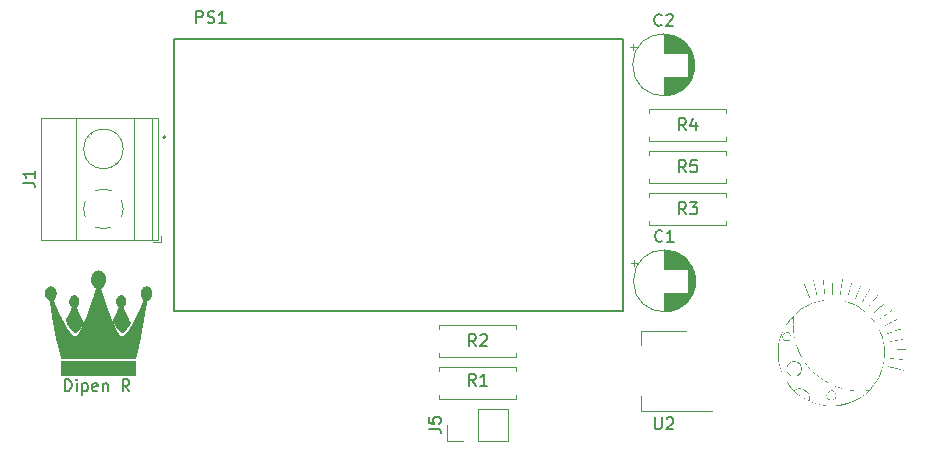
<source format=gbr>
%TF.GenerationSoftware,KiCad,Pcbnew,(6.0.0)*%
%TF.CreationDate,2022-04-27T16:55:33-04:00*%
%TF.ProjectId,ESP12SmallNightLight,45535031-3253-46d6-916c-6c4e69676874,rev?*%
%TF.SameCoordinates,Original*%
%TF.FileFunction,Legend,Top*%
%TF.FilePolarity,Positive*%
%FSLAX46Y46*%
G04 Gerber Fmt 4.6, Leading zero omitted, Abs format (unit mm)*
G04 Created by KiCad (PCBNEW (6.0.0)) date 2022-04-27 16:55:33*
%MOMM*%
%LPD*%
G01*
G04 APERTURE LIST*
%ADD10C,0.150000*%
%ADD11C,0.010000*%
%ADD12C,0.120000*%
%ADD13C,0.127000*%
%ADD14C,0.200000*%
G04 APERTURE END LIST*
D10*
X70183714Y-77414380D02*
X70183714Y-76414380D01*
X70421809Y-76414380D01*
X70564666Y-76462000D01*
X70659904Y-76557238D01*
X70707523Y-76652476D01*
X70755142Y-76842952D01*
X70755142Y-76985809D01*
X70707523Y-77176285D01*
X70659904Y-77271523D01*
X70564666Y-77366761D01*
X70421809Y-77414380D01*
X70183714Y-77414380D01*
X71183714Y-77414380D02*
X71183714Y-76747714D01*
X71183714Y-76414380D02*
X71136095Y-76462000D01*
X71183714Y-76509619D01*
X71231333Y-76462000D01*
X71183714Y-76414380D01*
X71183714Y-76509619D01*
X71659904Y-76747714D02*
X71659904Y-77747714D01*
X71659904Y-76795333D02*
X71755142Y-76747714D01*
X71945619Y-76747714D01*
X72040857Y-76795333D01*
X72088476Y-76842952D01*
X72136095Y-76938190D01*
X72136095Y-77223904D01*
X72088476Y-77319142D01*
X72040857Y-77366761D01*
X71945619Y-77414380D01*
X71755142Y-77414380D01*
X71659904Y-77366761D01*
X72945619Y-77366761D02*
X72850380Y-77414380D01*
X72659904Y-77414380D01*
X72564666Y-77366761D01*
X72517047Y-77271523D01*
X72517047Y-76890571D01*
X72564666Y-76795333D01*
X72659904Y-76747714D01*
X72850380Y-76747714D01*
X72945619Y-76795333D01*
X72993238Y-76890571D01*
X72993238Y-76985809D01*
X72517047Y-77081047D01*
X73421809Y-76747714D02*
X73421809Y-77414380D01*
X73421809Y-76842952D02*
X73469428Y-76795333D01*
X73564666Y-76747714D01*
X73707523Y-76747714D01*
X73802761Y-76795333D01*
X73850380Y-76890571D01*
X73850380Y-77414380D01*
X75659904Y-77414380D02*
X75326571Y-76938190D01*
X75088476Y-77414380D02*
X75088476Y-76414380D01*
X75469428Y-76414380D01*
X75564666Y-76462000D01*
X75612285Y-76509619D01*
X75659904Y-76604857D01*
X75659904Y-76747714D01*
X75612285Y-76842952D01*
X75564666Y-76890571D01*
X75469428Y-76938190D01*
X75088476Y-76938190D01*
%TO.C,R2*%
X104989333Y-73604380D02*
X104656000Y-73128190D01*
X104417904Y-73604380D02*
X104417904Y-72604380D01*
X104798857Y-72604380D01*
X104894095Y-72652000D01*
X104941714Y-72699619D01*
X104989333Y-72794857D01*
X104989333Y-72937714D01*
X104941714Y-73032952D01*
X104894095Y-73080571D01*
X104798857Y-73128190D01*
X104417904Y-73128190D01*
X105370285Y-72699619D02*
X105417904Y-72652000D01*
X105513142Y-72604380D01*
X105751238Y-72604380D01*
X105846476Y-72652000D01*
X105894095Y-72699619D01*
X105941714Y-72794857D01*
X105941714Y-72890095D01*
X105894095Y-73032952D01*
X105322666Y-73604380D01*
X105941714Y-73604380D01*
%TO.C,R3*%
X122769333Y-62428380D02*
X122436000Y-61952190D01*
X122197904Y-62428380D02*
X122197904Y-61428380D01*
X122578857Y-61428380D01*
X122674095Y-61476000D01*
X122721714Y-61523619D01*
X122769333Y-61618857D01*
X122769333Y-61761714D01*
X122721714Y-61856952D01*
X122674095Y-61904571D01*
X122578857Y-61952190D01*
X122197904Y-61952190D01*
X123102666Y-61428380D02*
X123721714Y-61428380D01*
X123388380Y-61809333D01*
X123531238Y-61809333D01*
X123626476Y-61856952D01*
X123674095Y-61904571D01*
X123721714Y-61999809D01*
X123721714Y-62237904D01*
X123674095Y-62333142D01*
X123626476Y-62380761D01*
X123531238Y-62428380D01*
X123245523Y-62428380D01*
X123150285Y-62380761D01*
X123102666Y-62333142D01*
%TO.C,U2*%
X120142095Y-79644380D02*
X120142095Y-80453904D01*
X120189714Y-80549142D01*
X120237333Y-80596761D01*
X120332571Y-80644380D01*
X120523047Y-80644380D01*
X120618285Y-80596761D01*
X120665904Y-80549142D01*
X120713523Y-80453904D01*
X120713523Y-79644380D01*
X121142095Y-79739619D02*
X121189714Y-79692000D01*
X121284952Y-79644380D01*
X121523047Y-79644380D01*
X121618285Y-79692000D01*
X121665904Y-79739619D01*
X121713523Y-79834857D01*
X121713523Y-79930095D01*
X121665904Y-80072952D01*
X121094476Y-80644380D01*
X121713523Y-80644380D01*
%TO.C,R1*%
X104989333Y-76944380D02*
X104656000Y-76468190D01*
X104417904Y-76944380D02*
X104417904Y-75944380D01*
X104798857Y-75944380D01*
X104894095Y-75992000D01*
X104941714Y-76039619D01*
X104989333Y-76134857D01*
X104989333Y-76277714D01*
X104941714Y-76372952D01*
X104894095Y-76420571D01*
X104798857Y-76468190D01*
X104417904Y-76468190D01*
X105941714Y-76944380D02*
X105370285Y-76944380D01*
X105656000Y-76944380D02*
X105656000Y-75944380D01*
X105560761Y-76087238D01*
X105465523Y-76182476D01*
X105370285Y-76230095D01*
%TO.C,PS1*%
X81319939Y-46241380D02*
X81319939Y-45241380D01*
X81700891Y-45241380D01*
X81796129Y-45289000D01*
X81843748Y-45336619D01*
X81891367Y-45431857D01*
X81891367Y-45574714D01*
X81843748Y-45669952D01*
X81796129Y-45717571D01*
X81700891Y-45765190D01*
X81319939Y-45765190D01*
X82272320Y-46193761D02*
X82415177Y-46241380D01*
X82653272Y-46241380D01*
X82748510Y-46193761D01*
X82796129Y-46146142D01*
X82843748Y-46050904D01*
X82843748Y-45955666D01*
X82796129Y-45860428D01*
X82748510Y-45812809D01*
X82653272Y-45765190D01*
X82462796Y-45717571D01*
X82367558Y-45669952D01*
X82319939Y-45622333D01*
X82272320Y-45527095D01*
X82272320Y-45431857D01*
X82319939Y-45336619D01*
X82367558Y-45289000D01*
X82462796Y-45241380D01*
X82700891Y-45241380D01*
X82843748Y-45289000D01*
X83796129Y-46241380D02*
X83224701Y-46241380D01*
X83510415Y-46241380D02*
X83510415Y-45241380D01*
X83415177Y-45384238D01*
X83319939Y-45479476D01*
X83224701Y-45527095D01*
%TO.C,C1*%
X120782221Y-64679142D02*
X120734602Y-64726761D01*
X120591745Y-64774380D01*
X120496507Y-64774380D01*
X120353649Y-64726761D01*
X120258411Y-64631523D01*
X120210792Y-64536285D01*
X120163173Y-64345809D01*
X120163173Y-64202952D01*
X120210792Y-64012476D01*
X120258411Y-63917238D01*
X120353649Y-63822000D01*
X120496507Y-63774380D01*
X120591745Y-63774380D01*
X120734602Y-63822000D01*
X120782221Y-63869619D01*
X121734602Y-64774380D02*
X121163173Y-64774380D01*
X121448888Y-64774380D02*
X121448888Y-63774380D01*
X121353649Y-63917238D01*
X121258411Y-64012476D01*
X121163173Y-64060095D01*
%TO.C,C2*%
X120721333Y-46391142D02*
X120673714Y-46438761D01*
X120530857Y-46486380D01*
X120435619Y-46486380D01*
X120292761Y-46438761D01*
X120197523Y-46343523D01*
X120149904Y-46248285D01*
X120102285Y-46057809D01*
X120102285Y-45914952D01*
X120149904Y-45724476D01*
X120197523Y-45629238D01*
X120292761Y-45534000D01*
X120435619Y-45486380D01*
X120530857Y-45486380D01*
X120673714Y-45534000D01*
X120721333Y-45581619D01*
X121102285Y-45581619D02*
X121149904Y-45534000D01*
X121245142Y-45486380D01*
X121483238Y-45486380D01*
X121578476Y-45534000D01*
X121626095Y-45581619D01*
X121673714Y-45676857D01*
X121673714Y-45772095D01*
X121626095Y-45914952D01*
X121054666Y-46486380D01*
X121673714Y-46486380D01*
%TO.C,J5*%
X101003380Y-80597333D02*
X101717666Y-80597333D01*
X101860523Y-80644952D01*
X101955761Y-80740190D01*
X102003380Y-80883047D01*
X102003380Y-80978285D01*
X101003380Y-79644952D02*
X101003380Y-80121142D01*
X101479571Y-80168761D01*
X101431952Y-80121142D01*
X101384333Y-80025904D01*
X101384333Y-79787809D01*
X101431952Y-79692571D01*
X101479571Y-79644952D01*
X101574809Y-79597333D01*
X101812904Y-79597333D01*
X101908142Y-79644952D01*
X101955761Y-79692571D01*
X102003380Y-79787809D01*
X102003380Y-80025904D01*
X101955761Y-80121142D01*
X101908142Y-80168761D01*
%TO.C,R5*%
X122769333Y-58872380D02*
X122436000Y-58396190D01*
X122197904Y-58872380D02*
X122197904Y-57872380D01*
X122578857Y-57872380D01*
X122674095Y-57920000D01*
X122721714Y-57967619D01*
X122769333Y-58062857D01*
X122769333Y-58205714D01*
X122721714Y-58300952D01*
X122674095Y-58348571D01*
X122578857Y-58396190D01*
X122197904Y-58396190D01*
X123674095Y-57872380D02*
X123197904Y-57872380D01*
X123150285Y-58348571D01*
X123197904Y-58300952D01*
X123293142Y-58253333D01*
X123531238Y-58253333D01*
X123626476Y-58300952D01*
X123674095Y-58348571D01*
X123721714Y-58443809D01*
X123721714Y-58681904D01*
X123674095Y-58777142D01*
X123626476Y-58824761D01*
X123531238Y-58872380D01*
X123293142Y-58872380D01*
X123197904Y-58824761D01*
X123150285Y-58777142D01*
%TO.C,J1*%
X66649380Y-59774333D02*
X67363666Y-59774333D01*
X67506523Y-59821952D01*
X67601761Y-59917190D01*
X67649380Y-60060047D01*
X67649380Y-60155285D01*
X67649380Y-58774333D02*
X67649380Y-59345761D01*
X67649380Y-59060047D02*
X66649380Y-59060047D01*
X66792238Y-59155285D01*
X66887476Y-59250523D01*
X66935095Y-59345761D01*
%TO.C,R4*%
X122769333Y-55316380D02*
X122436000Y-54840190D01*
X122197904Y-55316380D02*
X122197904Y-54316380D01*
X122578857Y-54316380D01*
X122674095Y-54364000D01*
X122721714Y-54411619D01*
X122769333Y-54506857D01*
X122769333Y-54649714D01*
X122721714Y-54744952D01*
X122674095Y-54792571D01*
X122578857Y-54840190D01*
X122197904Y-54840190D01*
X123626476Y-54649714D02*
X123626476Y-55316380D01*
X123388380Y-54268761D02*
X123150285Y-54983047D01*
X123769333Y-54983047D01*
D11*
%TO.C,G\u002A\u002A\u002A*%
X70979106Y-69298796D02*
X71033084Y-69305693D01*
X71033084Y-69305693D02*
X71075011Y-69318683D01*
X71075011Y-69318683D02*
X71081661Y-69322261D01*
X71081661Y-69322261D02*
X71159974Y-69378919D01*
X71159974Y-69378919D02*
X71221850Y-69443420D01*
X71221850Y-69443420D02*
X71248586Y-69482809D01*
X71248586Y-69482809D02*
X71281738Y-69542193D01*
X71281738Y-69542193D02*
X71303675Y-69589975D01*
X71303675Y-69589975D02*
X71316657Y-69635146D01*
X71316657Y-69635146D02*
X71322948Y-69686698D01*
X71322948Y-69686698D02*
X71324810Y-69753621D01*
X71324810Y-69753621D02*
X71324824Y-69785803D01*
X71324824Y-69785803D02*
X71324054Y-69854355D01*
X71324054Y-69854355D02*
X71321452Y-69903143D01*
X71321452Y-69903143D02*
X71315829Y-69940299D01*
X71315829Y-69940299D02*
X71305997Y-69973960D01*
X71305997Y-69973960D02*
X71292248Y-70008746D01*
X71292248Y-70008746D02*
X71243053Y-70103951D01*
X71243053Y-70103951D02*
X71186147Y-70174623D01*
X71186147Y-70174623D02*
X71146309Y-70206219D01*
X71146309Y-70206219D02*
X71121196Y-70222751D01*
X71121196Y-70222751D02*
X71104706Y-70237871D01*
X71104706Y-70237871D02*
X71097190Y-70255869D01*
X71097190Y-70255869D02*
X71098999Y-70281035D01*
X71098999Y-70281035D02*
X71110484Y-70317661D01*
X71110484Y-70317661D02*
X71131997Y-70370035D01*
X71131997Y-70370035D02*
X71163889Y-70442449D01*
X71163889Y-70442449D02*
X71166047Y-70447316D01*
X71166047Y-70447316D02*
X71189713Y-70500216D01*
X71189713Y-70500216D02*
X71212047Y-70549350D01*
X71212047Y-70549350D02*
X71228519Y-70584762D01*
X71228519Y-70584762D02*
X71229531Y-70586877D01*
X71229531Y-70586877D02*
X71246371Y-70623161D01*
X71246371Y-70623161D02*
X71270606Y-70677410D01*
X71270606Y-70677410D02*
X71303251Y-70751917D01*
X71303251Y-70751917D02*
X71344318Y-70846658D01*
X71344318Y-70846658D02*
X71361664Y-70883657D01*
X71361664Y-70883657D02*
X71382116Y-70923411D01*
X71382116Y-70923411D02*
X71382152Y-70923476D01*
X71382152Y-70923476D02*
X71401750Y-70960393D01*
X71401750Y-70960393D02*
X71417884Y-70992147D01*
X71417884Y-70992147D02*
X71418327Y-70993060D01*
X71418327Y-70993060D02*
X71428908Y-71014350D01*
X71428908Y-71014350D02*
X71449037Y-71054388D01*
X71449037Y-71054388D02*
X71476234Y-71108258D01*
X71476234Y-71108258D02*
X71508020Y-71171044D01*
X71508020Y-71171044D02*
X71523893Y-71202341D01*
X71523893Y-71202341D02*
X71556983Y-71267627D01*
X71556983Y-71267627D02*
X71586653Y-71326314D01*
X71586653Y-71326314D02*
X71610424Y-71373487D01*
X71610424Y-71373487D02*
X71625816Y-71404230D01*
X71625816Y-71404230D02*
X71629459Y-71411622D01*
X71629459Y-71411622D02*
X71645245Y-71442805D01*
X71645245Y-71442805D02*
X71664852Y-71479898D01*
X71664852Y-71479898D02*
X71665634Y-71481344D01*
X71665634Y-71481344D02*
X71687455Y-71524236D01*
X71687455Y-71524236D02*
X71708503Y-71569379D01*
X71708503Y-71569379D02*
X71708824Y-71570111D01*
X71708824Y-71570111D02*
X71721479Y-71601824D01*
X71721479Y-71601824D02*
X71722865Y-71621364D01*
X71722865Y-71621364D02*
X71712984Y-71640784D01*
X71712984Y-71640784D02*
X71708824Y-71646928D01*
X71708824Y-71646928D02*
X71691645Y-71671279D01*
X71691645Y-71671279D02*
X71682045Y-71683825D01*
X71682045Y-71683825D02*
X71672760Y-71699128D01*
X71672760Y-71699128D02*
X71656857Y-71729317D01*
X71656857Y-71729317D02*
X71649937Y-71743138D01*
X71649937Y-71743138D02*
X71632033Y-71775008D01*
X71632033Y-71775008D02*
X71617419Y-71793554D01*
X71617419Y-71793554D02*
X71613683Y-71795473D01*
X71613683Y-71795473D02*
X71603818Y-71806375D01*
X71603818Y-71806375D02*
X71603268Y-71811505D01*
X71603268Y-71811505D02*
X71595563Y-71833803D01*
X71595563Y-71833803D02*
X71574250Y-71871775D01*
X71574250Y-71871775D02*
X71542034Y-71921703D01*
X71542034Y-71921703D02*
X71501622Y-71979871D01*
X71501622Y-71979871D02*
X71455718Y-72042562D01*
X71455718Y-72042562D02*
X71407027Y-72106058D01*
X71407027Y-72106058D02*
X71358255Y-72166643D01*
X71358255Y-72166643D02*
X71312107Y-72220600D01*
X71312107Y-72220600D02*
X71280926Y-72254398D01*
X71280926Y-72254398D02*
X71209590Y-72323296D01*
X71209590Y-72323296D02*
X71148424Y-72370652D01*
X71148424Y-72370652D02*
X71094734Y-72397912D01*
X71094734Y-72397912D02*
X71045826Y-72406522D01*
X71045826Y-72406522D02*
X71007956Y-72400843D01*
X71007956Y-72400843D02*
X70956644Y-72378076D01*
X70956644Y-72378076D02*
X70899987Y-72337506D01*
X70899987Y-72337506D02*
X70835882Y-72277331D01*
X70835882Y-72277331D02*
X70762228Y-72195745D01*
X70762228Y-72195745D02*
X70744834Y-72175105D01*
X70744834Y-72175105D02*
X70647794Y-72052643D01*
X70647794Y-72052643D02*
X70556579Y-71924072D01*
X70556579Y-71924072D02*
X70466980Y-71783052D01*
X70466980Y-71783052D02*
X70374790Y-71623245D01*
X70374790Y-71623245D02*
X70357030Y-71590961D01*
X70357030Y-71590961D02*
X70264341Y-71421340D01*
X70264341Y-71421340D02*
X70415610Y-71116456D01*
X70415610Y-71116456D02*
X70457084Y-71032688D01*
X70457084Y-71032688D02*
X70494849Y-70956074D01*
X70494849Y-70956074D02*
X70527224Y-70890055D01*
X70527224Y-70890055D02*
X70552524Y-70838073D01*
X70552524Y-70838073D02*
X70569065Y-70803571D01*
X70569065Y-70803571D02*
X70574952Y-70790638D01*
X70574952Y-70790638D02*
X70585335Y-70766080D01*
X70585335Y-70766080D02*
X70601869Y-70729151D01*
X70601869Y-70729151D02*
X70608888Y-70713879D01*
X70608888Y-70713879D02*
X70625715Y-70676916D01*
X70625715Y-70676916D02*
X70649401Y-70624061D01*
X70649401Y-70624061D02*
X70676065Y-70564004D01*
X70676065Y-70564004D02*
X70689976Y-70532451D01*
X70689976Y-70532451D02*
X70716773Y-70471680D01*
X70716773Y-70471680D02*
X70742730Y-70413115D01*
X70742730Y-70413115D02*
X70763904Y-70365636D01*
X70763904Y-70365636D02*
X70771690Y-70348337D01*
X70771690Y-70348337D02*
X70792115Y-70295415D01*
X70792115Y-70295415D02*
X70796694Y-70257961D01*
X70796694Y-70257961D02*
X70785016Y-70230991D01*
X70785016Y-70230991D02*
X70760429Y-70211658D01*
X70760429Y-70211658D02*
X70711281Y-70171129D01*
X70711281Y-70171129D02*
X70663008Y-70110036D01*
X70663008Y-70110036D02*
X70620729Y-70035234D01*
X70620729Y-70035234D02*
X70609126Y-70009099D01*
X70609126Y-70009099D02*
X70593215Y-69966560D01*
X70593215Y-69966560D02*
X70583081Y-69925917D01*
X70583081Y-69925917D02*
X70577136Y-69877822D01*
X70577136Y-69877822D02*
X70573793Y-69812927D01*
X70573793Y-69812927D02*
X70573329Y-69798161D01*
X70573329Y-69798161D02*
X70572600Y-69726218D01*
X70572600Y-69726218D02*
X70576745Y-69669825D01*
X70576745Y-69669825D02*
X70587927Y-69620056D01*
X70587927Y-69620056D02*
X70608312Y-69567985D01*
X70608312Y-69567985D02*
X70640062Y-69504687D01*
X70640062Y-69504687D02*
X70648176Y-69489504D01*
X70648176Y-69489504D02*
X70679764Y-69444002D01*
X70679764Y-69444002D02*
X70724792Y-69395431D01*
X70724792Y-69395431D02*
X70775651Y-69351106D01*
X70775651Y-69351106D02*
X70824728Y-69318341D01*
X70824728Y-69318341D02*
X70828150Y-69316541D01*
X70828150Y-69316541D02*
X70868311Y-69304032D01*
X70868311Y-69304032D02*
X70921406Y-69298180D01*
X70921406Y-69298180D02*
X70979106Y-69298796D01*
X70979106Y-69298796D02*
X70979106Y-69298796D01*
G36*
X70979106Y-69298796D02*
G01*
X71033084Y-69305693D01*
X71075011Y-69318683D01*
X71081661Y-69322261D01*
X71159974Y-69378919D01*
X71221850Y-69443420D01*
X71248586Y-69482809D01*
X71281738Y-69542193D01*
X71303675Y-69589975D01*
X71316657Y-69635146D01*
X71322948Y-69686698D01*
X71324810Y-69753621D01*
X71324824Y-69785803D01*
X71324054Y-69854355D01*
X71321452Y-69903143D01*
X71315829Y-69940299D01*
X71305997Y-69973960D01*
X71292248Y-70008746D01*
X71243053Y-70103951D01*
X71186147Y-70174623D01*
X71146309Y-70206219D01*
X71121196Y-70222751D01*
X71104706Y-70237871D01*
X71097190Y-70255869D01*
X71098999Y-70281035D01*
X71110484Y-70317661D01*
X71131997Y-70370035D01*
X71163889Y-70442449D01*
X71166047Y-70447316D01*
X71189713Y-70500216D01*
X71212047Y-70549350D01*
X71228519Y-70584762D01*
X71229531Y-70586877D01*
X71246371Y-70623161D01*
X71270606Y-70677410D01*
X71303251Y-70751917D01*
X71344318Y-70846658D01*
X71361664Y-70883657D01*
X71382116Y-70923411D01*
X71382152Y-70923476D01*
X71401750Y-70960393D01*
X71417884Y-70992147D01*
X71418327Y-70993060D01*
X71428908Y-71014350D01*
X71449037Y-71054388D01*
X71476234Y-71108258D01*
X71508020Y-71171044D01*
X71523893Y-71202341D01*
X71556983Y-71267627D01*
X71586653Y-71326314D01*
X71610424Y-71373487D01*
X71625816Y-71404230D01*
X71629459Y-71411622D01*
X71645245Y-71442805D01*
X71664852Y-71479898D01*
X71665634Y-71481344D01*
X71687455Y-71524236D01*
X71708503Y-71569379D01*
X71708824Y-71570111D01*
X71721479Y-71601824D01*
X71722865Y-71621364D01*
X71712984Y-71640784D01*
X71708824Y-71646928D01*
X71691645Y-71671279D01*
X71682045Y-71683825D01*
X71672760Y-71699128D01*
X71656857Y-71729317D01*
X71649937Y-71743138D01*
X71632033Y-71775008D01*
X71617419Y-71793554D01*
X71613683Y-71795473D01*
X71603818Y-71806375D01*
X71603268Y-71811505D01*
X71595563Y-71833803D01*
X71574250Y-71871775D01*
X71542034Y-71921703D01*
X71501622Y-71979871D01*
X71455718Y-72042562D01*
X71407027Y-72106058D01*
X71358255Y-72166643D01*
X71312107Y-72220600D01*
X71280926Y-72254398D01*
X71209590Y-72323296D01*
X71148424Y-72370652D01*
X71094734Y-72397912D01*
X71045826Y-72406522D01*
X71007956Y-72400843D01*
X70956644Y-72378076D01*
X70899987Y-72337506D01*
X70835882Y-72277331D01*
X70762228Y-72195745D01*
X70744834Y-72175105D01*
X70647794Y-72052643D01*
X70556579Y-71924072D01*
X70466980Y-71783052D01*
X70374790Y-71623245D01*
X70357030Y-71590961D01*
X70264341Y-71421340D01*
X70415610Y-71116456D01*
X70457084Y-71032688D01*
X70494849Y-70956074D01*
X70527224Y-70890055D01*
X70552524Y-70838073D01*
X70569065Y-70803571D01*
X70574952Y-70790638D01*
X70585335Y-70766080D01*
X70601869Y-70729151D01*
X70608888Y-70713879D01*
X70625715Y-70676916D01*
X70649401Y-70624061D01*
X70676065Y-70564004D01*
X70689976Y-70532451D01*
X70716773Y-70471680D01*
X70742730Y-70413115D01*
X70763904Y-70365636D01*
X70771690Y-70348337D01*
X70792115Y-70295415D01*
X70796694Y-70257961D01*
X70785016Y-70230991D01*
X70760429Y-70211658D01*
X70711281Y-70171129D01*
X70663008Y-70110036D01*
X70620729Y-70035234D01*
X70609126Y-70009099D01*
X70593215Y-69966560D01*
X70583081Y-69925917D01*
X70577136Y-69877822D01*
X70573793Y-69812927D01*
X70573329Y-69798161D01*
X70572600Y-69726218D01*
X70576745Y-69669825D01*
X70587927Y-69620056D01*
X70608312Y-69567985D01*
X70640062Y-69504687D01*
X70648176Y-69489504D01*
X70679764Y-69444002D01*
X70724792Y-69395431D01*
X70775651Y-69351106D01*
X70824728Y-69318341D01*
X70828150Y-69316541D01*
X70868311Y-69304032D01*
X70921406Y-69298180D01*
X70979106Y-69298796D01*
G37*
X70979106Y-69298796D02*
X71033084Y-69305693D01*
X71075011Y-69318683D01*
X71081661Y-69322261D01*
X71159974Y-69378919D01*
X71221850Y-69443420D01*
X71248586Y-69482809D01*
X71281738Y-69542193D01*
X71303675Y-69589975D01*
X71316657Y-69635146D01*
X71322948Y-69686698D01*
X71324810Y-69753621D01*
X71324824Y-69785803D01*
X71324054Y-69854355D01*
X71321452Y-69903143D01*
X71315829Y-69940299D01*
X71305997Y-69973960D01*
X71292248Y-70008746D01*
X71243053Y-70103951D01*
X71186147Y-70174623D01*
X71146309Y-70206219D01*
X71121196Y-70222751D01*
X71104706Y-70237871D01*
X71097190Y-70255869D01*
X71098999Y-70281035D01*
X71110484Y-70317661D01*
X71131997Y-70370035D01*
X71163889Y-70442449D01*
X71166047Y-70447316D01*
X71189713Y-70500216D01*
X71212047Y-70549350D01*
X71228519Y-70584762D01*
X71229531Y-70586877D01*
X71246371Y-70623161D01*
X71270606Y-70677410D01*
X71303251Y-70751917D01*
X71344318Y-70846658D01*
X71361664Y-70883657D01*
X71382116Y-70923411D01*
X71382152Y-70923476D01*
X71401750Y-70960393D01*
X71417884Y-70992147D01*
X71418327Y-70993060D01*
X71428908Y-71014350D01*
X71449037Y-71054388D01*
X71476234Y-71108258D01*
X71508020Y-71171044D01*
X71523893Y-71202341D01*
X71556983Y-71267627D01*
X71586653Y-71326314D01*
X71610424Y-71373487D01*
X71625816Y-71404230D01*
X71629459Y-71411622D01*
X71645245Y-71442805D01*
X71664852Y-71479898D01*
X71665634Y-71481344D01*
X71687455Y-71524236D01*
X71708503Y-71569379D01*
X71708824Y-71570111D01*
X71721479Y-71601824D01*
X71722865Y-71621364D01*
X71712984Y-71640784D01*
X71708824Y-71646928D01*
X71691645Y-71671279D01*
X71682045Y-71683825D01*
X71672760Y-71699128D01*
X71656857Y-71729317D01*
X71649937Y-71743138D01*
X71632033Y-71775008D01*
X71617419Y-71793554D01*
X71613683Y-71795473D01*
X71603818Y-71806375D01*
X71603268Y-71811505D01*
X71595563Y-71833803D01*
X71574250Y-71871775D01*
X71542034Y-71921703D01*
X71501622Y-71979871D01*
X71455718Y-72042562D01*
X71407027Y-72106058D01*
X71358255Y-72166643D01*
X71312107Y-72220600D01*
X71280926Y-72254398D01*
X71209590Y-72323296D01*
X71148424Y-72370652D01*
X71094734Y-72397912D01*
X71045826Y-72406522D01*
X71007956Y-72400843D01*
X70956644Y-72378076D01*
X70899987Y-72337506D01*
X70835882Y-72277331D01*
X70762228Y-72195745D01*
X70744834Y-72175105D01*
X70647794Y-72052643D01*
X70556579Y-71924072D01*
X70466980Y-71783052D01*
X70374790Y-71623245D01*
X70357030Y-71590961D01*
X70264341Y-71421340D01*
X70415610Y-71116456D01*
X70457084Y-71032688D01*
X70494849Y-70956074D01*
X70527224Y-70890055D01*
X70552524Y-70838073D01*
X70569065Y-70803571D01*
X70574952Y-70790638D01*
X70585335Y-70766080D01*
X70601869Y-70729151D01*
X70608888Y-70713879D01*
X70625715Y-70676916D01*
X70649401Y-70624061D01*
X70676065Y-70564004D01*
X70689976Y-70532451D01*
X70716773Y-70471680D01*
X70742730Y-70413115D01*
X70763904Y-70365636D01*
X70771690Y-70348337D01*
X70792115Y-70295415D01*
X70796694Y-70257961D01*
X70785016Y-70230991D01*
X70760429Y-70211658D01*
X70711281Y-70171129D01*
X70663008Y-70110036D01*
X70620729Y-70035234D01*
X70609126Y-70009099D01*
X70593215Y-69966560D01*
X70583081Y-69925917D01*
X70577136Y-69877822D01*
X70573793Y-69812927D01*
X70573329Y-69798161D01*
X70572600Y-69726218D01*
X70576745Y-69669825D01*
X70587927Y-69620056D01*
X70608312Y-69567985D01*
X70640062Y-69504687D01*
X70648176Y-69489504D01*
X70679764Y-69444002D01*
X70724792Y-69395431D01*
X70775651Y-69351106D01*
X70824728Y-69318341D01*
X70828150Y-69316541D01*
X70868311Y-69304032D01*
X70921406Y-69298180D01*
X70979106Y-69298796D01*
X74955191Y-69299268D02*
X75010033Y-69308199D01*
X75010033Y-69308199D02*
X75046465Y-69321764D01*
X75046465Y-69321764D02*
X75125211Y-69379438D01*
X75125211Y-69379438D02*
X75193798Y-69456899D01*
X75193798Y-69456899D02*
X75248271Y-69548550D01*
X75248271Y-69548550D02*
X75284679Y-69648795D01*
X75284679Y-69648795D02*
X75288331Y-69664198D01*
X75288331Y-69664198D02*
X75297519Y-69743370D01*
X75297519Y-69743370D02*
X75295088Y-69834056D01*
X75295088Y-69834056D02*
X75282006Y-69924554D01*
X75282006Y-69924554D02*
X75260494Y-69999964D01*
X75260494Y-69999964D02*
X75231017Y-70058822D01*
X75231017Y-70058822D02*
X75188482Y-70121912D01*
X75188482Y-70121912D02*
X75139742Y-70180101D01*
X75139742Y-70180101D02*
X75092933Y-70223286D01*
X75092933Y-70223286D02*
X75070732Y-70249494D01*
X75070732Y-70249494D02*
X75061630Y-70279452D01*
X75061630Y-70279452D02*
X75067816Y-70304070D01*
X75067816Y-70304070D02*
X75072371Y-70308608D01*
X75072371Y-70308608D02*
X75084774Y-70325962D01*
X75084774Y-70325962D02*
X75098794Y-70354789D01*
X75098794Y-70354789D02*
X75115765Y-70394958D01*
X75115765Y-70394958D02*
X75140192Y-70451848D01*
X75140192Y-70451848D02*
X75168687Y-70517664D01*
X75168687Y-70517664D02*
X75197865Y-70584611D01*
X75197865Y-70584611D02*
X75224338Y-70644895D01*
X75224338Y-70644895D02*
X75244720Y-70690720D01*
X75244720Y-70690720D02*
X75245723Y-70692945D01*
X75245723Y-70692945D02*
X75266923Y-70740206D01*
X75266923Y-70740206D02*
X75292473Y-70797541D01*
X75292473Y-70797541D02*
X75311065Y-70839484D01*
X75311065Y-70839484D02*
X75334339Y-70889949D01*
X75334339Y-70889949D02*
X75357545Y-70936745D01*
X75357545Y-70936745D02*
X75373000Y-70965088D01*
X75373000Y-70965088D02*
X75391796Y-70998706D01*
X75391796Y-70998706D02*
X75404824Y-71025599D01*
X75404824Y-71025599D02*
X75405723Y-71027890D01*
X75405723Y-71027890D02*
X75417438Y-71054402D01*
X75417438Y-71054402D02*
X75433237Y-71085762D01*
X75433237Y-71085762D02*
X75467216Y-71150508D01*
X75467216Y-71150508D02*
X75504183Y-71222802D01*
X75504183Y-71222802D02*
X75542218Y-71298676D01*
X75542218Y-71298676D02*
X75579400Y-71374166D01*
X75579400Y-71374166D02*
X75613807Y-71445306D01*
X75613807Y-71445306D02*
X75643520Y-71508129D01*
X75643520Y-71508129D02*
X75666618Y-71558672D01*
X75666618Y-71558672D02*
X75681179Y-71592967D01*
X75681179Y-71592967D02*
X75685411Y-71606418D01*
X75685411Y-71606418D02*
X75678345Y-71628923D01*
X75678345Y-71628923D02*
X75658713Y-71668728D01*
X75658713Y-71668728D02*
X75628862Y-71722107D01*
X75628862Y-71722107D02*
X75591140Y-71785333D01*
X75591140Y-71785333D02*
X75547892Y-71854679D01*
X75547892Y-71854679D02*
X75501468Y-71926417D01*
X75501468Y-71926417D02*
X75454213Y-71996821D01*
X75454213Y-71996821D02*
X75408475Y-72062164D01*
X75408475Y-72062164D02*
X75366602Y-72118718D01*
X75366602Y-72118718D02*
X75347486Y-72142982D01*
X75347486Y-72142982D02*
X75279827Y-72223715D01*
X75279827Y-72223715D02*
X75222331Y-72285611D01*
X75222331Y-72285611D02*
X75171408Y-72332025D01*
X75171408Y-72332025D02*
X75123463Y-72366312D01*
X75123463Y-72366312D02*
X75087034Y-72386214D01*
X75087034Y-72386214D02*
X75050776Y-72401845D01*
X75050776Y-72401845D02*
X75021759Y-72407356D01*
X75021759Y-72407356D02*
X74991310Y-72402478D01*
X74991310Y-72402478D02*
X74950756Y-72386944D01*
X74950756Y-72386944D02*
X74938633Y-72381635D01*
X74938633Y-72381635D02*
X74868690Y-72339204D01*
X74868690Y-72339204D02*
X74791434Y-72270595D01*
X74791434Y-72270595D02*
X74706841Y-72175778D01*
X74706841Y-72175778D02*
X74614888Y-72054720D01*
X74614888Y-72054720D02*
X74515552Y-71907392D01*
X74515552Y-71907392D02*
X74408809Y-71733763D01*
X74408809Y-71733763D02*
X74298009Y-71539893D01*
X74298009Y-71539893D02*
X74273478Y-71493037D01*
X74273478Y-71493037D02*
X74255033Y-71452886D01*
X74255033Y-71452886D02*
X74245819Y-71426445D01*
X74245819Y-71426445D02*
X74245322Y-71422484D01*
X74245322Y-71422484D02*
X74251024Y-71402786D01*
X74251024Y-71402786D02*
X74266630Y-71364662D01*
X74266630Y-71364662D02*
X74289887Y-71313251D01*
X74289887Y-71313251D02*
X74318545Y-71253692D01*
X74318545Y-71253692D02*
X74324697Y-71241316D01*
X74324697Y-71241316D02*
X74353924Y-71182446D01*
X74353924Y-71182446D02*
X74378304Y-71132619D01*
X74378304Y-71132619D02*
X74395642Y-71096372D01*
X74395642Y-71096372D02*
X74403745Y-71078244D01*
X74403745Y-71078244D02*
X74404072Y-71077102D01*
X74404072Y-71077102D02*
X74409831Y-71063657D01*
X74409831Y-71063657D02*
X74424971Y-71033400D01*
X74424971Y-71033400D02*
X74446282Y-70992733D01*
X74446282Y-70992733D02*
X74447475Y-70990498D01*
X74447475Y-70990498D02*
X74470495Y-70946518D01*
X74470495Y-70946518D02*
X74488900Y-70909724D01*
X74488900Y-70909724D02*
X74498600Y-70888330D01*
X74498600Y-70888330D02*
X74509288Y-70863256D01*
X74509288Y-70863256D02*
X74526062Y-70827456D01*
X74526062Y-70827456D02*
X74530415Y-70818550D01*
X74530415Y-70818550D02*
X74549489Y-70778498D01*
X74549489Y-70778498D02*
X74572939Y-70727397D01*
X74572939Y-70727397D02*
X74588330Y-70692945D01*
X74588330Y-70692945D02*
X74613726Y-70635481D01*
X74613726Y-70635481D02*
X74641202Y-70573565D01*
X74641202Y-70573565D02*
X74654852Y-70542918D01*
X74654852Y-70542918D02*
X74679323Y-70487976D01*
X74679323Y-70487976D02*
X74706959Y-70425761D01*
X74706959Y-70425761D02*
X74723073Y-70389401D01*
X74723073Y-70389401D02*
X74742964Y-70345483D01*
X74742964Y-70345483D02*
X74759625Y-70310506D01*
X74759625Y-70310506D02*
X74768626Y-70293478D01*
X74768626Y-70293478D02*
X74773943Y-70266272D01*
X74773943Y-70266272D02*
X74760145Y-70238457D01*
X74760145Y-70238457D02*
X74737977Y-70220641D01*
X74737977Y-70220641D02*
X74680820Y-70174874D01*
X74680820Y-70174874D02*
X74628686Y-70107386D01*
X74628686Y-70107386D02*
X74584709Y-70024274D01*
X74584709Y-70024274D02*
X74552019Y-69931631D01*
X74552019Y-69931631D02*
X74533751Y-69835554D01*
X74533751Y-69835554D02*
X74532400Y-69820599D01*
X74532400Y-69820599D02*
X74535498Y-69717270D01*
X74535498Y-69717270D02*
X74558781Y-69615347D01*
X74558781Y-69615347D02*
X74599896Y-69519332D01*
X74599896Y-69519332D02*
X74656489Y-69433726D01*
X74656489Y-69433726D02*
X74726207Y-69363029D01*
X74726207Y-69363029D02*
X74795601Y-69317209D01*
X74795601Y-69317209D02*
X74838999Y-69303610D01*
X74838999Y-69303610D02*
X74895188Y-69297684D01*
X74895188Y-69297684D02*
X74955191Y-69299268D01*
X74955191Y-69299268D02*
X74955191Y-69299268D01*
G36*
X74955191Y-69299268D02*
G01*
X75010033Y-69308199D01*
X75046465Y-69321764D01*
X75125211Y-69379438D01*
X75193798Y-69456899D01*
X75248271Y-69548550D01*
X75284679Y-69648795D01*
X75288331Y-69664198D01*
X75297519Y-69743370D01*
X75295088Y-69834056D01*
X75282006Y-69924554D01*
X75260494Y-69999964D01*
X75231017Y-70058822D01*
X75188482Y-70121912D01*
X75139742Y-70180101D01*
X75092933Y-70223286D01*
X75070732Y-70249494D01*
X75061630Y-70279452D01*
X75067816Y-70304070D01*
X75072371Y-70308608D01*
X75084774Y-70325962D01*
X75098794Y-70354789D01*
X75115765Y-70394958D01*
X75140192Y-70451848D01*
X75168687Y-70517664D01*
X75197865Y-70584611D01*
X75224338Y-70644895D01*
X75244720Y-70690720D01*
X75245723Y-70692945D01*
X75266923Y-70740206D01*
X75292473Y-70797541D01*
X75311065Y-70839484D01*
X75334339Y-70889949D01*
X75357545Y-70936745D01*
X75373000Y-70965088D01*
X75391796Y-70998706D01*
X75404824Y-71025599D01*
X75405723Y-71027890D01*
X75417438Y-71054402D01*
X75433237Y-71085762D01*
X75467216Y-71150508D01*
X75504183Y-71222802D01*
X75542218Y-71298676D01*
X75579400Y-71374166D01*
X75613807Y-71445306D01*
X75643520Y-71508129D01*
X75666618Y-71558672D01*
X75681179Y-71592967D01*
X75685411Y-71606418D01*
X75678345Y-71628923D01*
X75658713Y-71668728D01*
X75628862Y-71722107D01*
X75591140Y-71785333D01*
X75547892Y-71854679D01*
X75501468Y-71926417D01*
X75454213Y-71996821D01*
X75408475Y-72062164D01*
X75366602Y-72118718D01*
X75347486Y-72142982D01*
X75279827Y-72223715D01*
X75222331Y-72285611D01*
X75171408Y-72332025D01*
X75123463Y-72366312D01*
X75087034Y-72386214D01*
X75050776Y-72401845D01*
X75021759Y-72407356D01*
X74991310Y-72402478D01*
X74950756Y-72386944D01*
X74938633Y-72381635D01*
X74868690Y-72339204D01*
X74791434Y-72270595D01*
X74706841Y-72175778D01*
X74614888Y-72054720D01*
X74515552Y-71907392D01*
X74408809Y-71733763D01*
X74298009Y-71539893D01*
X74273478Y-71493037D01*
X74255033Y-71452886D01*
X74245819Y-71426445D01*
X74245322Y-71422484D01*
X74251024Y-71402786D01*
X74266630Y-71364662D01*
X74289887Y-71313251D01*
X74318545Y-71253692D01*
X74324697Y-71241316D01*
X74353924Y-71182446D01*
X74378304Y-71132619D01*
X74395642Y-71096372D01*
X74403745Y-71078244D01*
X74404072Y-71077102D01*
X74409831Y-71063657D01*
X74424971Y-71033400D01*
X74446282Y-70992733D01*
X74447475Y-70990498D01*
X74470495Y-70946518D01*
X74488900Y-70909724D01*
X74498600Y-70888330D01*
X74509288Y-70863256D01*
X74526062Y-70827456D01*
X74530415Y-70818550D01*
X74549489Y-70778498D01*
X74572939Y-70727397D01*
X74588330Y-70692945D01*
X74613726Y-70635481D01*
X74641202Y-70573565D01*
X74654852Y-70542918D01*
X74679323Y-70487976D01*
X74706959Y-70425761D01*
X74723073Y-70389401D01*
X74742964Y-70345483D01*
X74759625Y-70310506D01*
X74768626Y-70293478D01*
X74773943Y-70266272D01*
X74760145Y-70238457D01*
X74737977Y-70220641D01*
X74680820Y-70174874D01*
X74628686Y-70107386D01*
X74584709Y-70024274D01*
X74552019Y-69931631D01*
X74533751Y-69835554D01*
X74532400Y-69820599D01*
X74535498Y-69717270D01*
X74558781Y-69615347D01*
X74599896Y-69519332D01*
X74656489Y-69433726D01*
X74726207Y-69363029D01*
X74795601Y-69317209D01*
X74838999Y-69303610D01*
X74895188Y-69297684D01*
X74955191Y-69299268D01*
G37*
X74955191Y-69299268D02*
X75010033Y-69308199D01*
X75046465Y-69321764D01*
X75125211Y-69379438D01*
X75193798Y-69456899D01*
X75248271Y-69548550D01*
X75284679Y-69648795D01*
X75288331Y-69664198D01*
X75297519Y-69743370D01*
X75295088Y-69834056D01*
X75282006Y-69924554D01*
X75260494Y-69999964D01*
X75231017Y-70058822D01*
X75188482Y-70121912D01*
X75139742Y-70180101D01*
X75092933Y-70223286D01*
X75070732Y-70249494D01*
X75061630Y-70279452D01*
X75067816Y-70304070D01*
X75072371Y-70308608D01*
X75084774Y-70325962D01*
X75098794Y-70354789D01*
X75115765Y-70394958D01*
X75140192Y-70451848D01*
X75168687Y-70517664D01*
X75197865Y-70584611D01*
X75224338Y-70644895D01*
X75244720Y-70690720D01*
X75245723Y-70692945D01*
X75266923Y-70740206D01*
X75292473Y-70797541D01*
X75311065Y-70839484D01*
X75334339Y-70889949D01*
X75357545Y-70936745D01*
X75373000Y-70965088D01*
X75391796Y-70998706D01*
X75404824Y-71025599D01*
X75405723Y-71027890D01*
X75417438Y-71054402D01*
X75433237Y-71085762D01*
X75467216Y-71150508D01*
X75504183Y-71222802D01*
X75542218Y-71298676D01*
X75579400Y-71374166D01*
X75613807Y-71445306D01*
X75643520Y-71508129D01*
X75666618Y-71558672D01*
X75681179Y-71592967D01*
X75685411Y-71606418D01*
X75678345Y-71628923D01*
X75658713Y-71668728D01*
X75628862Y-71722107D01*
X75591140Y-71785333D01*
X75547892Y-71854679D01*
X75501468Y-71926417D01*
X75454213Y-71996821D01*
X75408475Y-72062164D01*
X75366602Y-72118718D01*
X75347486Y-72142982D01*
X75279827Y-72223715D01*
X75222331Y-72285611D01*
X75171408Y-72332025D01*
X75123463Y-72366312D01*
X75087034Y-72386214D01*
X75050776Y-72401845D01*
X75021759Y-72407356D01*
X74991310Y-72402478D01*
X74950756Y-72386944D01*
X74938633Y-72381635D01*
X74868690Y-72339204D01*
X74791434Y-72270595D01*
X74706841Y-72175778D01*
X74614888Y-72054720D01*
X74515552Y-71907392D01*
X74408809Y-71733763D01*
X74298009Y-71539893D01*
X74273478Y-71493037D01*
X74255033Y-71452886D01*
X74245819Y-71426445D01*
X74245322Y-71422484D01*
X74251024Y-71402786D01*
X74266630Y-71364662D01*
X74289887Y-71313251D01*
X74318545Y-71253692D01*
X74324697Y-71241316D01*
X74353924Y-71182446D01*
X74378304Y-71132619D01*
X74395642Y-71096372D01*
X74403745Y-71078244D01*
X74404072Y-71077102D01*
X74409831Y-71063657D01*
X74424971Y-71033400D01*
X74446282Y-70992733D01*
X74447475Y-70990498D01*
X74470495Y-70946518D01*
X74488900Y-70909724D01*
X74498600Y-70888330D01*
X74509288Y-70863256D01*
X74526062Y-70827456D01*
X74530415Y-70818550D01*
X74549489Y-70778498D01*
X74572939Y-70727397D01*
X74588330Y-70692945D01*
X74613726Y-70635481D01*
X74641202Y-70573565D01*
X74654852Y-70542918D01*
X74679323Y-70487976D01*
X74706959Y-70425761D01*
X74723073Y-70389401D01*
X74742964Y-70345483D01*
X74759625Y-70310506D01*
X74768626Y-70293478D01*
X74773943Y-70266272D01*
X74760145Y-70238457D01*
X74737977Y-70220641D01*
X74680820Y-70174874D01*
X74628686Y-70107386D01*
X74584709Y-70024274D01*
X74552019Y-69931631D01*
X74533751Y-69835554D01*
X74532400Y-69820599D01*
X74535498Y-69717270D01*
X74558781Y-69615347D01*
X74599896Y-69519332D01*
X74656489Y-69433726D01*
X74726207Y-69363029D01*
X74795601Y-69317209D01*
X74838999Y-69303610D01*
X74895188Y-69297684D01*
X74955191Y-69299268D01*
X73109611Y-67210889D02*
X73215322Y-67248722D01*
X73215322Y-67248722D02*
X73312611Y-67310415D01*
X73312611Y-67310415D02*
X73398954Y-67394095D01*
X73398954Y-67394095D02*
X73471831Y-67497893D01*
X73471831Y-67497893D02*
X73513242Y-67580960D01*
X73513242Y-67580960D02*
X73560658Y-67719707D01*
X73560658Y-67719707D02*
X73585652Y-67860488D01*
X73585652Y-67860488D02*
X73588197Y-68001989D01*
X73588197Y-68001989D02*
X73568266Y-68142891D01*
X73568266Y-68142891D02*
X73527878Y-68276588D01*
X73527878Y-68276588D02*
X73493532Y-68349242D01*
X73493532Y-68349242D02*
X73447041Y-68423897D01*
X73447041Y-68423897D02*
X73392667Y-68495578D01*
X73392667Y-68495578D02*
X73334673Y-68559313D01*
X73334673Y-68559313D02*
X73277321Y-68610127D01*
X73277321Y-68610127D02*
X73224874Y-68643046D01*
X73224874Y-68643046D02*
X73208313Y-68649466D01*
X73208313Y-68649466D02*
X73179187Y-68667177D01*
X73179187Y-68667177D02*
X73170135Y-68697024D01*
X73170135Y-68697024D02*
X73179116Y-68736552D01*
X73179116Y-68736552D02*
X73190058Y-68766160D01*
X73190058Y-68766160D02*
X73201633Y-68798594D01*
X73201633Y-68798594D02*
X73215400Y-68838418D01*
X73215400Y-68838418D02*
X73232915Y-68890194D01*
X73232915Y-68890194D02*
X73255736Y-68958485D01*
X73255736Y-68958485D02*
X73285421Y-69047856D01*
X73285421Y-69047856D02*
X73287164Y-69053110D01*
X73287164Y-69053110D02*
X73319603Y-69150847D01*
X73319603Y-69150847D02*
X73344826Y-69226596D01*
X73344826Y-69226596D02*
X73364134Y-69284234D01*
X73364134Y-69284234D02*
X73378831Y-69327641D01*
X73378831Y-69327641D02*
X73390218Y-69360696D01*
X73390218Y-69360696D02*
X73394916Y-69374099D01*
X73394916Y-69374099D02*
X73402880Y-69397493D01*
X73402880Y-69397493D02*
X73417312Y-69440635D01*
X73417312Y-69440635D02*
X73436171Y-69497403D01*
X73436171Y-69497403D02*
X73457419Y-69561672D01*
X73457419Y-69561672D02*
X73457694Y-69562506D01*
X73457694Y-69562506D02*
X73487822Y-69653687D01*
X73487822Y-69653687D02*
X73511395Y-69724581D01*
X73511395Y-69724581D02*
X73530298Y-69780809D01*
X73530298Y-69780809D02*
X73546416Y-69827993D01*
X73546416Y-69827993D02*
X73555982Y-69855583D01*
X73555982Y-69855583D02*
X73576799Y-69915271D01*
X73576799Y-69915271D02*
X73591785Y-69958133D01*
X73591785Y-69958133D02*
X73604036Y-69993002D01*
X73604036Y-69993002D02*
X73616649Y-70028712D01*
X73616649Y-70028712D02*
X73619770Y-70037531D01*
X73619770Y-70037531D02*
X73632608Y-70074193D01*
X73632608Y-70074193D02*
X73651829Y-70129578D01*
X73651829Y-70129578D02*
X73675011Y-70196690D01*
X73675011Y-70196690D02*
X73699733Y-70268529D01*
X73699733Y-70268529D02*
X73704277Y-70281762D01*
X73704277Y-70281762D02*
X73730025Y-70356254D01*
X73730025Y-70356254D02*
X73755741Y-70429738D01*
X73755741Y-70429738D02*
X73778635Y-70494296D01*
X73778635Y-70494296D02*
X73795917Y-70542012D01*
X73795917Y-70542012D02*
X73797547Y-70546407D01*
X73797547Y-70546407D02*
X73818360Y-70602438D01*
X73818360Y-70602438D02*
X73843222Y-70669575D01*
X73843222Y-70669575D02*
X73866831Y-70733495D01*
X73866831Y-70733495D02*
X73867317Y-70734814D01*
X73867317Y-70734814D02*
X73890767Y-70798394D01*
X73890767Y-70798394D02*
X73915511Y-70865437D01*
X73915511Y-70865437D02*
X73936285Y-70921680D01*
X73936285Y-70921680D02*
X73936707Y-70922823D01*
X73936707Y-70922823D02*
X73952230Y-70963481D01*
X73952230Y-70963481D02*
X73975444Y-71022525D01*
X73975444Y-71022525D02*
X74004865Y-71096316D01*
X74004865Y-71096316D02*
X74039005Y-71181217D01*
X74039005Y-71181217D02*
X74076379Y-71273589D01*
X74076379Y-71273589D02*
X74115501Y-71369795D01*
X74115501Y-71369795D02*
X74154885Y-71466197D01*
X74154885Y-71466197D02*
X74193044Y-71559156D01*
X74193044Y-71559156D02*
X74228494Y-71645034D01*
X74228494Y-71645034D02*
X74259746Y-71720195D01*
X74259746Y-71720195D02*
X74285317Y-71780999D01*
X74285317Y-71780999D02*
X74303719Y-71823809D01*
X74303719Y-71823809D02*
X74313115Y-71844319D01*
X74313115Y-71844319D02*
X74333074Y-71884407D01*
X74333074Y-71884407D02*
X74350216Y-71921077D01*
X74350216Y-71921077D02*
X74364256Y-71951363D01*
X74364256Y-71951363D02*
X74385990Y-71996590D01*
X74385990Y-71996590D02*
X74413014Y-72051926D01*
X74413014Y-72051926D02*
X74442922Y-72112540D01*
X74442922Y-72112540D02*
X74473310Y-72173599D01*
X74473310Y-72173599D02*
X74501772Y-72230273D01*
X74501772Y-72230273D02*
X74525903Y-72277729D01*
X74525903Y-72277729D02*
X74543299Y-72311137D01*
X74543299Y-72311137D02*
X74551554Y-72325665D01*
X74551554Y-72325665D02*
X74551677Y-72325803D01*
X74551677Y-72325803D02*
X74561070Y-72339436D01*
X74561070Y-72339436D02*
X74580492Y-72370193D01*
X74580492Y-72370193D02*
X74606569Y-72412683D01*
X74606569Y-72412683D02*
X74621535Y-72437451D01*
X74621535Y-72437451D02*
X74697017Y-72551634D01*
X74697017Y-72551634D02*
X74773344Y-72645260D01*
X74773344Y-72645260D02*
X74848627Y-72716363D01*
X74848627Y-72716363D02*
X74920978Y-72762980D01*
X74920978Y-72762980D02*
X74943845Y-72772640D01*
X74943845Y-72772640D02*
X74976012Y-72781335D01*
X74976012Y-72781335D02*
X75006479Y-72780554D01*
X75006479Y-72780554D02*
X75045556Y-72769718D01*
X75045556Y-72769718D02*
X75055056Y-72766385D01*
X75055056Y-72766385D02*
X75118181Y-72736607D01*
X75118181Y-72736607D02*
X75186647Y-72692537D01*
X75186647Y-72692537D02*
X75250671Y-72640678D01*
X75250671Y-72640678D02*
X75265857Y-72626252D01*
X75265857Y-72626252D02*
X75297869Y-72591708D01*
X75297869Y-72591708D02*
X75340882Y-72541198D01*
X75340882Y-72541198D02*
X75390951Y-72479750D01*
X75390951Y-72479750D02*
X75444129Y-72412391D01*
X75444129Y-72412391D02*
X75496470Y-72344145D01*
X75496470Y-72344145D02*
X75544030Y-72280041D01*
X75544030Y-72280041D02*
X75582861Y-72225104D01*
X75582861Y-72225104D02*
X75594835Y-72207176D01*
X75594835Y-72207176D02*
X75625999Y-72159838D01*
X75625999Y-72159838D02*
X75652080Y-72120998D01*
X75652080Y-72120998D02*
X75669718Y-72095618D01*
X75669718Y-72095618D02*
X75675205Y-72088550D01*
X75675205Y-72088550D02*
X75683973Y-72075303D01*
X75683973Y-72075303D02*
X75703629Y-72042876D01*
X75703629Y-72042876D02*
X75732046Y-71994947D01*
X75732046Y-71994947D02*
X75767096Y-71935196D01*
X75767096Y-71935196D02*
X75806653Y-71867300D01*
X75806653Y-71867300D02*
X75848590Y-71794938D01*
X75848590Y-71794938D02*
X75890781Y-71721790D01*
X75890781Y-71721790D02*
X75931098Y-71651533D01*
X75931098Y-71651533D02*
X75967416Y-71587847D01*
X75967416Y-71587847D02*
X75997607Y-71534410D01*
X75997607Y-71534410D02*
X76019544Y-71494901D01*
X76019544Y-71494901D02*
X76031101Y-71472999D01*
X76031101Y-71472999D02*
X76031259Y-71472666D01*
X76031259Y-71472666D02*
X76040061Y-71454730D01*
X76040061Y-71454730D02*
X76059111Y-71416418D01*
X76059111Y-71416418D02*
X76086727Y-71361094D01*
X76086727Y-71361094D02*
X76121229Y-71292121D01*
X76121229Y-71292121D02*
X76160936Y-71212863D01*
X76160936Y-71212863D02*
X76204167Y-71126682D01*
X76204167Y-71126682D02*
X76204183Y-71126649D01*
X76204183Y-71126649D02*
X76246746Y-71041595D01*
X76246746Y-71041595D02*
X76285110Y-70964437D01*
X76285110Y-70964437D02*
X76317733Y-70898314D01*
X76317733Y-70898314D02*
X76343077Y-70846365D01*
X76343077Y-70846365D02*
X76359599Y-70811728D01*
X76359599Y-70811728D02*
X76365759Y-70797542D01*
X76365759Y-70797542D02*
X76365768Y-70797447D01*
X76365768Y-70797447D02*
X76371256Y-70782985D01*
X76371256Y-70782985D02*
X76385883Y-70750754D01*
X76385883Y-70750754D02*
X76406897Y-70706749D01*
X76406897Y-70706749D02*
X76415475Y-70689219D01*
X76415475Y-70689219D02*
X76444255Y-70629728D01*
X76444255Y-70629728D02*
X76473528Y-70567526D01*
X76473528Y-70567526D02*
X76497345Y-70515269D01*
X76497345Y-70515269D02*
X76499004Y-70511517D01*
X76499004Y-70511517D02*
X76523088Y-70457065D01*
X76523088Y-70457065D02*
X76548078Y-70400878D01*
X76548078Y-70400878D02*
X76561015Y-70371956D01*
X76561015Y-70371956D02*
X76578245Y-70333040D01*
X76578245Y-70333040D02*
X76602409Y-70277780D01*
X76602409Y-70277780D02*
X76629864Y-70214526D01*
X76629864Y-70214526D02*
X76649250Y-70169594D01*
X76649250Y-70169594D02*
X76676357Y-70106758D01*
X76676357Y-70106758D02*
X76702255Y-70047016D01*
X76702255Y-70047016D02*
X76723509Y-69998278D01*
X76723509Y-69998278D02*
X76734110Y-69974209D01*
X76734110Y-69974209D02*
X76777233Y-69876759D01*
X76777233Y-69876759D02*
X76812632Y-69795857D01*
X76812632Y-69795857D02*
X76839509Y-69733367D01*
X76839509Y-69733367D02*
X76857063Y-69691153D01*
X76857063Y-69691153D02*
X76864495Y-69671077D01*
X76864495Y-69671077D02*
X76864697Y-69669914D01*
X76864697Y-69669914D02*
X76855912Y-69658869D01*
X76855912Y-69658869D02*
X76833782Y-69639781D01*
X76833782Y-69639781D02*
X76822174Y-69630870D01*
X76822174Y-69630870D02*
X76774339Y-69586285D01*
X76774339Y-69586285D02*
X76727211Y-69526605D01*
X76727211Y-69526605D02*
X76684266Y-69458076D01*
X76684266Y-69458076D02*
X76648978Y-69386943D01*
X76648978Y-69386943D02*
X76624820Y-69319452D01*
X76624820Y-69319452D02*
X76615265Y-69261847D01*
X76615265Y-69261847D02*
X76615232Y-69258832D01*
X76615232Y-69258832D02*
X76611938Y-69216271D01*
X76611938Y-69216271D02*
X76605210Y-69177388D01*
X76605210Y-69177388D02*
X76601333Y-69130503D01*
X76601333Y-69130503D02*
X76605381Y-69066829D01*
X76605381Y-69066829D02*
X76615986Y-68995035D01*
X76615986Y-68995035D02*
X76631781Y-68923795D01*
X76631781Y-68923795D02*
X76651398Y-68861779D01*
X76651398Y-68861779D02*
X76657228Y-68847614D01*
X76657228Y-68847614D02*
X76688351Y-68788862D01*
X76688351Y-68788862D02*
X76729618Y-68727249D01*
X76729618Y-68727249D02*
X76775195Y-68670312D01*
X76775195Y-68670312D02*
X76819246Y-68625590D01*
X76819246Y-68625590D02*
X76843216Y-68607314D01*
X76843216Y-68607314D02*
X76939783Y-68561717D01*
X76939783Y-68561717D02*
X77039876Y-68543082D01*
X77039876Y-68543082D02*
X77140989Y-68551464D01*
X77140989Y-68551464D02*
X77240614Y-68586918D01*
X77240614Y-68586918D02*
X77261572Y-68598067D01*
X77261572Y-68598067D02*
X77293326Y-68622803D01*
X77293326Y-68622803D02*
X77333239Y-68663390D01*
X77333239Y-68663390D02*
X77375968Y-68713254D01*
X77375968Y-68713254D02*
X77416169Y-68765817D01*
X77416169Y-68765817D02*
X77448500Y-68814506D01*
X77448500Y-68814506D02*
X77466897Y-68850748D01*
X77466897Y-68850748D02*
X77505496Y-68981796D01*
X77505496Y-68981796D02*
X77521784Y-69108464D01*
X77521784Y-69108464D02*
X77515792Y-69231147D01*
X77515792Y-69231147D02*
X77503246Y-69296114D01*
X77503246Y-69296114D02*
X77472382Y-69388198D01*
X77472382Y-69388198D02*
X77427326Y-69478783D01*
X77427326Y-69478783D02*
X77373338Y-69558612D01*
X77373338Y-69558612D02*
X77324268Y-69611170D01*
X77324268Y-69611170D02*
X77276649Y-69647574D01*
X77276649Y-69647574D02*
X77223590Y-69679533D01*
X77223590Y-69679533D02*
X77172385Y-69703271D01*
X77172385Y-69703271D02*
X77130327Y-69715015D01*
X77130327Y-69715015D02*
X77122422Y-69715629D01*
X77122422Y-69715629D02*
X77107319Y-69722069D01*
X77107319Y-69722069D02*
X77094802Y-69743414D01*
X77094802Y-69743414D02*
X77083410Y-69783694D01*
X77083410Y-69783694D02*
X77071685Y-69846939D01*
X77071685Y-69846939D02*
X77069193Y-69862561D01*
X77069193Y-69862561D02*
X77058700Y-69923520D01*
X77058700Y-69923520D02*
X77046370Y-69986826D01*
X77046370Y-69986826D02*
X77039763Y-70017304D01*
X77039763Y-70017304D02*
X77030294Y-70064401D01*
X77030294Y-70064401D02*
X77024407Y-70105021D01*
X77024407Y-70105021D02*
X77023447Y-70119826D01*
X77023447Y-70119826D02*
X77020565Y-70151374D01*
X77020565Y-70151374D02*
X77013220Y-70196728D01*
X77013220Y-70196728D02*
X77007895Y-70223270D01*
X77007895Y-70223270D02*
X76995724Y-70282264D01*
X76995724Y-70282264D02*
X76983663Y-70344830D01*
X76983663Y-70344830D02*
X76980007Y-70364978D01*
X76980007Y-70364978D02*
X76970546Y-70417989D01*
X76970546Y-70417989D02*
X76959054Y-70481678D01*
X76959054Y-70481678D02*
X76951084Y-70525473D01*
X76951084Y-70525473D02*
X76940170Y-70586343D01*
X76940170Y-70586343D02*
X76927466Y-70658907D01*
X76927466Y-70658907D02*
X76915714Y-70727509D01*
X76915714Y-70727509D02*
X76915659Y-70727835D01*
X76915659Y-70727835D02*
X76904146Y-70794830D01*
X76904146Y-70794830D02*
X76891858Y-70864405D01*
X76891858Y-70864405D02*
X76881398Y-70921818D01*
X76881398Y-70921818D02*
X76881136Y-70923220D01*
X76881136Y-70923220D02*
X76860810Y-71032651D01*
X76860810Y-71032651D02*
X76842200Y-71134598D01*
X76842200Y-71134598D02*
X76826612Y-71221859D01*
X76826612Y-71221859D02*
X76817895Y-71272121D01*
X76817895Y-71272121D02*
X76808440Y-71326968D01*
X76808440Y-71326968D02*
X76797268Y-71390724D01*
X76797268Y-71390724D02*
X76791071Y-71425638D01*
X76791071Y-71425638D02*
X76781034Y-71482408D01*
X76781034Y-71482408D02*
X76768916Y-71551782D01*
X76768916Y-71551782D02*
X76757287Y-71619045D01*
X76757287Y-71619045D02*
X76756947Y-71621022D01*
X76756947Y-71621022D02*
X76746531Y-71680869D01*
X76746531Y-71680869D02*
X76736601Y-71736507D01*
X76736601Y-71736507D02*
X76729074Y-71777214D01*
X76729074Y-71777214D02*
X76728242Y-71781517D01*
X76728242Y-71781517D02*
X76721086Y-71819740D01*
X76721086Y-71819740D02*
X76711331Y-71873863D01*
X76711331Y-71873863D02*
X76701033Y-71932469D01*
X76701033Y-71932469D02*
X76700589Y-71935033D01*
X76700589Y-71935033D02*
X76676699Y-72070761D01*
X76676699Y-72070761D02*
X76651662Y-72208919D01*
X76651662Y-72208919D02*
X76632482Y-72311846D01*
X76632482Y-72311846D02*
X76621598Y-72371649D01*
X76621598Y-72371649D02*
X76609988Y-72438838D01*
X76609988Y-72438838D02*
X76604454Y-72472341D01*
X76604454Y-72472341D02*
X76593687Y-72536649D01*
X76593687Y-72536649D02*
X76581368Y-72606771D01*
X76581368Y-72606771D02*
X76575325Y-72639814D01*
X76575325Y-72639814D02*
X76564934Y-72696583D01*
X76564934Y-72696583D02*
X76552522Y-72765956D01*
X76552522Y-72765956D02*
X76540721Y-72833219D01*
X76540721Y-72833219D02*
X76540378Y-72835198D01*
X76540378Y-72835198D02*
X76529156Y-72897323D01*
X76529156Y-72897323D02*
X76514832Y-72972653D01*
X76514832Y-72972653D02*
X76498772Y-73054420D01*
X76498772Y-73054420D02*
X76482342Y-73135855D01*
X76482342Y-73135855D02*
X76466905Y-73210191D01*
X76466905Y-73210191D02*
X76453828Y-73270660D01*
X76453828Y-73270660D02*
X76444677Y-73309704D01*
X76444677Y-73309704D02*
X76436600Y-73342451D01*
X76436600Y-73342451D02*
X76423832Y-73395595D01*
X76423832Y-73395595D02*
X76407896Y-73462685D01*
X76407896Y-73462685D02*
X76390313Y-73537274D01*
X76390313Y-73537274D02*
X76372606Y-73612913D01*
X76372606Y-73612913D02*
X76356298Y-73683153D01*
X76356298Y-73683153D02*
X76347500Y-73721407D01*
X76347500Y-73721407D02*
X76335977Y-73770863D01*
X76335977Y-73770863D02*
X76325486Y-73814407D01*
X76325486Y-73814407D02*
X76320780Y-73833055D01*
X76320780Y-73833055D02*
X76313036Y-73864675D01*
X76313036Y-73864675D02*
X76301996Y-73912243D01*
X76301996Y-73912243D02*
X76291563Y-73958660D01*
X76291563Y-73958660D02*
X76279870Y-74009020D01*
X76279870Y-74009020D02*
X76263424Y-74076569D01*
X76263424Y-74076569D02*
X76244530Y-74151969D01*
X76244530Y-74151969D02*
X76227852Y-74216846D01*
X76227852Y-74216846D02*
X76209034Y-74289567D01*
X76209034Y-74289567D02*
X76190864Y-74360694D01*
X76190864Y-74360694D02*
X76175521Y-74421650D01*
X76175521Y-74421650D02*
X76165844Y-74461077D01*
X76165844Y-74461077D02*
X76152854Y-74510586D01*
X76152854Y-74510586D02*
X76139486Y-74554156D01*
X76139486Y-74554156D02*
X76132610Y-74572726D01*
X76132610Y-74572726D02*
X76117733Y-74607616D01*
X76117733Y-74607616D02*
X73005042Y-74611130D01*
X73005042Y-74611130D02*
X69892350Y-74614644D01*
X69892350Y-74614644D02*
X69874684Y-74583601D01*
X69874684Y-74583601D02*
X69861366Y-74554107D01*
X69861366Y-74554107D02*
X69857018Y-74534888D01*
X69857018Y-74534888D02*
X69853686Y-74516273D01*
X69853686Y-74516273D02*
X69844639Y-74476768D01*
X69844639Y-74476768D02*
X69831304Y-74421976D01*
X69831304Y-74421976D02*
X69815107Y-74357501D01*
X69815107Y-74357501D02*
X69797474Y-74288944D01*
X69797474Y-74288944D02*
X69779831Y-74221909D01*
X69779831Y-74221909D02*
X69763603Y-74161999D01*
X69763603Y-74161999D02*
X69750217Y-74114817D01*
X69750217Y-74114817D02*
X69749435Y-74112176D01*
X69749435Y-74112176D02*
X69739587Y-74076653D01*
X69739587Y-74076653D02*
X69725728Y-74023664D01*
X69725728Y-74023664D02*
X69710272Y-73962515D01*
X69710272Y-73962515D02*
X69704153Y-73937726D01*
X69704153Y-73937726D02*
X69688591Y-73874764D01*
X69688591Y-73874764D02*
X69673601Y-73815071D01*
X69673601Y-73815071D02*
X69661667Y-73768508D01*
X69661667Y-73768508D02*
X69658448Y-73756297D01*
X69658448Y-73756297D02*
X69643262Y-73698180D01*
X69643262Y-73698180D02*
X69623737Y-73621483D01*
X69623737Y-73621483D02*
X69601929Y-73534407D01*
X69601929Y-73534407D02*
X69579894Y-73445151D01*
X69579894Y-73445151D02*
X69562234Y-73372506D01*
X69562234Y-73372506D02*
X69544997Y-73302180D01*
X69544997Y-73302180D02*
X69525362Y-73223857D01*
X69525362Y-73223857D02*
X69509919Y-73163552D01*
X69509919Y-73163552D02*
X69497020Y-73111726D01*
X69497020Y-73111726D02*
X69487453Y-73069118D01*
X69487453Y-73069118D02*
X69482959Y-73043588D01*
X69482959Y-73043588D02*
X69482822Y-73041248D01*
X69482822Y-73041248D02*
X69477526Y-73014432D01*
X69477526Y-73014432D02*
X69471662Y-72998992D01*
X69471662Y-72998992D02*
X69463701Y-72974345D01*
X69463701Y-72974345D02*
X69451348Y-72926818D01*
X69451348Y-72926818D02*
X69435598Y-72860643D01*
X69435598Y-72860643D02*
X69417452Y-72780052D01*
X69417452Y-72780052D02*
X69397905Y-72689277D01*
X69397905Y-72689277D02*
X69391929Y-72660748D01*
X69391929Y-72660748D02*
X69385255Y-72628865D01*
X69385255Y-72628865D02*
X69374323Y-72576838D01*
X69374323Y-72576838D02*
X69360578Y-72511536D01*
X69360578Y-72511536D02*
X69345464Y-72439828D01*
X69345464Y-72439828D02*
X69343491Y-72430473D01*
X69343491Y-72430473D02*
X69317932Y-72306652D01*
X69317932Y-72306652D02*
X69297821Y-72202745D01*
X69297821Y-72202745D02*
X69281918Y-72111996D01*
X69281918Y-72111996D02*
X69268987Y-72027648D01*
X69268987Y-72027648D02*
X69266764Y-72011792D01*
X69266764Y-72011792D02*
X69260818Y-71972087D01*
X69260818Y-71972087D02*
X69251329Y-71912507D01*
X69251329Y-71912507D02*
X69239503Y-71840471D01*
X69239503Y-71840471D02*
X69226543Y-71763396D01*
X69226543Y-71763396D02*
X69223681Y-71746627D01*
X69223681Y-71746627D02*
X69208878Y-71659496D01*
X69208878Y-71659496D02*
X69193206Y-71566188D01*
X69193206Y-71566188D02*
X69178521Y-71477812D01*
X69178521Y-71477812D02*
X69166679Y-71405482D01*
X69166679Y-71405482D02*
X69166554Y-71404704D01*
X69166554Y-71404704D02*
X69145835Y-71277335D01*
X69145835Y-71277335D02*
X69126210Y-71158212D01*
X69126210Y-71158212D02*
X69108810Y-71054169D01*
X69108810Y-71054169D02*
X69097191Y-70986022D01*
X69097191Y-70986022D02*
X69089008Y-70935471D01*
X69089008Y-70935471D02*
X69079889Y-70874576D01*
X69079889Y-70874576D02*
X69074952Y-70839484D01*
X69074952Y-70839484D02*
X69066898Y-70782645D01*
X69066898Y-70782645D02*
X69056609Y-70713191D01*
X69056609Y-70713191D02*
X69046274Y-70645883D01*
X69046274Y-70645883D02*
X69045994Y-70644099D01*
X69045994Y-70644099D02*
X69035983Y-70578590D01*
X69035983Y-70578590D02*
X69026270Y-70511931D01*
X69026270Y-70511931D02*
X69018874Y-70458001D01*
X69018874Y-70458001D02*
X69018576Y-70455693D01*
X69018576Y-70455693D02*
X69010444Y-70397716D01*
X69010444Y-70397716D02*
X69001150Y-70338892D01*
X69001150Y-70338892D02*
X68997166Y-70316132D01*
X68997166Y-70316132D02*
X68990191Y-70274450D01*
X68990191Y-70274450D02*
X68981120Y-70215051D01*
X68981120Y-70215051D02*
X68971432Y-70147783D01*
X68971432Y-70147783D02*
X68966752Y-70113770D01*
X68966752Y-70113770D02*
X68957621Y-70049744D01*
X68957621Y-70049744D02*
X68948532Y-69991995D01*
X68948532Y-69991995D02*
X68940827Y-69948793D01*
X68940827Y-69948793D02*
X68937543Y-69933747D01*
X68937543Y-69933747D02*
X68930186Y-69890406D01*
X68930186Y-69890406D02*
X68927029Y-69843033D01*
X68927029Y-69843033D02*
X68922726Y-69790617D01*
X68922726Y-69790617D02*
X68907697Y-69752680D01*
X68907697Y-69752680D02*
X68878149Y-69723875D01*
X68878149Y-69723875D02*
X68830291Y-69698858D01*
X68830291Y-69698858D02*
X68822394Y-69695551D01*
X68822394Y-69695551D02*
X68725129Y-69642025D01*
X68725129Y-69642025D02*
X68643168Y-69568685D01*
X68643168Y-69568685D02*
X68577696Y-69477561D01*
X68577696Y-69477561D02*
X68529898Y-69370684D01*
X68529898Y-69370684D02*
X68500961Y-69250083D01*
X68500961Y-69250083D02*
X68492018Y-69129868D01*
X68492018Y-69129868D02*
X68502267Y-69002114D01*
X68502267Y-69002114D02*
X68532581Y-68883798D01*
X68532581Y-68883798D02*
X68581331Y-68777843D01*
X68581331Y-68777843D02*
X68646885Y-68687175D01*
X68646885Y-68687175D02*
X68727614Y-68614716D01*
X68727614Y-68614716D02*
X68803416Y-68571199D01*
X68803416Y-68571199D02*
X68851846Y-68555773D01*
X68851846Y-68555773D02*
X68910414Y-68546394D01*
X68910414Y-68546394D02*
X68971284Y-68543410D01*
X68971284Y-68543410D02*
X69026622Y-68547171D01*
X69026622Y-68547171D02*
X69068595Y-68558026D01*
X69068595Y-68558026D02*
X69071239Y-68559259D01*
X69071239Y-68559259D02*
X69175223Y-68622287D01*
X69175223Y-68622287D02*
X69259988Y-68700085D01*
X69259988Y-68700085D02*
X69325622Y-68792779D01*
X69325622Y-68792779D02*
X69372213Y-68900497D01*
X69372213Y-68900497D02*
X69399851Y-69023367D01*
X69399851Y-69023367D02*
X69401383Y-69034940D01*
X69401383Y-69034940D02*
X69405206Y-69092538D01*
X69405206Y-69092538D02*
X69404397Y-69158619D01*
X69404397Y-69158619D02*
X69399668Y-69225744D01*
X69399668Y-69225744D02*
X69391730Y-69286475D01*
X69391730Y-69286475D02*
X69381296Y-69333371D01*
X69381296Y-69333371D02*
X69370520Y-69357405D01*
X69370520Y-69357405D02*
X69359092Y-69384589D01*
X69359092Y-69384589D02*
X69358082Y-69394335D01*
X69358082Y-69394335D02*
X69350263Y-69420917D01*
X69350263Y-69420917D02*
X69329636Y-69459825D01*
X69329636Y-69459825D02*
X69300427Y-69504959D01*
X69300427Y-69504959D02*
X69266863Y-69550221D01*
X69266863Y-69550221D02*
X69233172Y-69589510D01*
X69233172Y-69589510D02*
X69204374Y-69616140D01*
X69204374Y-69616140D02*
X69175896Y-69640635D01*
X69175896Y-69640635D02*
X69157753Y-69662453D01*
X69157753Y-69662453D02*
X69154341Y-69671383D01*
X69154341Y-69671383D02*
X69159247Y-69689445D01*
X69159247Y-69689445D02*
X69172794Y-69726769D01*
X69172794Y-69726769D02*
X69192824Y-69778069D01*
X69192824Y-69778069D02*
X69217183Y-69838059D01*
X69217183Y-69838059D02*
X69243715Y-69901453D01*
X69243715Y-69901453D02*
X69270265Y-69962967D01*
X69270265Y-69962967D02*
X69294676Y-70017313D01*
X69294676Y-70017313D02*
X69300603Y-70030033D01*
X69300603Y-70030033D02*
X69313391Y-70058359D01*
X69313391Y-70058359D02*
X69333905Y-70105088D01*
X69333905Y-70105088D02*
X69359382Y-70163877D01*
X69359382Y-70163877D02*
X69387059Y-70228385D01*
X69387059Y-70228385D02*
X69388770Y-70232396D01*
X69388770Y-70232396D02*
X69416623Y-70297590D01*
X69416623Y-70297590D02*
X69439389Y-70350451D01*
X69439389Y-70350451D02*
X69459552Y-70396465D01*
X69459552Y-70396465D02*
X69479593Y-70441115D01*
X69479593Y-70441115D02*
X69501992Y-70489887D01*
X69501992Y-70489887D02*
X69529231Y-70548265D01*
X69529231Y-70548265D02*
X69563791Y-70621735D01*
X69563791Y-70621735D02*
X69591215Y-70679882D01*
X69591215Y-70679882D02*
X69623084Y-70747542D01*
X69623084Y-70747542D02*
X69651985Y-70809118D01*
X69651985Y-70809118D02*
X69675498Y-70859432D01*
X69675498Y-70859432D02*
X69691200Y-70893311D01*
X69691200Y-70893311D02*
X69695283Y-70902286D01*
X69695283Y-70902286D02*
X69712822Y-70939428D01*
X69712822Y-70939428D02*
X69732753Y-70979044D01*
X69732753Y-70979044D02*
X69751331Y-71016152D01*
X69751331Y-71016152D02*
X69766018Y-71048009D01*
X69766018Y-71048009D02*
X69766363Y-71048825D01*
X69766363Y-71048825D02*
X69779439Y-71077069D01*
X69779439Y-71077069D02*
X69799092Y-71116580D01*
X69799092Y-71116580D02*
X69809054Y-71135870D01*
X69809054Y-71135870D02*
X69827024Y-71170783D01*
X69827024Y-71170783D02*
X69853331Y-71222632D01*
X69853331Y-71222632D02*
X69884496Y-71284531D01*
X69884496Y-71284531D02*
X69917040Y-71349592D01*
X69917040Y-71349592D02*
X69918335Y-71352189D01*
X69918335Y-71352189D02*
X69956254Y-71426393D01*
X69956254Y-71426393D02*
X69998598Y-71506245D01*
X69998598Y-71506245D02*
X70039713Y-71581223D01*
X70039713Y-71581223D02*
X70068580Y-71631750D01*
X70068580Y-71631750D02*
X70097809Y-71682081D01*
X70097809Y-71682081D02*
X70121322Y-71723704D01*
X70121322Y-71723704D02*
X70136380Y-71751700D01*
X70136380Y-71751700D02*
X70140500Y-71760997D01*
X70140500Y-71760997D02*
X70147287Y-71776759D01*
X70147287Y-71776759D02*
X70166205Y-71810722D01*
X70166205Y-71810722D02*
X70195097Y-71859413D01*
X70195097Y-71859413D02*
X70231801Y-71919363D01*
X70231801Y-71919363D02*
X70274157Y-71987100D01*
X70274157Y-71987100D02*
X70320006Y-72059152D01*
X70320006Y-72059152D02*
X70367187Y-72132050D01*
X70367187Y-72132050D02*
X70413540Y-72202321D01*
X70413540Y-72202321D02*
X70435529Y-72235088D01*
X70435529Y-72235088D02*
X70532022Y-72372849D01*
X70532022Y-72372849D02*
X70620107Y-72487479D01*
X70620107Y-72487479D02*
X70701549Y-72580794D01*
X70701549Y-72580794D02*
X70778112Y-72654609D01*
X70778112Y-72654609D02*
X70851561Y-72710742D01*
X70851561Y-72710742D02*
X70923660Y-72751006D01*
X70923660Y-72751006D02*
X70946206Y-72760626D01*
X70946206Y-72760626D02*
X70987453Y-72776425D01*
X70987453Y-72776425D02*
X71015318Y-72783877D01*
X71015318Y-72783877D02*
X71037970Y-72783317D01*
X71037970Y-72783317D02*
X71063581Y-72775078D01*
X71063581Y-72775078D02*
X71084508Y-72766268D01*
X71084508Y-72766268D02*
X71135418Y-72735646D01*
X71135418Y-72735646D02*
X71194015Y-72686131D01*
X71194015Y-72686131D02*
X71255888Y-72622441D01*
X71255888Y-72622441D02*
X71316629Y-72549296D01*
X71316629Y-72549296D02*
X71371831Y-72471414D01*
X71371831Y-72471414D02*
X71394864Y-72434077D01*
X71394864Y-72434077D02*
X71419793Y-72392284D01*
X71419793Y-72392284D02*
X71444548Y-72351950D01*
X71444548Y-72351950D02*
X71446275Y-72349198D01*
X71446275Y-72349198D02*
X71461413Y-72323052D01*
X71461413Y-72323052D02*
X71482660Y-72283784D01*
X71482660Y-72283784D02*
X71506832Y-72237619D01*
X71506832Y-72237619D02*
X71530747Y-72190779D01*
X71530747Y-72190779D02*
X71551219Y-72149489D01*
X71551219Y-72149489D02*
X71565067Y-72119973D01*
X71565067Y-72119973D02*
X71569250Y-72108794D01*
X71569250Y-72108794D02*
X71574799Y-72095698D01*
X71574799Y-72095698D02*
X71590024Y-72063242D01*
X71590024Y-72063242D02*
X71612791Y-72015891D01*
X71612791Y-72015891D02*
X71640965Y-71958115D01*
X71640965Y-71958115D02*
X71650281Y-71939155D01*
X71650281Y-71939155D02*
X71677909Y-71880770D01*
X71677909Y-71880770D02*
X71713138Y-71802849D01*
X71713138Y-71802849D02*
X71753566Y-71710906D01*
X71753566Y-71710906D02*
X71796790Y-71610455D01*
X71796790Y-71610455D02*
X71840409Y-71507009D01*
X71840409Y-71507009D02*
X71874232Y-71425166D01*
X71874232Y-71425166D02*
X71925581Y-71299239D01*
X71925581Y-71299239D02*
X71968621Y-71192649D01*
X71968621Y-71192649D02*
X72005479Y-71099952D01*
X72005479Y-71099952D02*
X72038281Y-71015702D01*
X72038281Y-71015702D02*
X72069153Y-70934456D01*
X72069153Y-70934456D02*
X72100222Y-70850767D01*
X72100222Y-70850767D02*
X72124736Y-70783660D01*
X72124736Y-70783660D02*
X72141306Y-70738376D01*
X72141306Y-70738376D02*
X72161628Y-70683257D01*
X72161628Y-70683257D02*
X72173559Y-70651077D01*
X72173559Y-70651077D02*
X72205933Y-70562973D01*
X72205933Y-70562973D02*
X72246193Y-70451570D01*
X72246193Y-70451570D02*
X72272213Y-70378934D01*
X72272213Y-70378934D02*
X72281682Y-70352701D01*
X72281682Y-70352701D02*
X72297216Y-70309929D01*
X72297216Y-70309929D02*
X72315578Y-70259533D01*
X72315578Y-70259533D02*
X72316924Y-70255845D01*
X72316924Y-70255845D02*
X72333726Y-70208318D01*
X72333726Y-70208318D02*
X72346060Y-70170596D01*
X72346060Y-70170596D02*
X72351568Y-70149936D01*
X72351568Y-70149936D02*
X72351661Y-70148817D01*
X72351661Y-70148817D02*
X72356392Y-70129058D01*
X72356392Y-70129058D02*
X72367792Y-70097964D01*
X72367792Y-70097964D02*
X72368002Y-70097455D01*
X72368002Y-70097455D02*
X72377050Y-70074828D01*
X72377050Y-70074828D02*
X72387798Y-70046272D01*
X72387798Y-70046272D02*
X72401285Y-70008788D01*
X72401285Y-70008788D02*
X72418556Y-69959376D01*
X72418556Y-69959376D02*
X72440650Y-69895034D01*
X72440650Y-69895034D02*
X72468611Y-69812763D01*
X72468611Y-69812763D02*
X72503479Y-69709563D01*
X72503479Y-69709563D02*
X72529516Y-69632286D01*
X72529516Y-69632286D02*
X72543173Y-69591829D01*
X72543173Y-69591829D02*
X72554598Y-69558146D01*
X72554598Y-69558146D02*
X72555491Y-69555528D01*
X72555491Y-69555528D02*
X72562698Y-69534157D01*
X72562698Y-69534157D02*
X72576989Y-69491573D01*
X72576989Y-69491573D02*
X72596823Y-69432375D01*
X72596823Y-69432375D02*
X72620657Y-69361165D01*
X72620657Y-69361165D02*
X72646670Y-69283385D01*
X72646670Y-69283385D02*
X72673470Y-69203391D01*
X72673470Y-69203391D02*
X72698322Y-69129519D01*
X72698322Y-69129519D02*
X72719543Y-69066753D01*
X72719543Y-69066753D02*
X72735446Y-69020082D01*
X72735446Y-69020082D02*
X72744098Y-68995177D01*
X72744098Y-68995177D02*
X72754731Y-68963646D01*
X72754731Y-68963646D02*
X72759804Y-68944879D01*
X72759804Y-68944879D02*
X72759875Y-68943999D01*
X72759875Y-68943999D02*
X72764151Y-68928241D01*
X72764151Y-68928241D02*
X72775122Y-68895569D01*
X72775122Y-68895569D02*
X72784493Y-68869350D01*
X72784493Y-68869350D02*
X72813162Y-68787232D01*
X72813162Y-68787232D02*
X72830925Y-68727051D01*
X72830925Y-68727051D02*
X72838170Y-68686535D01*
X72838170Y-68686535D02*
X72835285Y-68663414D01*
X72835285Y-68663414D02*
X72822655Y-68655418D01*
X72822655Y-68655418D02*
X72820994Y-68655363D01*
X72820994Y-68655363D02*
X72787053Y-68645019D01*
X72787053Y-68645019D02*
X72743150Y-68616728D01*
X72743150Y-68616728D02*
X72693220Y-68574601D01*
X72693220Y-68574601D02*
X72641198Y-68522749D01*
X72641198Y-68522749D02*
X72591019Y-68465281D01*
X72591019Y-68465281D02*
X72546618Y-68406310D01*
X72546618Y-68406310D02*
X72511930Y-68349946D01*
X72511930Y-68349946D02*
X72496237Y-68316092D01*
X72496237Y-68316092D02*
X72461825Y-68220359D01*
X72461825Y-68220359D02*
X72438876Y-68138997D01*
X72438876Y-68138997D02*
X72425641Y-68063687D01*
X72425641Y-68063687D02*
X72420371Y-67986112D01*
X72420371Y-67986112D02*
X72420095Y-67953871D01*
X72420095Y-67953871D02*
X72431550Y-67805943D01*
X72431550Y-67805943D02*
X72464107Y-67667073D01*
X72464107Y-67667073D02*
X72517144Y-67539151D01*
X72517144Y-67539151D02*
X72590034Y-67424065D01*
X72590034Y-67424065D02*
X72599208Y-67412306D01*
X72599208Y-67412306D02*
X72686593Y-67319833D01*
X72686593Y-67319833D02*
X72780856Y-67253785D01*
X72780856Y-67253785D02*
X72882985Y-67213634D01*
X72882985Y-67213634D02*
X72993968Y-67198849D01*
X72993968Y-67198849D02*
X72998000Y-67198785D01*
X72998000Y-67198785D02*
X73109611Y-67210889D01*
X73109611Y-67210889D02*
X73109611Y-67210889D01*
G36*
X73109611Y-67210889D02*
G01*
X73215322Y-67248722D01*
X73312611Y-67310415D01*
X73398954Y-67394095D01*
X73471831Y-67497893D01*
X73513242Y-67580960D01*
X73560658Y-67719707D01*
X73585652Y-67860488D01*
X73588197Y-68001989D01*
X73568266Y-68142891D01*
X73527878Y-68276588D01*
X73493532Y-68349242D01*
X73447041Y-68423897D01*
X73392667Y-68495578D01*
X73334673Y-68559313D01*
X73277321Y-68610127D01*
X73224874Y-68643046D01*
X73208313Y-68649466D01*
X73179187Y-68667177D01*
X73170135Y-68697024D01*
X73179116Y-68736552D01*
X73190058Y-68766160D01*
X73201633Y-68798594D01*
X73215400Y-68838418D01*
X73232915Y-68890194D01*
X73255736Y-68958485D01*
X73285421Y-69047856D01*
X73287164Y-69053110D01*
X73319603Y-69150847D01*
X73344826Y-69226596D01*
X73364134Y-69284234D01*
X73378831Y-69327641D01*
X73390218Y-69360696D01*
X73394916Y-69374099D01*
X73402880Y-69397493D01*
X73417312Y-69440635D01*
X73436171Y-69497403D01*
X73457419Y-69561672D01*
X73457694Y-69562506D01*
X73487822Y-69653687D01*
X73511395Y-69724581D01*
X73530298Y-69780809D01*
X73546416Y-69827993D01*
X73555982Y-69855583D01*
X73576799Y-69915271D01*
X73591785Y-69958133D01*
X73604036Y-69993002D01*
X73616649Y-70028712D01*
X73619770Y-70037531D01*
X73632608Y-70074193D01*
X73651829Y-70129578D01*
X73675011Y-70196690D01*
X73699733Y-70268529D01*
X73704277Y-70281762D01*
X73730025Y-70356254D01*
X73755741Y-70429738D01*
X73778635Y-70494296D01*
X73795917Y-70542012D01*
X73797547Y-70546407D01*
X73818360Y-70602438D01*
X73843222Y-70669575D01*
X73866831Y-70733495D01*
X73867317Y-70734814D01*
X73890767Y-70798394D01*
X73915511Y-70865437D01*
X73936285Y-70921680D01*
X73936707Y-70922823D01*
X73952230Y-70963481D01*
X73975444Y-71022525D01*
X74004865Y-71096316D01*
X74039005Y-71181217D01*
X74076379Y-71273589D01*
X74115501Y-71369795D01*
X74154885Y-71466197D01*
X74193044Y-71559156D01*
X74228494Y-71645034D01*
X74259746Y-71720195D01*
X74285317Y-71780999D01*
X74303719Y-71823809D01*
X74313115Y-71844319D01*
X74333074Y-71884407D01*
X74350216Y-71921077D01*
X74364256Y-71951363D01*
X74385990Y-71996590D01*
X74413014Y-72051926D01*
X74442922Y-72112540D01*
X74473310Y-72173599D01*
X74501772Y-72230273D01*
X74525903Y-72277729D01*
X74543299Y-72311137D01*
X74551554Y-72325665D01*
X74551677Y-72325803D01*
X74561070Y-72339436D01*
X74580492Y-72370193D01*
X74606569Y-72412683D01*
X74621535Y-72437451D01*
X74697017Y-72551634D01*
X74773344Y-72645260D01*
X74848627Y-72716363D01*
X74920978Y-72762980D01*
X74943845Y-72772640D01*
X74976012Y-72781335D01*
X75006479Y-72780554D01*
X75045556Y-72769718D01*
X75055056Y-72766385D01*
X75118181Y-72736607D01*
X75186647Y-72692537D01*
X75250671Y-72640678D01*
X75265857Y-72626252D01*
X75297869Y-72591708D01*
X75340882Y-72541198D01*
X75390951Y-72479750D01*
X75444129Y-72412391D01*
X75496470Y-72344145D01*
X75544030Y-72280041D01*
X75582861Y-72225104D01*
X75594835Y-72207176D01*
X75625999Y-72159838D01*
X75652080Y-72120998D01*
X75669718Y-72095618D01*
X75675205Y-72088550D01*
X75683973Y-72075303D01*
X75703629Y-72042876D01*
X75732046Y-71994947D01*
X75767096Y-71935196D01*
X75806653Y-71867300D01*
X75848590Y-71794938D01*
X75890781Y-71721790D01*
X75931098Y-71651533D01*
X75967416Y-71587847D01*
X75997607Y-71534410D01*
X76019544Y-71494901D01*
X76031101Y-71472999D01*
X76031259Y-71472666D01*
X76040061Y-71454730D01*
X76059111Y-71416418D01*
X76086727Y-71361094D01*
X76121229Y-71292121D01*
X76160936Y-71212863D01*
X76204167Y-71126682D01*
X76204183Y-71126649D01*
X76246746Y-71041595D01*
X76285110Y-70964437D01*
X76317733Y-70898314D01*
X76343077Y-70846365D01*
X76359599Y-70811728D01*
X76365759Y-70797542D01*
X76365768Y-70797447D01*
X76371256Y-70782985D01*
X76385883Y-70750754D01*
X76406897Y-70706749D01*
X76415475Y-70689219D01*
X76444255Y-70629728D01*
X76473528Y-70567526D01*
X76497345Y-70515269D01*
X76499004Y-70511517D01*
X76523088Y-70457065D01*
X76548078Y-70400878D01*
X76561015Y-70371956D01*
X76578245Y-70333040D01*
X76602409Y-70277780D01*
X76629864Y-70214526D01*
X76649250Y-70169594D01*
X76676357Y-70106758D01*
X76702255Y-70047016D01*
X76723509Y-69998278D01*
X76734110Y-69974209D01*
X76777233Y-69876759D01*
X76812632Y-69795857D01*
X76839509Y-69733367D01*
X76857063Y-69691153D01*
X76864495Y-69671077D01*
X76864697Y-69669914D01*
X76855912Y-69658869D01*
X76833782Y-69639781D01*
X76822174Y-69630870D01*
X76774339Y-69586285D01*
X76727211Y-69526605D01*
X76684266Y-69458076D01*
X76648978Y-69386943D01*
X76624820Y-69319452D01*
X76615265Y-69261847D01*
X76615232Y-69258832D01*
X76611938Y-69216271D01*
X76605210Y-69177388D01*
X76601333Y-69130503D01*
X76605381Y-69066829D01*
X76615986Y-68995035D01*
X76631781Y-68923795D01*
X76651398Y-68861779D01*
X76657228Y-68847614D01*
X76688351Y-68788862D01*
X76729618Y-68727249D01*
X76775195Y-68670312D01*
X76819246Y-68625590D01*
X76843216Y-68607314D01*
X76939783Y-68561717D01*
X77039876Y-68543082D01*
X77140989Y-68551464D01*
X77240614Y-68586918D01*
X77261572Y-68598067D01*
X77293326Y-68622803D01*
X77333239Y-68663390D01*
X77375968Y-68713254D01*
X77416169Y-68765817D01*
X77448500Y-68814506D01*
X77466897Y-68850748D01*
X77505496Y-68981796D01*
X77521784Y-69108464D01*
X77515792Y-69231147D01*
X77503246Y-69296114D01*
X77472382Y-69388198D01*
X77427326Y-69478783D01*
X77373338Y-69558612D01*
X77324268Y-69611170D01*
X77276649Y-69647574D01*
X77223590Y-69679533D01*
X77172385Y-69703271D01*
X77130327Y-69715015D01*
X77122422Y-69715629D01*
X77107319Y-69722069D01*
X77094802Y-69743414D01*
X77083410Y-69783694D01*
X77071685Y-69846939D01*
X77069193Y-69862561D01*
X77058700Y-69923520D01*
X77046370Y-69986826D01*
X77039763Y-70017304D01*
X77030294Y-70064401D01*
X77024407Y-70105021D01*
X77023447Y-70119826D01*
X77020565Y-70151374D01*
X77013220Y-70196728D01*
X77007895Y-70223270D01*
X76995724Y-70282264D01*
X76983663Y-70344830D01*
X76980007Y-70364978D01*
X76970546Y-70417989D01*
X76959054Y-70481678D01*
X76951084Y-70525473D01*
X76940170Y-70586343D01*
X76927466Y-70658907D01*
X76915714Y-70727509D01*
X76915659Y-70727835D01*
X76904146Y-70794830D01*
X76891858Y-70864405D01*
X76881398Y-70921818D01*
X76881136Y-70923220D01*
X76860810Y-71032651D01*
X76842200Y-71134598D01*
X76826612Y-71221859D01*
X76817895Y-71272121D01*
X76808440Y-71326968D01*
X76797268Y-71390724D01*
X76791071Y-71425638D01*
X76781034Y-71482408D01*
X76768916Y-71551782D01*
X76757287Y-71619045D01*
X76756947Y-71621022D01*
X76746531Y-71680869D01*
X76736601Y-71736507D01*
X76729074Y-71777214D01*
X76728242Y-71781517D01*
X76721086Y-71819740D01*
X76711331Y-71873863D01*
X76701033Y-71932469D01*
X76700589Y-71935033D01*
X76676699Y-72070761D01*
X76651662Y-72208919D01*
X76632482Y-72311846D01*
X76621598Y-72371649D01*
X76609988Y-72438838D01*
X76604454Y-72472341D01*
X76593687Y-72536649D01*
X76581368Y-72606771D01*
X76575325Y-72639814D01*
X76564934Y-72696583D01*
X76552522Y-72765956D01*
X76540721Y-72833219D01*
X76540378Y-72835198D01*
X76529156Y-72897323D01*
X76514832Y-72972653D01*
X76498772Y-73054420D01*
X76482342Y-73135855D01*
X76466905Y-73210191D01*
X76453828Y-73270660D01*
X76444677Y-73309704D01*
X76436600Y-73342451D01*
X76423832Y-73395595D01*
X76407896Y-73462685D01*
X76390313Y-73537274D01*
X76372606Y-73612913D01*
X76356298Y-73683153D01*
X76347500Y-73721407D01*
X76335977Y-73770863D01*
X76325486Y-73814407D01*
X76320780Y-73833055D01*
X76313036Y-73864675D01*
X76301996Y-73912243D01*
X76291563Y-73958660D01*
X76279870Y-74009020D01*
X76263424Y-74076569D01*
X76244530Y-74151969D01*
X76227852Y-74216846D01*
X76209034Y-74289567D01*
X76190864Y-74360694D01*
X76175521Y-74421650D01*
X76165844Y-74461077D01*
X76152854Y-74510586D01*
X76139486Y-74554156D01*
X76132610Y-74572726D01*
X76117733Y-74607616D01*
X73005042Y-74611130D01*
X69892350Y-74614644D01*
X69874684Y-74583601D01*
X69861366Y-74554107D01*
X69857018Y-74534888D01*
X69853686Y-74516273D01*
X69844639Y-74476768D01*
X69831304Y-74421976D01*
X69815107Y-74357501D01*
X69797474Y-74288944D01*
X69779831Y-74221909D01*
X69763603Y-74161999D01*
X69750217Y-74114817D01*
X69749435Y-74112176D01*
X69739587Y-74076653D01*
X69725728Y-74023664D01*
X69710272Y-73962515D01*
X69704153Y-73937726D01*
X69688591Y-73874764D01*
X69673601Y-73815071D01*
X69661667Y-73768508D01*
X69658448Y-73756297D01*
X69643262Y-73698180D01*
X69623737Y-73621483D01*
X69601929Y-73534407D01*
X69579894Y-73445151D01*
X69562234Y-73372506D01*
X69544997Y-73302180D01*
X69525362Y-73223857D01*
X69509919Y-73163552D01*
X69497020Y-73111726D01*
X69487453Y-73069118D01*
X69482959Y-73043588D01*
X69482822Y-73041248D01*
X69477526Y-73014432D01*
X69471662Y-72998992D01*
X69463701Y-72974345D01*
X69451348Y-72926818D01*
X69435598Y-72860643D01*
X69417452Y-72780052D01*
X69397905Y-72689277D01*
X69391929Y-72660748D01*
X69385255Y-72628865D01*
X69374323Y-72576838D01*
X69360578Y-72511536D01*
X69345464Y-72439828D01*
X69343491Y-72430473D01*
X69317932Y-72306652D01*
X69297821Y-72202745D01*
X69281918Y-72111996D01*
X69268987Y-72027648D01*
X69266764Y-72011792D01*
X69260818Y-71972087D01*
X69251329Y-71912507D01*
X69239503Y-71840471D01*
X69226543Y-71763396D01*
X69223681Y-71746627D01*
X69208878Y-71659496D01*
X69193206Y-71566188D01*
X69178521Y-71477812D01*
X69166679Y-71405482D01*
X69166554Y-71404704D01*
X69145835Y-71277335D01*
X69126210Y-71158212D01*
X69108810Y-71054169D01*
X69097191Y-70986022D01*
X69089008Y-70935471D01*
X69079889Y-70874576D01*
X69074952Y-70839484D01*
X69066898Y-70782645D01*
X69056609Y-70713191D01*
X69046274Y-70645883D01*
X69045994Y-70644099D01*
X69035983Y-70578590D01*
X69026270Y-70511931D01*
X69018874Y-70458001D01*
X69018576Y-70455693D01*
X69010444Y-70397716D01*
X69001150Y-70338892D01*
X68997166Y-70316132D01*
X68990191Y-70274450D01*
X68981120Y-70215051D01*
X68971432Y-70147783D01*
X68966752Y-70113770D01*
X68957621Y-70049744D01*
X68948532Y-69991995D01*
X68940827Y-69948793D01*
X68937543Y-69933747D01*
X68930186Y-69890406D01*
X68927029Y-69843033D01*
X68922726Y-69790617D01*
X68907697Y-69752680D01*
X68878149Y-69723875D01*
X68830291Y-69698858D01*
X68822394Y-69695551D01*
X68725129Y-69642025D01*
X68643168Y-69568685D01*
X68577696Y-69477561D01*
X68529898Y-69370684D01*
X68500961Y-69250083D01*
X68492018Y-69129868D01*
X68502267Y-69002114D01*
X68532581Y-68883798D01*
X68581331Y-68777843D01*
X68646885Y-68687175D01*
X68727614Y-68614716D01*
X68803416Y-68571199D01*
X68851846Y-68555773D01*
X68910414Y-68546394D01*
X68971284Y-68543410D01*
X69026622Y-68547171D01*
X69068595Y-68558026D01*
X69071239Y-68559259D01*
X69175223Y-68622287D01*
X69259988Y-68700085D01*
X69325622Y-68792779D01*
X69372213Y-68900497D01*
X69399851Y-69023367D01*
X69401383Y-69034940D01*
X69405206Y-69092538D01*
X69404397Y-69158619D01*
X69399668Y-69225744D01*
X69391730Y-69286475D01*
X69381296Y-69333371D01*
X69370520Y-69357405D01*
X69359092Y-69384589D01*
X69358082Y-69394335D01*
X69350263Y-69420917D01*
X69329636Y-69459825D01*
X69300427Y-69504959D01*
X69266863Y-69550221D01*
X69233172Y-69589510D01*
X69204374Y-69616140D01*
X69175896Y-69640635D01*
X69157753Y-69662453D01*
X69154341Y-69671383D01*
X69159247Y-69689445D01*
X69172794Y-69726769D01*
X69192824Y-69778069D01*
X69217183Y-69838059D01*
X69243715Y-69901453D01*
X69270265Y-69962967D01*
X69294676Y-70017313D01*
X69300603Y-70030033D01*
X69313391Y-70058359D01*
X69333905Y-70105088D01*
X69359382Y-70163877D01*
X69387059Y-70228385D01*
X69388770Y-70232396D01*
X69416623Y-70297590D01*
X69439389Y-70350451D01*
X69459552Y-70396465D01*
X69479593Y-70441115D01*
X69501992Y-70489887D01*
X69529231Y-70548265D01*
X69563791Y-70621735D01*
X69591215Y-70679882D01*
X69623084Y-70747542D01*
X69651985Y-70809118D01*
X69675498Y-70859432D01*
X69691200Y-70893311D01*
X69695283Y-70902286D01*
X69712822Y-70939428D01*
X69732753Y-70979044D01*
X69751331Y-71016152D01*
X69766018Y-71048009D01*
X69766363Y-71048825D01*
X69779439Y-71077069D01*
X69799092Y-71116580D01*
X69809054Y-71135870D01*
X69827024Y-71170783D01*
X69853331Y-71222632D01*
X69884496Y-71284531D01*
X69917040Y-71349592D01*
X69918335Y-71352189D01*
X69956254Y-71426393D01*
X69998598Y-71506245D01*
X70039713Y-71581223D01*
X70068580Y-71631750D01*
X70097809Y-71682081D01*
X70121322Y-71723704D01*
X70136380Y-71751700D01*
X70140500Y-71760997D01*
X70147287Y-71776759D01*
X70166205Y-71810722D01*
X70195097Y-71859413D01*
X70231801Y-71919363D01*
X70274157Y-71987100D01*
X70320006Y-72059152D01*
X70367187Y-72132050D01*
X70413540Y-72202321D01*
X70435529Y-72235088D01*
X70532022Y-72372849D01*
X70620107Y-72487479D01*
X70701549Y-72580794D01*
X70778112Y-72654609D01*
X70851561Y-72710742D01*
X70923660Y-72751006D01*
X70946206Y-72760626D01*
X70987453Y-72776425D01*
X71015318Y-72783877D01*
X71037970Y-72783317D01*
X71063581Y-72775078D01*
X71084508Y-72766268D01*
X71135418Y-72735646D01*
X71194015Y-72686131D01*
X71255888Y-72622441D01*
X71316629Y-72549296D01*
X71371831Y-72471414D01*
X71394864Y-72434077D01*
X71419793Y-72392284D01*
X71444548Y-72351950D01*
X71446275Y-72349198D01*
X71461413Y-72323052D01*
X71482660Y-72283784D01*
X71506832Y-72237619D01*
X71530747Y-72190779D01*
X71551219Y-72149489D01*
X71565067Y-72119973D01*
X71569250Y-72108794D01*
X71574799Y-72095698D01*
X71590024Y-72063242D01*
X71612791Y-72015891D01*
X71640965Y-71958115D01*
X71650281Y-71939155D01*
X71677909Y-71880770D01*
X71713138Y-71802849D01*
X71753566Y-71710906D01*
X71796790Y-71610455D01*
X71840409Y-71507009D01*
X71874232Y-71425166D01*
X71925581Y-71299239D01*
X71968621Y-71192649D01*
X72005479Y-71099952D01*
X72038281Y-71015702D01*
X72069153Y-70934456D01*
X72100222Y-70850767D01*
X72124736Y-70783660D01*
X72141306Y-70738376D01*
X72161628Y-70683257D01*
X72173559Y-70651077D01*
X72205933Y-70562973D01*
X72246193Y-70451570D01*
X72272213Y-70378934D01*
X72281682Y-70352701D01*
X72297216Y-70309929D01*
X72315578Y-70259533D01*
X72316924Y-70255845D01*
X72333726Y-70208318D01*
X72346060Y-70170596D01*
X72351568Y-70149936D01*
X72351661Y-70148817D01*
X72356392Y-70129058D01*
X72367792Y-70097964D01*
X72368002Y-70097455D01*
X72377050Y-70074828D01*
X72387798Y-70046272D01*
X72401285Y-70008788D01*
X72418556Y-69959376D01*
X72440650Y-69895034D01*
X72468611Y-69812763D01*
X72503479Y-69709563D01*
X72529516Y-69632286D01*
X72543173Y-69591829D01*
X72554598Y-69558146D01*
X72555491Y-69555528D01*
X72562698Y-69534157D01*
X72576989Y-69491573D01*
X72596823Y-69432375D01*
X72620657Y-69361165D01*
X72646670Y-69283385D01*
X72673470Y-69203391D01*
X72698322Y-69129519D01*
X72719543Y-69066753D01*
X72735446Y-69020082D01*
X72744098Y-68995177D01*
X72754731Y-68963646D01*
X72759804Y-68944879D01*
X72759875Y-68943999D01*
X72764151Y-68928241D01*
X72775122Y-68895569D01*
X72784493Y-68869350D01*
X72813162Y-68787232D01*
X72830925Y-68727051D01*
X72838170Y-68686535D01*
X72835285Y-68663414D01*
X72822655Y-68655418D01*
X72820994Y-68655363D01*
X72787053Y-68645019D01*
X72743150Y-68616728D01*
X72693220Y-68574601D01*
X72641198Y-68522749D01*
X72591019Y-68465281D01*
X72546618Y-68406310D01*
X72511930Y-68349946D01*
X72496237Y-68316092D01*
X72461825Y-68220359D01*
X72438876Y-68138997D01*
X72425641Y-68063687D01*
X72420371Y-67986112D01*
X72420095Y-67953871D01*
X72431550Y-67805943D01*
X72464107Y-67667073D01*
X72517144Y-67539151D01*
X72590034Y-67424065D01*
X72599208Y-67412306D01*
X72686593Y-67319833D01*
X72780856Y-67253785D01*
X72882985Y-67213634D01*
X72993968Y-67198849D01*
X72998000Y-67198785D01*
X73109611Y-67210889D01*
G37*
X73109611Y-67210889D02*
X73215322Y-67248722D01*
X73312611Y-67310415D01*
X73398954Y-67394095D01*
X73471831Y-67497893D01*
X73513242Y-67580960D01*
X73560658Y-67719707D01*
X73585652Y-67860488D01*
X73588197Y-68001989D01*
X73568266Y-68142891D01*
X73527878Y-68276588D01*
X73493532Y-68349242D01*
X73447041Y-68423897D01*
X73392667Y-68495578D01*
X73334673Y-68559313D01*
X73277321Y-68610127D01*
X73224874Y-68643046D01*
X73208313Y-68649466D01*
X73179187Y-68667177D01*
X73170135Y-68697024D01*
X73179116Y-68736552D01*
X73190058Y-68766160D01*
X73201633Y-68798594D01*
X73215400Y-68838418D01*
X73232915Y-68890194D01*
X73255736Y-68958485D01*
X73285421Y-69047856D01*
X73287164Y-69053110D01*
X73319603Y-69150847D01*
X73344826Y-69226596D01*
X73364134Y-69284234D01*
X73378831Y-69327641D01*
X73390218Y-69360696D01*
X73394916Y-69374099D01*
X73402880Y-69397493D01*
X73417312Y-69440635D01*
X73436171Y-69497403D01*
X73457419Y-69561672D01*
X73457694Y-69562506D01*
X73487822Y-69653687D01*
X73511395Y-69724581D01*
X73530298Y-69780809D01*
X73546416Y-69827993D01*
X73555982Y-69855583D01*
X73576799Y-69915271D01*
X73591785Y-69958133D01*
X73604036Y-69993002D01*
X73616649Y-70028712D01*
X73619770Y-70037531D01*
X73632608Y-70074193D01*
X73651829Y-70129578D01*
X73675011Y-70196690D01*
X73699733Y-70268529D01*
X73704277Y-70281762D01*
X73730025Y-70356254D01*
X73755741Y-70429738D01*
X73778635Y-70494296D01*
X73795917Y-70542012D01*
X73797547Y-70546407D01*
X73818360Y-70602438D01*
X73843222Y-70669575D01*
X73866831Y-70733495D01*
X73867317Y-70734814D01*
X73890767Y-70798394D01*
X73915511Y-70865437D01*
X73936285Y-70921680D01*
X73936707Y-70922823D01*
X73952230Y-70963481D01*
X73975444Y-71022525D01*
X74004865Y-71096316D01*
X74039005Y-71181217D01*
X74076379Y-71273589D01*
X74115501Y-71369795D01*
X74154885Y-71466197D01*
X74193044Y-71559156D01*
X74228494Y-71645034D01*
X74259746Y-71720195D01*
X74285317Y-71780999D01*
X74303719Y-71823809D01*
X74313115Y-71844319D01*
X74333074Y-71884407D01*
X74350216Y-71921077D01*
X74364256Y-71951363D01*
X74385990Y-71996590D01*
X74413014Y-72051926D01*
X74442922Y-72112540D01*
X74473310Y-72173599D01*
X74501772Y-72230273D01*
X74525903Y-72277729D01*
X74543299Y-72311137D01*
X74551554Y-72325665D01*
X74551677Y-72325803D01*
X74561070Y-72339436D01*
X74580492Y-72370193D01*
X74606569Y-72412683D01*
X74621535Y-72437451D01*
X74697017Y-72551634D01*
X74773344Y-72645260D01*
X74848627Y-72716363D01*
X74920978Y-72762980D01*
X74943845Y-72772640D01*
X74976012Y-72781335D01*
X75006479Y-72780554D01*
X75045556Y-72769718D01*
X75055056Y-72766385D01*
X75118181Y-72736607D01*
X75186647Y-72692537D01*
X75250671Y-72640678D01*
X75265857Y-72626252D01*
X75297869Y-72591708D01*
X75340882Y-72541198D01*
X75390951Y-72479750D01*
X75444129Y-72412391D01*
X75496470Y-72344145D01*
X75544030Y-72280041D01*
X75582861Y-72225104D01*
X75594835Y-72207176D01*
X75625999Y-72159838D01*
X75652080Y-72120998D01*
X75669718Y-72095618D01*
X75675205Y-72088550D01*
X75683973Y-72075303D01*
X75703629Y-72042876D01*
X75732046Y-71994947D01*
X75767096Y-71935196D01*
X75806653Y-71867300D01*
X75848590Y-71794938D01*
X75890781Y-71721790D01*
X75931098Y-71651533D01*
X75967416Y-71587847D01*
X75997607Y-71534410D01*
X76019544Y-71494901D01*
X76031101Y-71472999D01*
X76031259Y-71472666D01*
X76040061Y-71454730D01*
X76059111Y-71416418D01*
X76086727Y-71361094D01*
X76121229Y-71292121D01*
X76160936Y-71212863D01*
X76204167Y-71126682D01*
X76204183Y-71126649D01*
X76246746Y-71041595D01*
X76285110Y-70964437D01*
X76317733Y-70898314D01*
X76343077Y-70846365D01*
X76359599Y-70811728D01*
X76365759Y-70797542D01*
X76365768Y-70797447D01*
X76371256Y-70782985D01*
X76385883Y-70750754D01*
X76406897Y-70706749D01*
X76415475Y-70689219D01*
X76444255Y-70629728D01*
X76473528Y-70567526D01*
X76497345Y-70515269D01*
X76499004Y-70511517D01*
X76523088Y-70457065D01*
X76548078Y-70400878D01*
X76561015Y-70371956D01*
X76578245Y-70333040D01*
X76602409Y-70277780D01*
X76629864Y-70214526D01*
X76649250Y-70169594D01*
X76676357Y-70106758D01*
X76702255Y-70047016D01*
X76723509Y-69998278D01*
X76734110Y-69974209D01*
X76777233Y-69876759D01*
X76812632Y-69795857D01*
X76839509Y-69733367D01*
X76857063Y-69691153D01*
X76864495Y-69671077D01*
X76864697Y-69669914D01*
X76855912Y-69658869D01*
X76833782Y-69639781D01*
X76822174Y-69630870D01*
X76774339Y-69586285D01*
X76727211Y-69526605D01*
X76684266Y-69458076D01*
X76648978Y-69386943D01*
X76624820Y-69319452D01*
X76615265Y-69261847D01*
X76615232Y-69258832D01*
X76611938Y-69216271D01*
X76605210Y-69177388D01*
X76601333Y-69130503D01*
X76605381Y-69066829D01*
X76615986Y-68995035D01*
X76631781Y-68923795D01*
X76651398Y-68861779D01*
X76657228Y-68847614D01*
X76688351Y-68788862D01*
X76729618Y-68727249D01*
X76775195Y-68670312D01*
X76819246Y-68625590D01*
X76843216Y-68607314D01*
X76939783Y-68561717D01*
X77039876Y-68543082D01*
X77140989Y-68551464D01*
X77240614Y-68586918D01*
X77261572Y-68598067D01*
X77293326Y-68622803D01*
X77333239Y-68663390D01*
X77375968Y-68713254D01*
X77416169Y-68765817D01*
X77448500Y-68814506D01*
X77466897Y-68850748D01*
X77505496Y-68981796D01*
X77521784Y-69108464D01*
X77515792Y-69231147D01*
X77503246Y-69296114D01*
X77472382Y-69388198D01*
X77427326Y-69478783D01*
X77373338Y-69558612D01*
X77324268Y-69611170D01*
X77276649Y-69647574D01*
X77223590Y-69679533D01*
X77172385Y-69703271D01*
X77130327Y-69715015D01*
X77122422Y-69715629D01*
X77107319Y-69722069D01*
X77094802Y-69743414D01*
X77083410Y-69783694D01*
X77071685Y-69846939D01*
X77069193Y-69862561D01*
X77058700Y-69923520D01*
X77046370Y-69986826D01*
X77039763Y-70017304D01*
X77030294Y-70064401D01*
X77024407Y-70105021D01*
X77023447Y-70119826D01*
X77020565Y-70151374D01*
X77013220Y-70196728D01*
X77007895Y-70223270D01*
X76995724Y-70282264D01*
X76983663Y-70344830D01*
X76980007Y-70364978D01*
X76970546Y-70417989D01*
X76959054Y-70481678D01*
X76951084Y-70525473D01*
X76940170Y-70586343D01*
X76927466Y-70658907D01*
X76915714Y-70727509D01*
X76915659Y-70727835D01*
X76904146Y-70794830D01*
X76891858Y-70864405D01*
X76881398Y-70921818D01*
X76881136Y-70923220D01*
X76860810Y-71032651D01*
X76842200Y-71134598D01*
X76826612Y-71221859D01*
X76817895Y-71272121D01*
X76808440Y-71326968D01*
X76797268Y-71390724D01*
X76791071Y-71425638D01*
X76781034Y-71482408D01*
X76768916Y-71551782D01*
X76757287Y-71619045D01*
X76756947Y-71621022D01*
X76746531Y-71680869D01*
X76736601Y-71736507D01*
X76729074Y-71777214D01*
X76728242Y-71781517D01*
X76721086Y-71819740D01*
X76711331Y-71873863D01*
X76701033Y-71932469D01*
X76700589Y-71935033D01*
X76676699Y-72070761D01*
X76651662Y-72208919D01*
X76632482Y-72311846D01*
X76621598Y-72371649D01*
X76609988Y-72438838D01*
X76604454Y-72472341D01*
X76593687Y-72536649D01*
X76581368Y-72606771D01*
X76575325Y-72639814D01*
X76564934Y-72696583D01*
X76552522Y-72765956D01*
X76540721Y-72833219D01*
X76540378Y-72835198D01*
X76529156Y-72897323D01*
X76514832Y-72972653D01*
X76498772Y-73054420D01*
X76482342Y-73135855D01*
X76466905Y-73210191D01*
X76453828Y-73270660D01*
X76444677Y-73309704D01*
X76436600Y-73342451D01*
X76423832Y-73395595D01*
X76407896Y-73462685D01*
X76390313Y-73537274D01*
X76372606Y-73612913D01*
X76356298Y-73683153D01*
X76347500Y-73721407D01*
X76335977Y-73770863D01*
X76325486Y-73814407D01*
X76320780Y-73833055D01*
X76313036Y-73864675D01*
X76301996Y-73912243D01*
X76291563Y-73958660D01*
X76279870Y-74009020D01*
X76263424Y-74076569D01*
X76244530Y-74151969D01*
X76227852Y-74216846D01*
X76209034Y-74289567D01*
X76190864Y-74360694D01*
X76175521Y-74421650D01*
X76165844Y-74461077D01*
X76152854Y-74510586D01*
X76139486Y-74554156D01*
X76132610Y-74572726D01*
X76117733Y-74607616D01*
X73005042Y-74611130D01*
X69892350Y-74614644D01*
X69874684Y-74583601D01*
X69861366Y-74554107D01*
X69857018Y-74534888D01*
X69853686Y-74516273D01*
X69844639Y-74476768D01*
X69831304Y-74421976D01*
X69815107Y-74357501D01*
X69797474Y-74288944D01*
X69779831Y-74221909D01*
X69763603Y-74161999D01*
X69750217Y-74114817D01*
X69749435Y-74112176D01*
X69739587Y-74076653D01*
X69725728Y-74023664D01*
X69710272Y-73962515D01*
X69704153Y-73937726D01*
X69688591Y-73874764D01*
X69673601Y-73815071D01*
X69661667Y-73768508D01*
X69658448Y-73756297D01*
X69643262Y-73698180D01*
X69623737Y-73621483D01*
X69601929Y-73534407D01*
X69579894Y-73445151D01*
X69562234Y-73372506D01*
X69544997Y-73302180D01*
X69525362Y-73223857D01*
X69509919Y-73163552D01*
X69497020Y-73111726D01*
X69487453Y-73069118D01*
X69482959Y-73043588D01*
X69482822Y-73041248D01*
X69477526Y-73014432D01*
X69471662Y-72998992D01*
X69463701Y-72974345D01*
X69451348Y-72926818D01*
X69435598Y-72860643D01*
X69417452Y-72780052D01*
X69397905Y-72689277D01*
X69391929Y-72660748D01*
X69385255Y-72628865D01*
X69374323Y-72576838D01*
X69360578Y-72511536D01*
X69345464Y-72439828D01*
X69343491Y-72430473D01*
X69317932Y-72306652D01*
X69297821Y-72202745D01*
X69281918Y-72111996D01*
X69268987Y-72027648D01*
X69266764Y-72011792D01*
X69260818Y-71972087D01*
X69251329Y-71912507D01*
X69239503Y-71840471D01*
X69226543Y-71763396D01*
X69223681Y-71746627D01*
X69208878Y-71659496D01*
X69193206Y-71566188D01*
X69178521Y-71477812D01*
X69166679Y-71405482D01*
X69166554Y-71404704D01*
X69145835Y-71277335D01*
X69126210Y-71158212D01*
X69108810Y-71054169D01*
X69097191Y-70986022D01*
X69089008Y-70935471D01*
X69079889Y-70874576D01*
X69074952Y-70839484D01*
X69066898Y-70782645D01*
X69056609Y-70713191D01*
X69046274Y-70645883D01*
X69045994Y-70644099D01*
X69035983Y-70578590D01*
X69026270Y-70511931D01*
X69018874Y-70458001D01*
X69018576Y-70455693D01*
X69010444Y-70397716D01*
X69001150Y-70338892D01*
X68997166Y-70316132D01*
X68990191Y-70274450D01*
X68981120Y-70215051D01*
X68971432Y-70147783D01*
X68966752Y-70113770D01*
X68957621Y-70049744D01*
X68948532Y-69991995D01*
X68940827Y-69948793D01*
X68937543Y-69933747D01*
X68930186Y-69890406D01*
X68927029Y-69843033D01*
X68922726Y-69790617D01*
X68907697Y-69752680D01*
X68878149Y-69723875D01*
X68830291Y-69698858D01*
X68822394Y-69695551D01*
X68725129Y-69642025D01*
X68643168Y-69568685D01*
X68577696Y-69477561D01*
X68529898Y-69370684D01*
X68500961Y-69250083D01*
X68492018Y-69129868D01*
X68502267Y-69002114D01*
X68532581Y-68883798D01*
X68581331Y-68777843D01*
X68646885Y-68687175D01*
X68727614Y-68614716D01*
X68803416Y-68571199D01*
X68851846Y-68555773D01*
X68910414Y-68546394D01*
X68971284Y-68543410D01*
X69026622Y-68547171D01*
X69068595Y-68558026D01*
X69071239Y-68559259D01*
X69175223Y-68622287D01*
X69259988Y-68700085D01*
X69325622Y-68792779D01*
X69372213Y-68900497D01*
X69399851Y-69023367D01*
X69401383Y-69034940D01*
X69405206Y-69092538D01*
X69404397Y-69158619D01*
X69399668Y-69225744D01*
X69391730Y-69286475D01*
X69381296Y-69333371D01*
X69370520Y-69357405D01*
X69359092Y-69384589D01*
X69358082Y-69394335D01*
X69350263Y-69420917D01*
X69329636Y-69459825D01*
X69300427Y-69504959D01*
X69266863Y-69550221D01*
X69233172Y-69589510D01*
X69204374Y-69616140D01*
X69175896Y-69640635D01*
X69157753Y-69662453D01*
X69154341Y-69671383D01*
X69159247Y-69689445D01*
X69172794Y-69726769D01*
X69192824Y-69778069D01*
X69217183Y-69838059D01*
X69243715Y-69901453D01*
X69270265Y-69962967D01*
X69294676Y-70017313D01*
X69300603Y-70030033D01*
X69313391Y-70058359D01*
X69333905Y-70105088D01*
X69359382Y-70163877D01*
X69387059Y-70228385D01*
X69388770Y-70232396D01*
X69416623Y-70297590D01*
X69439389Y-70350451D01*
X69459552Y-70396465D01*
X69479593Y-70441115D01*
X69501992Y-70489887D01*
X69529231Y-70548265D01*
X69563791Y-70621735D01*
X69591215Y-70679882D01*
X69623084Y-70747542D01*
X69651985Y-70809118D01*
X69675498Y-70859432D01*
X69691200Y-70893311D01*
X69695283Y-70902286D01*
X69712822Y-70939428D01*
X69732753Y-70979044D01*
X69751331Y-71016152D01*
X69766018Y-71048009D01*
X69766363Y-71048825D01*
X69779439Y-71077069D01*
X69799092Y-71116580D01*
X69809054Y-71135870D01*
X69827024Y-71170783D01*
X69853331Y-71222632D01*
X69884496Y-71284531D01*
X69917040Y-71349592D01*
X69918335Y-71352189D01*
X69956254Y-71426393D01*
X69998598Y-71506245D01*
X70039713Y-71581223D01*
X70068580Y-71631750D01*
X70097809Y-71682081D01*
X70121322Y-71723704D01*
X70136380Y-71751700D01*
X70140500Y-71760997D01*
X70147287Y-71776759D01*
X70166205Y-71810722D01*
X70195097Y-71859413D01*
X70231801Y-71919363D01*
X70274157Y-71987100D01*
X70320006Y-72059152D01*
X70367187Y-72132050D01*
X70413540Y-72202321D01*
X70435529Y-72235088D01*
X70532022Y-72372849D01*
X70620107Y-72487479D01*
X70701549Y-72580794D01*
X70778112Y-72654609D01*
X70851561Y-72710742D01*
X70923660Y-72751006D01*
X70946206Y-72760626D01*
X70987453Y-72776425D01*
X71015318Y-72783877D01*
X71037970Y-72783317D01*
X71063581Y-72775078D01*
X71084508Y-72766268D01*
X71135418Y-72735646D01*
X71194015Y-72686131D01*
X71255888Y-72622441D01*
X71316629Y-72549296D01*
X71371831Y-72471414D01*
X71394864Y-72434077D01*
X71419793Y-72392284D01*
X71444548Y-72351950D01*
X71446275Y-72349198D01*
X71461413Y-72323052D01*
X71482660Y-72283784D01*
X71506832Y-72237619D01*
X71530747Y-72190779D01*
X71551219Y-72149489D01*
X71565067Y-72119973D01*
X71569250Y-72108794D01*
X71574799Y-72095698D01*
X71590024Y-72063242D01*
X71612791Y-72015891D01*
X71640965Y-71958115D01*
X71650281Y-71939155D01*
X71677909Y-71880770D01*
X71713138Y-71802849D01*
X71753566Y-71710906D01*
X71796790Y-71610455D01*
X71840409Y-71507009D01*
X71874232Y-71425166D01*
X71925581Y-71299239D01*
X71968621Y-71192649D01*
X72005479Y-71099952D01*
X72038281Y-71015702D01*
X72069153Y-70934456D01*
X72100222Y-70850767D01*
X72124736Y-70783660D01*
X72141306Y-70738376D01*
X72161628Y-70683257D01*
X72173559Y-70651077D01*
X72205933Y-70562973D01*
X72246193Y-70451570D01*
X72272213Y-70378934D01*
X72281682Y-70352701D01*
X72297216Y-70309929D01*
X72315578Y-70259533D01*
X72316924Y-70255845D01*
X72333726Y-70208318D01*
X72346060Y-70170596D01*
X72351568Y-70149936D01*
X72351661Y-70148817D01*
X72356392Y-70129058D01*
X72367792Y-70097964D01*
X72368002Y-70097455D01*
X72377050Y-70074828D01*
X72387798Y-70046272D01*
X72401285Y-70008788D01*
X72418556Y-69959376D01*
X72440650Y-69895034D01*
X72468611Y-69812763D01*
X72503479Y-69709563D01*
X72529516Y-69632286D01*
X72543173Y-69591829D01*
X72554598Y-69558146D01*
X72555491Y-69555528D01*
X72562698Y-69534157D01*
X72576989Y-69491573D01*
X72596823Y-69432375D01*
X72620657Y-69361165D01*
X72646670Y-69283385D01*
X72673470Y-69203391D01*
X72698322Y-69129519D01*
X72719543Y-69066753D01*
X72735446Y-69020082D01*
X72744098Y-68995177D01*
X72754731Y-68963646D01*
X72759804Y-68944879D01*
X72759875Y-68943999D01*
X72764151Y-68928241D01*
X72775122Y-68895569D01*
X72784493Y-68869350D01*
X72813162Y-68787232D01*
X72830925Y-68727051D01*
X72838170Y-68686535D01*
X72835285Y-68663414D01*
X72822655Y-68655418D01*
X72820994Y-68655363D01*
X72787053Y-68645019D01*
X72743150Y-68616728D01*
X72693220Y-68574601D01*
X72641198Y-68522749D01*
X72591019Y-68465281D01*
X72546618Y-68406310D01*
X72511930Y-68349946D01*
X72496237Y-68316092D01*
X72461825Y-68220359D01*
X72438876Y-68138997D01*
X72425641Y-68063687D01*
X72420371Y-67986112D01*
X72420095Y-67953871D01*
X72431550Y-67805943D01*
X72464107Y-67667073D01*
X72517144Y-67539151D01*
X72590034Y-67424065D01*
X72599208Y-67412306D01*
X72686593Y-67319833D01*
X72780856Y-67253785D01*
X72882985Y-67213634D01*
X72993968Y-67198849D01*
X72998000Y-67198785D01*
X73109611Y-67210889D01*
X72961202Y-74849890D02*
X73191461Y-74850005D01*
X73191461Y-74850005D02*
X73420806Y-74850218D01*
X73420806Y-74850218D02*
X73648115Y-74850527D01*
X73648115Y-74850527D02*
X73872265Y-74850932D01*
X73872265Y-74850932D02*
X74092134Y-74851433D01*
X74092134Y-74851433D02*
X74306598Y-74852029D01*
X74306598Y-74852029D02*
X74514534Y-74852721D01*
X74514534Y-74852721D02*
X74714821Y-74853506D01*
X74714821Y-74853506D02*
X74906334Y-74854386D01*
X74906334Y-74854386D02*
X75087952Y-74855360D01*
X75087952Y-74855360D02*
X75258552Y-74856427D01*
X75258552Y-74856427D02*
X75417010Y-74857586D01*
X75417010Y-74857586D02*
X75562205Y-74858838D01*
X75562205Y-74858838D02*
X75693012Y-74860182D01*
X75693012Y-74860182D02*
X75808310Y-74861618D01*
X75808310Y-74861618D02*
X75906976Y-74863145D01*
X75906976Y-74863145D02*
X75987887Y-74864762D01*
X75987887Y-74864762D02*
X76049919Y-74866470D01*
X76049919Y-74866470D02*
X76091951Y-74868268D01*
X76091951Y-74868268D02*
X76112860Y-74870156D01*
X76112860Y-74870156D02*
X76115040Y-74870906D01*
X76115040Y-74870906D02*
X76118443Y-74885419D01*
X76118443Y-74885419D02*
X76121158Y-74918771D01*
X76121158Y-74918771D02*
X76123208Y-74972381D01*
X76123208Y-74972381D02*
X76124616Y-75047673D01*
X76124616Y-75047673D02*
X76125406Y-75146065D01*
X76125406Y-75146065D02*
X76125600Y-75268980D01*
X76125600Y-75268980D02*
X76125222Y-75417838D01*
X76125222Y-75417838D02*
X76124933Y-75481483D01*
X76124933Y-75481483D02*
X76121973Y-76073000D01*
X76121973Y-76073000D02*
X73008415Y-76076514D01*
X73008415Y-76076514D02*
X72744157Y-76076779D01*
X72744157Y-76076779D02*
X72485806Y-76076972D01*
X72485806Y-76076972D02*
X72234280Y-76077094D01*
X72234280Y-76077094D02*
X71990499Y-76077148D01*
X71990499Y-76077148D02*
X71755381Y-76077135D01*
X71755381Y-76077135D02*
X71529846Y-76077057D01*
X71529846Y-76077057D02*
X71314813Y-76076916D01*
X71314813Y-76076916D02*
X71111201Y-76076713D01*
X71111201Y-76076713D02*
X70919930Y-76076450D01*
X70919930Y-76076450D02*
X70741917Y-76076128D01*
X70741917Y-76076128D02*
X70578084Y-76075750D01*
X70578084Y-76075750D02*
X70429347Y-76075317D01*
X70429347Y-76075317D02*
X70296628Y-76074832D01*
X70296628Y-76074832D02*
X70180844Y-76074294D01*
X70180844Y-76074294D02*
X70082915Y-76073707D01*
X70082915Y-76073707D02*
X70003761Y-76073072D01*
X70003761Y-76073072D02*
X69944299Y-76072391D01*
X69944299Y-76072391D02*
X69905450Y-76071665D01*
X69905450Y-76071665D02*
X69888133Y-76070896D01*
X69888133Y-76070896D02*
X69887276Y-76070699D01*
X69887276Y-76070699D02*
X69885662Y-76055189D01*
X69885662Y-76055189D02*
X69884164Y-76014706D01*
X69884164Y-76014706D02*
X69882822Y-75952191D01*
X69882822Y-75952191D02*
X69881671Y-75870582D01*
X69881671Y-75870582D02*
X69880750Y-75772821D01*
X69880750Y-75772821D02*
X69880096Y-75661846D01*
X69880096Y-75661846D02*
X69879746Y-75540597D01*
X69879746Y-75540597D02*
X69879697Y-75473356D01*
X69879697Y-75473356D02*
X69879872Y-75318920D01*
X69879872Y-75318920D02*
X69880427Y-75190592D01*
X69880427Y-75190592D02*
X69881400Y-75086569D01*
X69881400Y-75086569D02*
X69882833Y-75005050D01*
X69882833Y-75005050D02*
X69884767Y-74944233D01*
X69884767Y-74944233D02*
X69887241Y-74902317D01*
X69887241Y-74902317D02*
X69890296Y-74877499D01*
X69890296Y-74877499D02*
X69893304Y-74868594D01*
X69893304Y-74868594D02*
X69906046Y-74866681D01*
X69906046Y-74866681D02*
X69940330Y-74864875D01*
X69940330Y-74864875D02*
X69995034Y-74863173D01*
X69995034Y-74863173D02*
X70069034Y-74861575D01*
X70069034Y-74861575D02*
X70161209Y-74860082D01*
X70161209Y-74860082D02*
X70270434Y-74858692D01*
X70270434Y-74858692D02*
X70395588Y-74857406D01*
X70395588Y-74857406D02*
X70535548Y-74856222D01*
X70535548Y-74856222D02*
X70689190Y-74855141D01*
X70689190Y-74855141D02*
X70855392Y-74854162D01*
X70855392Y-74854162D02*
X71033031Y-74853284D01*
X71033031Y-74853284D02*
X71220985Y-74852508D01*
X71220985Y-74852508D02*
X71418131Y-74851832D01*
X71418131Y-74851832D02*
X71623345Y-74851257D01*
X71623345Y-74851257D02*
X71835506Y-74850782D01*
X71835506Y-74850782D02*
X72053490Y-74850406D01*
X72053490Y-74850406D02*
X72276174Y-74850129D01*
X72276174Y-74850129D02*
X72502436Y-74849951D01*
X72502436Y-74849951D02*
X72731153Y-74849871D01*
X72731153Y-74849871D02*
X72961202Y-74849890D01*
X72961202Y-74849890D02*
X72961202Y-74849890D01*
G36*
X72961202Y-74849890D02*
G01*
X73191461Y-74850005D01*
X73420806Y-74850218D01*
X73648115Y-74850527D01*
X73872265Y-74850932D01*
X74092134Y-74851433D01*
X74306598Y-74852029D01*
X74514534Y-74852721D01*
X74714821Y-74853506D01*
X74906334Y-74854386D01*
X75087952Y-74855360D01*
X75258552Y-74856427D01*
X75417010Y-74857586D01*
X75562205Y-74858838D01*
X75693012Y-74860182D01*
X75808310Y-74861618D01*
X75906976Y-74863145D01*
X75987887Y-74864762D01*
X76049919Y-74866470D01*
X76091951Y-74868268D01*
X76112860Y-74870156D01*
X76115040Y-74870906D01*
X76118443Y-74885419D01*
X76121158Y-74918771D01*
X76123208Y-74972381D01*
X76124616Y-75047673D01*
X76125406Y-75146065D01*
X76125600Y-75268980D01*
X76125222Y-75417838D01*
X76124933Y-75481483D01*
X76121973Y-76073000D01*
X73008415Y-76076514D01*
X72744157Y-76076779D01*
X72485806Y-76076972D01*
X72234280Y-76077094D01*
X71990499Y-76077148D01*
X71755381Y-76077135D01*
X71529846Y-76077057D01*
X71314813Y-76076916D01*
X71111201Y-76076713D01*
X70919930Y-76076450D01*
X70741917Y-76076128D01*
X70578084Y-76075750D01*
X70429347Y-76075317D01*
X70296628Y-76074832D01*
X70180844Y-76074294D01*
X70082915Y-76073707D01*
X70003761Y-76073072D01*
X69944299Y-76072391D01*
X69905450Y-76071665D01*
X69888133Y-76070896D01*
X69887276Y-76070699D01*
X69885662Y-76055189D01*
X69884164Y-76014706D01*
X69882822Y-75952191D01*
X69881671Y-75870582D01*
X69880750Y-75772821D01*
X69880096Y-75661846D01*
X69879746Y-75540597D01*
X69879697Y-75473356D01*
X69879872Y-75318920D01*
X69880427Y-75190592D01*
X69881400Y-75086569D01*
X69882833Y-75005050D01*
X69884767Y-74944233D01*
X69887241Y-74902317D01*
X69890296Y-74877499D01*
X69893304Y-74868594D01*
X69906046Y-74866681D01*
X69940330Y-74864875D01*
X69995034Y-74863173D01*
X70069034Y-74861575D01*
X70161209Y-74860082D01*
X70270434Y-74858692D01*
X70395588Y-74857406D01*
X70535548Y-74856222D01*
X70689190Y-74855141D01*
X70855392Y-74854162D01*
X71033031Y-74853284D01*
X71220985Y-74852508D01*
X71418131Y-74851832D01*
X71623345Y-74851257D01*
X71835506Y-74850782D01*
X72053490Y-74850406D01*
X72276174Y-74850129D01*
X72502436Y-74849951D01*
X72731153Y-74849871D01*
X72961202Y-74849890D01*
G37*
X72961202Y-74849890D02*
X73191461Y-74850005D01*
X73420806Y-74850218D01*
X73648115Y-74850527D01*
X73872265Y-74850932D01*
X74092134Y-74851433D01*
X74306598Y-74852029D01*
X74514534Y-74852721D01*
X74714821Y-74853506D01*
X74906334Y-74854386D01*
X75087952Y-74855360D01*
X75258552Y-74856427D01*
X75417010Y-74857586D01*
X75562205Y-74858838D01*
X75693012Y-74860182D01*
X75808310Y-74861618D01*
X75906976Y-74863145D01*
X75987887Y-74864762D01*
X76049919Y-74866470D01*
X76091951Y-74868268D01*
X76112860Y-74870156D01*
X76115040Y-74870906D01*
X76118443Y-74885419D01*
X76121158Y-74918771D01*
X76123208Y-74972381D01*
X76124616Y-75047673D01*
X76125406Y-75146065D01*
X76125600Y-75268980D01*
X76125222Y-75417838D01*
X76124933Y-75481483D01*
X76121973Y-76073000D01*
X73008415Y-76076514D01*
X72744157Y-76076779D01*
X72485806Y-76076972D01*
X72234280Y-76077094D01*
X71990499Y-76077148D01*
X71755381Y-76077135D01*
X71529846Y-76077057D01*
X71314813Y-76076916D01*
X71111201Y-76076713D01*
X70919930Y-76076450D01*
X70741917Y-76076128D01*
X70578084Y-76075750D01*
X70429347Y-76075317D01*
X70296628Y-76074832D01*
X70180844Y-76074294D01*
X70082915Y-76073707D01*
X70003761Y-76073072D01*
X69944299Y-76072391D01*
X69905450Y-76071665D01*
X69888133Y-76070896D01*
X69887276Y-76070699D01*
X69885662Y-76055189D01*
X69884164Y-76014706D01*
X69882822Y-75952191D01*
X69881671Y-75870582D01*
X69880750Y-75772821D01*
X69880096Y-75661846D01*
X69879746Y-75540597D01*
X69879697Y-75473356D01*
X69879872Y-75318920D01*
X69880427Y-75190592D01*
X69881400Y-75086569D01*
X69882833Y-75005050D01*
X69884767Y-74944233D01*
X69887241Y-74902317D01*
X69890296Y-74877499D01*
X69893304Y-74868594D01*
X69906046Y-74866681D01*
X69940330Y-74864875D01*
X69995034Y-74863173D01*
X70069034Y-74861575D01*
X70161209Y-74860082D01*
X70270434Y-74858692D01*
X70395588Y-74857406D01*
X70535548Y-74856222D01*
X70689190Y-74855141D01*
X70855392Y-74854162D01*
X71033031Y-74853284D01*
X71220985Y-74852508D01*
X71418131Y-74851832D01*
X71623345Y-74851257D01*
X71835506Y-74850782D01*
X72053490Y-74850406D01*
X72276174Y-74850129D01*
X72502436Y-74849951D01*
X72731153Y-74849871D01*
X72961202Y-74849890D01*
D12*
%TO.C,R2*%
X108426000Y-74522000D02*
X108426000Y-74192000D01*
X101886000Y-72112000D02*
X101886000Y-71782000D01*
X101886000Y-71782000D02*
X108426000Y-71782000D01*
X101886000Y-74192000D02*
X101886000Y-74522000D01*
X108426000Y-71782000D02*
X108426000Y-72112000D01*
X101886000Y-74522000D02*
X108426000Y-74522000D01*
%TO.C,R3*%
X126206000Y-63346000D02*
X126206000Y-63016000D01*
X119666000Y-60606000D02*
X126206000Y-60606000D01*
X119666000Y-63346000D02*
X126206000Y-63346000D01*
X119666000Y-60936000D02*
X119666000Y-60606000D01*
X119666000Y-63016000D02*
X119666000Y-63346000D01*
X126206000Y-60606000D02*
X126206000Y-60936000D01*
%TO.C,G\u002A\u002A\u002A*%
G36*
X136050573Y-67930745D02*
G01*
X136053537Y-67944833D01*
X136051369Y-67963837D01*
X136045251Y-68009023D01*
X136035747Y-68076562D01*
X136023421Y-68162627D01*
X136008838Y-68263390D01*
X135992562Y-68375023D01*
X135975156Y-68493698D01*
X135957186Y-68615589D01*
X135939215Y-68736866D01*
X135921807Y-68853703D01*
X135905527Y-68962272D01*
X135890939Y-69058744D01*
X135878606Y-69139293D01*
X135869094Y-69200091D01*
X135863444Y-69234558D01*
X135850118Y-69272033D01*
X135831099Y-69283871D01*
X135814739Y-69275872D01*
X135814265Y-69247671D01*
X135815255Y-69242145D01*
X135819152Y-69218562D01*
X135827004Y-69168309D01*
X135838303Y-69094733D01*
X135852541Y-69001182D01*
X135869208Y-68891002D01*
X135887796Y-68767539D01*
X135907798Y-68634141D01*
X135918978Y-68559349D01*
X135944658Y-68389383D01*
X135966687Y-68248065D01*
X135985326Y-68133948D01*
X136000835Y-68045588D01*
X136013473Y-67981538D01*
X136023500Y-67940352D01*
X136031176Y-67920585D01*
X136034136Y-67918280D01*
X136050573Y-67930745D01*
G37*
G36*
X137632019Y-68386929D02*
G01*
X137633595Y-68393321D01*
X137628455Y-68411682D01*
X137612298Y-68453863D01*
X137586634Y-68516473D01*
X137552975Y-68596122D01*
X137512830Y-68689422D01*
X137467713Y-68792982D01*
X137419133Y-68903413D01*
X137368601Y-69017325D01*
X137317629Y-69131328D01*
X137267728Y-69242033D01*
X137220409Y-69346051D01*
X137177182Y-69439991D01*
X137139560Y-69520464D01*
X137109052Y-69584081D01*
X137087171Y-69627451D01*
X137075426Y-69647185D01*
X137074260Y-69648029D01*
X137056406Y-69640119D01*
X137055001Y-69635394D01*
X137060892Y-69619285D01*
X137077749Y-69578244D01*
X137104348Y-69515131D01*
X137139466Y-69432804D01*
X137181879Y-69334123D01*
X137230364Y-69221947D01*
X137283698Y-69099135D01*
X137326081Y-69001912D01*
X137395353Y-68843965D01*
X137453819Y-68712353D01*
X137502330Y-68605390D01*
X137541739Y-68521392D01*
X137572895Y-68458676D01*
X137596650Y-68415555D01*
X137613855Y-68390347D01*
X137625361Y-68381366D01*
X137632019Y-68386929D01*
G37*
G36*
X140272117Y-70515956D02*
G01*
X140270278Y-70530822D01*
X140248695Y-70557018D01*
X140209837Y-70591377D01*
X140168651Y-70622141D01*
X140132333Y-70647634D01*
X140074838Y-70688050D01*
X139999796Y-70740834D01*
X139910839Y-70803431D01*
X139811598Y-70873285D01*
X139705704Y-70947842D01*
X139613391Y-71012852D01*
X139509571Y-71085748D01*
X139413454Y-71152799D01*
X139327878Y-71212058D01*
X139255682Y-71261580D01*
X139199702Y-71299418D01*
X139162777Y-71323626D01*
X139147743Y-71332257D01*
X139147710Y-71332258D01*
X139129047Y-71321467D01*
X139127431Y-71319161D01*
X139137916Y-71308472D01*
X139170297Y-71282552D01*
X139221585Y-71243538D01*
X139288789Y-71193564D01*
X139368920Y-71134769D01*
X139458990Y-71069289D01*
X139556009Y-70999259D01*
X139656987Y-70926818D01*
X139758935Y-70854101D01*
X139858864Y-70783245D01*
X139953785Y-70716386D01*
X140040708Y-70655661D01*
X140116643Y-70603207D01*
X140178602Y-70561160D01*
X140223596Y-70531657D01*
X140248634Y-70516834D01*
X140251745Y-70515584D01*
X140272117Y-70515956D01*
G37*
G36*
X130965178Y-72660631D02*
G01*
X131007653Y-72574729D01*
X131067484Y-72506387D01*
X131140567Y-72456203D01*
X131222801Y-72424778D01*
X131310082Y-72412712D01*
X131398308Y-72420607D01*
X131483377Y-72449061D01*
X131561185Y-72498676D01*
X131627632Y-72570052D01*
X131675619Y-72656453D01*
X131693532Y-72726614D01*
X131697833Y-72810148D01*
X131688097Y-72893094D01*
X131683411Y-72912136D01*
X131656500Y-72969666D01*
X131610478Y-73031174D01*
X131553644Y-73087615D01*
X131494295Y-73129942D01*
X131474745Y-73139627D01*
X131395796Y-73161603D01*
X131307273Y-73167590D01*
X131221654Y-73157696D01*
X131160556Y-73136916D01*
X131069573Y-73076179D01*
X131001640Y-72997859D01*
X130958750Y-72905395D01*
X130942895Y-72802228D01*
X130943193Y-72793088D01*
X130987088Y-72793088D01*
X130998560Y-72881245D01*
X131032364Y-72961815D01*
X131086133Y-73030462D01*
X131157499Y-73082849D01*
X131244097Y-73114639D01*
X131319517Y-73122355D01*
X131386552Y-73116050D01*
X131449326Y-73100191D01*
X131464291Y-73094180D01*
X131542881Y-73042978D01*
X131601687Y-72972958D01*
X131638933Y-72889725D01*
X131652844Y-72798885D01*
X131641645Y-72706044D01*
X131611248Y-72630091D01*
X131553890Y-72553741D01*
X131481270Y-72499516D01*
X131398667Y-72467591D01*
X131311358Y-72458139D01*
X131224624Y-72471333D01*
X131143741Y-72507347D01*
X131073990Y-72566353D01*
X131040605Y-72611358D01*
X131000313Y-72701680D01*
X130987088Y-72793088D01*
X130943193Y-72793088D01*
X130944160Y-72763490D01*
X130965178Y-72660631D01*
G37*
G36*
X133585347Y-68024849D02*
G01*
X133589259Y-68028364D01*
X133594324Y-68044029D01*
X133605820Y-68085534D01*
X133622830Y-68149275D01*
X133644437Y-68231649D01*
X133669726Y-68329051D01*
X133697778Y-68437879D01*
X133727679Y-68554529D01*
X133758510Y-68675397D01*
X133789356Y-68796880D01*
X133819299Y-68915373D01*
X133847424Y-69027273D01*
X133872812Y-69128978D01*
X133894549Y-69216882D01*
X133911716Y-69287382D01*
X133923398Y-69336875D01*
X133928677Y-69361758D01*
X133928887Y-69363531D01*
X133916970Y-69373628D01*
X133906554Y-69374911D01*
X133885925Y-69368704D01*
X133883112Y-69363531D01*
X133879382Y-69346891D01*
X133868984Y-69303852D01*
X133852669Y-69237443D01*
X133831189Y-69150689D01*
X133805294Y-69046617D01*
X133775735Y-68928256D01*
X133743264Y-68798631D01*
X133718420Y-68699702D01*
X133676337Y-68531042D01*
X133641868Y-68389909D01*
X133614675Y-68274541D01*
X133594419Y-68183178D01*
X133580762Y-68114062D01*
X133573365Y-68065430D01*
X133571889Y-68035524D01*
X133575996Y-68022584D01*
X133585347Y-68024849D01*
G37*
G36*
X140723757Y-71289057D02*
G01*
X140723712Y-71296645D01*
X140709015Y-71310454D01*
X140678025Y-71331434D01*
X140629105Y-71360535D01*
X140560615Y-71398709D01*
X140470915Y-71446905D01*
X140358366Y-71506074D01*
X140221329Y-71577167D01*
X140119163Y-71629803D01*
X139994569Y-71693763D01*
X139878292Y-71753261D01*
X139773104Y-71806894D01*
X139681779Y-71853255D01*
X139607090Y-71890939D01*
X139551811Y-71918541D01*
X139518716Y-71934655D01*
X139510168Y-71938357D01*
X139493356Y-71928550D01*
X139491368Y-71925734D01*
X139493907Y-71906133D01*
X139501853Y-71897416D01*
X139521005Y-71886030D01*
X139563428Y-71863120D01*
X139625746Y-71830390D01*
X139704584Y-71789544D01*
X139796570Y-71742287D01*
X139898327Y-71690324D01*
X140006483Y-71635358D01*
X140117662Y-71579094D01*
X140228490Y-71523238D01*
X140335593Y-71469493D01*
X140435596Y-71419563D01*
X140525126Y-71375155D01*
X140600807Y-71337971D01*
X140659266Y-71309717D01*
X140697127Y-71292096D01*
X140710788Y-71286739D01*
X140723757Y-71289057D01*
G37*
G36*
X141072528Y-72115895D02*
G01*
X141072225Y-72124733D01*
X141057344Y-72132708D01*
X141017262Y-72149192D01*
X140955513Y-72172941D01*
X140875631Y-72202710D01*
X140781153Y-72237255D01*
X140675611Y-72275330D01*
X140562542Y-72315691D01*
X140445479Y-72357095D01*
X140327957Y-72398295D01*
X140213511Y-72438047D01*
X140105676Y-72475108D01*
X140007986Y-72508231D01*
X139923976Y-72536173D01*
X139857181Y-72557689D01*
X139811135Y-72571534D01*
X139789373Y-72576464D01*
X139789326Y-72576464D01*
X139774188Y-72566072D01*
X139774760Y-72557497D01*
X139790445Y-72546911D01*
X139830435Y-72528624D01*
X139890216Y-72504452D01*
X139965277Y-72476212D01*
X140051108Y-72445719D01*
X140060523Y-72442473D01*
X140162278Y-72407462D01*
X140283247Y-72365778D01*
X140413970Y-72320684D01*
X140544987Y-72275443D01*
X140666840Y-72233321D01*
X140687263Y-72226255D01*
X140785092Y-72192706D01*
X140874077Y-72162766D01*
X140949991Y-72137811D01*
X141008606Y-72119216D01*
X141045697Y-72108357D01*
X141056478Y-72106093D01*
X141072528Y-72115895D01*
G37*
G36*
X140085476Y-74627889D02*
G01*
X140156235Y-74632193D01*
X140249378Y-74639130D01*
X140362307Y-74648502D01*
X140492425Y-74660110D01*
X140637137Y-74673756D01*
X140696578Y-74679549D01*
X140835335Y-74693169D01*
X140965034Y-74705858D01*
X141082501Y-74717310D01*
X141184560Y-74727216D01*
X141268033Y-74735268D01*
X141329746Y-74741159D01*
X141366522Y-74744581D01*
X141375581Y-74745337D01*
X141392419Y-74758453D01*
X141394547Y-74768997D01*
X141395053Y-74775464D01*
X141394804Y-74780727D01*
X141391147Y-74784626D01*
X141381431Y-74787003D01*
X141363004Y-74787699D01*
X141333215Y-74786554D01*
X141289411Y-74783412D01*
X141228941Y-74778111D01*
X141149154Y-74770494D01*
X141047397Y-74760402D01*
X140921019Y-74747676D01*
X140767367Y-74732157D01*
X140749685Y-74730374D01*
X140618061Y-74717227D01*
X140493796Y-74705059D01*
X140380635Y-74694219D01*
X140282322Y-74685056D01*
X140202602Y-74677916D01*
X140145218Y-74673150D01*
X140113915Y-74671105D01*
X140112409Y-74671064D01*
X140062131Y-74665955D01*
X140028005Y-74654468D01*
X140015349Y-74639125D01*
X140021496Y-74627974D01*
X140039697Y-74626417D01*
X140085476Y-74627889D01*
G37*
G36*
X141373698Y-73860881D02*
G01*
X141408682Y-73863283D01*
X141414935Y-73865335D01*
X141419113Y-73881696D01*
X141408464Y-73888320D01*
X141390460Y-73890278D01*
X141345927Y-73893453D01*
X141278648Y-73897649D01*
X141192409Y-73902673D01*
X141090992Y-73908330D01*
X140978183Y-73914428D01*
X140857766Y-73920772D01*
X140733525Y-73927167D01*
X140609244Y-73933421D01*
X140488707Y-73939339D01*
X140375699Y-73944728D01*
X140274005Y-73949392D01*
X140187407Y-73953140D01*
X140119690Y-73955775D01*
X140074640Y-73957105D01*
X140063848Y-73957228D01*
X140035630Y-73948740D01*
X140028956Y-73934469D01*
X140042349Y-73916272D01*
X140070682Y-73911646D01*
X140094431Y-73910926D01*
X140145103Y-73908894D01*
X140219311Y-73905703D01*
X140313665Y-73901504D01*
X140424779Y-73896449D01*
X140549263Y-73890690D01*
X140683731Y-73884378D01*
X140756156Y-73880942D01*
X140937787Y-73872675D01*
X141090625Y-73866529D01*
X141214402Y-73862510D01*
X141308849Y-73860625D01*
X141373698Y-73860881D01*
G37*
G36*
X139700644Y-69830030D02*
G01*
X139704697Y-69845824D01*
X139689713Y-69870069D01*
X139652921Y-69907084D01*
X139648634Y-69911018D01*
X139620601Y-69936964D01*
X139573806Y-69980689D01*
X139511527Y-70039112D01*
X139437044Y-70109152D01*
X139353632Y-70187727D01*
X139264572Y-70271758D01*
X139218106Y-70315651D01*
X139127257Y-70401379D01*
X139040207Y-70483282D01*
X138960268Y-70558264D01*
X138890751Y-70623226D01*
X138834968Y-70675071D01*
X138796231Y-70710701D01*
X138784212Y-70721535D01*
X138731092Y-70764911D01*
X138696270Y-70784518D01*
X138679893Y-70780284D01*
X138678538Y-70772371D01*
X138688984Y-70756102D01*
X138716489Y-70726057D01*
X138755304Y-70688474D01*
X138758947Y-70685125D01*
X138788300Y-70657909D01*
X138836647Y-70612659D01*
X138900965Y-70552225D01*
X138978229Y-70479455D01*
X139065415Y-70397197D01*
X139159497Y-70308300D01*
X139257453Y-70215613D01*
X139261370Y-70211904D01*
X139375607Y-70104172D01*
X139469802Y-70016387D01*
X139545523Y-69947188D01*
X139604335Y-69895214D01*
X139647804Y-69859102D01*
X139677496Y-69837493D01*
X139694977Y-69829024D01*
X139700644Y-69830030D01*
G37*
G36*
X139920154Y-75313580D02*
G01*
X139947906Y-75318478D01*
X139989101Y-75327152D01*
X140046330Y-75340119D01*
X140122181Y-75357899D01*
X140219246Y-75381010D01*
X140340112Y-75409970D01*
X140487372Y-75445297D01*
X140522086Y-75453620D01*
X140686437Y-75493044D01*
X140823707Y-75526089D01*
X140936331Y-75553425D01*
X141026745Y-75575718D01*
X141097386Y-75593637D01*
X141150688Y-75607850D01*
X141189087Y-75619024D01*
X141215020Y-75627829D01*
X141230922Y-75634932D01*
X141239228Y-75641002D01*
X141242375Y-75646705D01*
X141242815Y-75651296D01*
X141242751Y-75658977D01*
X141240450Y-75664458D01*
X141232745Y-75667160D01*
X141216472Y-75666499D01*
X141188466Y-75661896D01*
X141145561Y-75652767D01*
X141084591Y-75638532D01*
X141002391Y-75618609D01*
X140895797Y-75592416D01*
X140817964Y-75573240D01*
X140694513Y-75542930D01*
X140562945Y-75510802D01*
X140431656Y-75478893D01*
X140309039Y-75449242D01*
X140203491Y-75423886D01*
X140161722Y-75413927D01*
X140058590Y-75388688D01*
X139982680Y-75368315D01*
X139931406Y-75351979D01*
X139902181Y-75338850D01*
X139892420Y-75328099D01*
X139892397Y-75327580D01*
X139891780Y-75321376D01*
X139891658Y-75316356D01*
X139894620Y-75313037D01*
X139903255Y-75311939D01*
X139920154Y-75313580D01*
G37*
G36*
X134406471Y-67889189D02*
G01*
X134410429Y-67910280D01*
X134417023Y-67957243D01*
X134425843Y-68026371D01*
X134436483Y-68113960D01*
X134448532Y-68216303D01*
X134461583Y-68329694D01*
X134475228Y-68450428D01*
X134489057Y-68574800D01*
X134502662Y-68699102D01*
X134515635Y-68819630D01*
X134527568Y-68932677D01*
X134538051Y-69034538D01*
X134546677Y-69121508D01*
X134553037Y-69189879D01*
X134556723Y-69235948D01*
X134557325Y-69256006D01*
X134557179Y-69256477D01*
X134540936Y-69268922D01*
X134526824Y-69252525D01*
X134516034Y-69208777D01*
X134515361Y-69204212D01*
X134511694Y-69175283D01*
X134505073Y-69119796D01*
X134495912Y-69041349D01*
X134484626Y-68943543D01*
X134471629Y-68829977D01*
X134457337Y-68704251D01*
X134442164Y-68569964D01*
X134436502Y-68519651D01*
X134417471Y-68347352D01*
X134402391Y-68204027D01*
X134391169Y-68088572D01*
X134383713Y-67999885D01*
X134379928Y-67936864D01*
X134379722Y-67898406D01*
X134382744Y-67883631D01*
X134399255Y-67877708D01*
X134406471Y-67889189D01*
G37*
G36*
X132807370Y-68295835D02*
G01*
X132827246Y-68332496D01*
X132852244Y-68387119D01*
X132879797Y-68454405D01*
X132885158Y-68468310D01*
X132909218Y-68530844D01*
X132942292Y-68616077D01*
X132982222Y-68718489D01*
X133026852Y-68832563D01*
X133074027Y-68952779D01*
X133121589Y-69073619D01*
X133131658Y-69099151D01*
X133174726Y-69208743D01*
X133213964Y-69309415D01*
X133248032Y-69397665D01*
X133275590Y-69469988D01*
X133295298Y-69522881D01*
X133305817Y-69552841D01*
X133307211Y-69558141D01*
X133295187Y-69571143D01*
X133288024Y-69572163D01*
X133278280Y-69558363D01*
X133258718Y-69518493D01*
X133230308Y-69454846D01*
X133194021Y-69369716D01*
X133150827Y-69265396D01*
X133101696Y-69144179D01*
X133047599Y-69008360D01*
X133022493Y-68944614D01*
X132971296Y-68813815D01*
X132923699Y-68691481D01*
X132880825Y-68580552D01*
X132843795Y-68483966D01*
X132813733Y-68404660D01*
X132791760Y-68345574D01*
X132779001Y-68309646D01*
X132776148Y-68299752D01*
X132788087Y-68283692D01*
X132795180Y-68282437D01*
X132807370Y-68295835D01*
G37*
G36*
X141317283Y-72987857D02*
G01*
X141308972Y-72996678D01*
X141295921Y-73002670D01*
X141276787Y-73007479D01*
X141231584Y-73017166D01*
X141164071Y-73031007D01*
X141078002Y-73048278D01*
X140977136Y-73068252D01*
X140865228Y-73090207D01*
X140746036Y-73113416D01*
X140623315Y-73137155D01*
X140500823Y-73160699D01*
X140382317Y-73183324D01*
X140271552Y-73204305D01*
X140172285Y-73222917D01*
X140088274Y-73238435D01*
X140023275Y-73250134D01*
X139981044Y-73257290D01*
X139965954Y-73259259D01*
X139948516Y-73248457D01*
X139946151Y-73245135D01*
X139946199Y-73226437D01*
X139949275Y-73223684D01*
X139969578Y-73217486D01*
X140015762Y-73206913D01*
X140084111Y-73192642D01*
X140170908Y-73175348D01*
X140272438Y-73155707D01*
X140384985Y-73134396D01*
X140504831Y-73112090D01*
X140628261Y-73089467D01*
X140751558Y-73067202D01*
X140871007Y-73045972D01*
X140982891Y-73026452D01*
X141083494Y-73009319D01*
X141169100Y-72995249D01*
X141235993Y-72984918D01*
X141280456Y-72979003D01*
X141298696Y-72978145D01*
X141317283Y-72987857D01*
G37*
G36*
X131524637Y-76944929D02*
G01*
X131310309Y-76646075D01*
X131212761Y-76491159D01*
X131038763Y-76172872D01*
X130891322Y-75840360D01*
X130770812Y-75494738D01*
X130677606Y-75137123D01*
X130612079Y-74768628D01*
X130597767Y-74655197D01*
X130589612Y-74560480D01*
X130583841Y-74444366D01*
X130580405Y-74313331D01*
X130579255Y-74173851D01*
X130579429Y-74151210D01*
X130623376Y-74151210D01*
X130624326Y-74327150D01*
X130630271Y-74491226D01*
X130641373Y-74635088D01*
X130643584Y-74655197D01*
X130690348Y-74976072D01*
X130755459Y-75278633D01*
X130841105Y-75570255D01*
X130949473Y-75858312D01*
X131082753Y-76150178D01*
X131093861Y-76172521D01*
X131269651Y-76492702D01*
X131467018Y-76792444D01*
X131687711Y-77074282D01*
X131816165Y-77218807D01*
X131921112Y-77331939D01*
X132033785Y-77276828D01*
X132180191Y-77216816D01*
X132319781Y-77184326D01*
X132456972Y-77178691D01*
X132576290Y-77194790D01*
X132728812Y-77241388D01*
X132865933Y-77311738D01*
X132985636Y-77403035D01*
X133085907Y-77512475D01*
X133164729Y-77637253D01*
X133220088Y-77774565D01*
X133249968Y-77921607D01*
X133252353Y-78075573D01*
X133246724Y-78127706D01*
X133239683Y-78182295D01*
X133235407Y-78223519D01*
X133234667Y-78243728D01*
X133234964Y-78244539D01*
X133254123Y-78254803D01*
X133296062Y-78273066D01*
X133354992Y-78297086D01*
X133425125Y-78324622D01*
X133500675Y-78353433D01*
X133575853Y-78381276D01*
X133644873Y-78405911D01*
X133697646Y-78423716D01*
X133999681Y-78511117D01*
X134298801Y-78576279D01*
X134608916Y-78622217D01*
X134619371Y-78623426D01*
X134741960Y-78633678D01*
X134886841Y-78639580D01*
X135046296Y-78641289D01*
X135212606Y-78638962D01*
X135378055Y-78632757D01*
X135534923Y-78622831D01*
X135675494Y-78609341D01*
X135742516Y-78600540D01*
X136099658Y-78532885D01*
X136449553Y-78436829D01*
X136790045Y-78313400D01*
X137118980Y-78163624D01*
X137434203Y-77988530D01*
X137733558Y-77789143D01*
X138014891Y-77566492D01*
X138132301Y-77461523D01*
X138215754Y-77384080D01*
X138146481Y-77392143D01*
X137736334Y-77424746D01*
X137326628Y-77427424D01*
X136919015Y-77400571D01*
X136515144Y-77344582D01*
X136116665Y-77259852D01*
X135725227Y-77146777D01*
X135342481Y-77005750D01*
X134970076Y-76837168D01*
X134609663Y-76641425D01*
X134361751Y-76486041D01*
X134027510Y-76246281D01*
X133712485Y-75983746D01*
X133417880Y-75699837D01*
X133144897Y-75395953D01*
X132894739Y-75073494D01*
X132668608Y-74733858D01*
X132467708Y-74378446D01*
X132358054Y-74154480D01*
X132201760Y-73785411D01*
X132074487Y-73416540D01*
X131975404Y-73044289D01*
X131903681Y-72665079D01*
X131858486Y-72275330D01*
X131840062Y-71923434D01*
X131838277Y-71800763D01*
X131838361Y-71770052D01*
X131883953Y-71770052D01*
X131884251Y-71912198D01*
X131886650Y-72044142D01*
X131891245Y-72159130D01*
X131895453Y-72221546D01*
X131944148Y-72630191D01*
X132021491Y-73030919D01*
X132126673Y-73422425D01*
X132258884Y-73803403D01*
X132417315Y-74172547D01*
X132601158Y-74528551D01*
X132809605Y-74870109D01*
X133041845Y-75195917D01*
X133297071Y-75504667D01*
X133574474Y-75795055D01*
X133873244Y-76065774D01*
X134192573Y-76315519D01*
X134531652Y-76542983D01*
X134596937Y-76582791D01*
X134954451Y-76779851D01*
X135325946Y-76950468D01*
X135709451Y-77094014D01*
X136102995Y-77209862D01*
X136504607Y-77297384D01*
X136912319Y-77355954D01*
X137072240Y-77370788D01*
X137164989Y-77375809D01*
X137280505Y-77378553D01*
X137411718Y-77379162D01*
X137551553Y-77377774D01*
X137692940Y-77374530D01*
X137828807Y-77369568D01*
X137952081Y-77363030D01*
X138055691Y-77355054D01*
X138098448Y-77350506D01*
X138162385Y-77342852D01*
X138211381Y-77335391D01*
X138250387Y-77324924D01*
X138284353Y-77308252D01*
X138318231Y-77282176D01*
X138356970Y-77243495D01*
X138405522Y-77189013D01*
X138468837Y-77115528D01*
X138477322Y-77105675D01*
X138710837Y-76812180D01*
X138917279Y-76505340D01*
X139096339Y-76185881D01*
X139247707Y-75854528D01*
X139371075Y-75512007D01*
X139466134Y-75159042D01*
X139532574Y-74796360D01*
X139559466Y-74564668D01*
X139566315Y-74459177D01*
X139570100Y-74333256D01*
X139570981Y-74194155D01*
X139569114Y-74049124D01*
X139564660Y-73905414D01*
X139557775Y-73770274D01*
X139548619Y-73650955D01*
X139537414Y-73555138D01*
X139467237Y-73182156D01*
X139369584Y-72821918D01*
X139244542Y-72474627D01*
X139092198Y-72140485D01*
X138912638Y-71819696D01*
X138705951Y-71512461D01*
X138603400Y-71377778D01*
X138552492Y-71316552D01*
X138485504Y-71240670D01*
X138408262Y-71156473D01*
X138326594Y-71070306D01*
X138246325Y-70988511D01*
X138240406Y-70982612D01*
X137970838Y-70735311D01*
X137684504Y-70512488D01*
X137382977Y-70314840D01*
X137067827Y-70143063D01*
X136740627Y-69997853D01*
X136402946Y-69879907D01*
X136056357Y-69789920D01*
X135702431Y-69728589D01*
X135342738Y-69696611D01*
X135337581Y-69696371D01*
X134968858Y-69692254D01*
X134612611Y-69714803D01*
X134265919Y-69764535D01*
X133925860Y-69841964D01*
X133589513Y-69947607D01*
X133322385Y-70052253D01*
X133076692Y-70167394D01*
X132831049Y-70302556D01*
X132592154Y-70453363D01*
X132366703Y-70615441D01*
X132161395Y-70784415D01*
X132064189Y-70874160D01*
X131927435Y-71006034D01*
X131910660Y-71142593D01*
X131901877Y-71234476D01*
X131894719Y-71349915D01*
X131889283Y-71482159D01*
X131885663Y-71624455D01*
X131883953Y-71770052D01*
X131838361Y-71770052D01*
X131838624Y-71673623D01*
X131840899Y-71546860D01*
X131844898Y-71425321D01*
X131850413Y-71313853D01*
X131857241Y-71217304D01*
X131865177Y-71140521D01*
X131874013Y-71088350D01*
X131875697Y-71081900D01*
X131874082Y-71068953D01*
X131856705Y-71077694D01*
X131825856Y-71105415D01*
X131783823Y-71149409D01*
X131732896Y-71206968D01*
X131675364Y-71275385D01*
X131613515Y-71351953D01*
X131549638Y-71433965D01*
X131486022Y-71518713D01*
X131424957Y-71603491D01*
X131381800Y-71666069D01*
X131187519Y-71980766D01*
X131021007Y-72307639D01*
X130882447Y-72646228D01*
X130772017Y-72996069D01*
X130689900Y-73356700D01*
X130666251Y-73495859D01*
X130648858Y-73635732D01*
X130635805Y-73797150D01*
X130627257Y-73971760D01*
X130623376Y-74151210D01*
X130579429Y-74151210D01*
X130580343Y-74032404D01*
X130583620Y-73895464D01*
X130589037Y-73769509D01*
X130596545Y-73661014D01*
X130605881Y-73577897D01*
X130676427Y-73197720D01*
X130773286Y-72832470D01*
X130896383Y-72482304D01*
X131045640Y-72147376D01*
X131220981Y-71827843D01*
X131422329Y-71523859D01*
X131649606Y-71235581D01*
X131892039Y-70973832D01*
X132167478Y-70719102D01*
X132458258Y-70490531D01*
X132764089Y-70288266D01*
X133084679Y-70112454D01*
X133419740Y-69963242D01*
X133768980Y-69840779D01*
X134132108Y-69745211D01*
X134420641Y-69690103D01*
X134486618Y-69679969D01*
X134547399Y-69672016D01*
X134607994Y-69665992D01*
X134673414Y-69661643D01*
X134748667Y-69658717D01*
X134838764Y-69656961D01*
X134948715Y-69656122D01*
X135083529Y-69655948D01*
X135097653Y-69655957D01*
X135236339Y-69656309D01*
X135349710Y-69657309D01*
X135442795Y-69659210D01*
X135520625Y-69662264D01*
X135588229Y-69666727D01*
X135650635Y-69672849D01*
X135712874Y-69680886D01*
X135772863Y-69689959D01*
X136143435Y-69763514D01*
X136501817Y-69864640D01*
X136847297Y-69992978D01*
X137179165Y-70148169D01*
X137496708Y-70329852D01*
X137799216Y-70537669D01*
X138085978Y-70771259D01*
X138289901Y-70962763D01*
X138542616Y-71235792D01*
X138770545Y-71526064D01*
X138973089Y-71832531D01*
X139149650Y-72154144D01*
X139299632Y-72489856D01*
X139422437Y-72838619D01*
X139483008Y-73054421D01*
X139554852Y-73394965D01*
X139600248Y-73745758D01*
X139618997Y-74101825D01*
X139610903Y-74458190D01*
X139575766Y-74809877D01*
X139557487Y-74928316D01*
X139482407Y-75284400D01*
X139379921Y-75629353D01*
X139251280Y-75962020D01*
X139097738Y-76281247D01*
X138920549Y-76585877D01*
X138720964Y-76874757D01*
X138500237Y-77146731D01*
X138259621Y-77400643D01*
X138000369Y-77635340D01*
X137723734Y-77849666D01*
X137430969Y-78042465D01*
X137123327Y-78212583D01*
X136802061Y-78358865D01*
X136468423Y-78480156D01*
X136123668Y-78575300D01*
X135769047Y-78643143D01*
X135492158Y-78675868D01*
X135361691Y-78684067D01*
X135211930Y-78688314D01*
X135052699Y-78688706D01*
X134893822Y-78685338D01*
X134745122Y-78678306D01*
X134616422Y-78667705D01*
X134612635Y-78667296D01*
X134248310Y-78612590D01*
X133892453Y-78529288D01*
X133546517Y-78418321D01*
X133211952Y-78280616D01*
X132890210Y-78117103D01*
X132582742Y-77928711D01*
X132290999Y-77716369D01*
X132016433Y-77481005D01*
X131905683Y-77369598D01*
X131971966Y-77369598D01*
X131983303Y-77386786D01*
X132014806Y-77419378D01*
X132062715Y-77464116D01*
X132123272Y-77517736D01*
X132192717Y-77576977D01*
X132267291Y-77638579D01*
X132343234Y-77699279D01*
X132416786Y-77755817D01*
X132419577Y-77757909D01*
X132591894Y-77881512D01*
X132760715Y-77990469D01*
X132940058Y-78093641D01*
X133011231Y-78131775D01*
X133080581Y-78168074D01*
X133127876Y-78191568D01*
X133157861Y-78203689D01*
X133175283Y-78205869D01*
X133184885Y-78199540D01*
X133191412Y-78186140D01*
X133197534Y-78156185D01*
X133202368Y-78105058D01*
X133205154Y-78041932D01*
X133205521Y-78016069D01*
X133193450Y-77863942D01*
X133154799Y-77725057D01*
X133088477Y-77596706D01*
X132993391Y-77476177D01*
X132983734Y-77465985D01*
X132868427Y-77366839D01*
X132739574Y-77293330D01*
X132600885Y-77246131D01*
X132456070Y-77225915D01*
X132308837Y-77233355D01*
X132162896Y-77269125D01*
X132081972Y-77302323D01*
X132030689Y-77328413D01*
X131992159Y-77351344D01*
X131972975Y-77367084D01*
X131971966Y-77369598D01*
X131905683Y-77369598D01*
X131760495Y-77223549D01*
X131524637Y-76944929D01*
G37*
G36*
X138359116Y-68745146D02*
G01*
X138362691Y-68749514D01*
X138363162Y-68750001D01*
X138361192Y-68764593D01*
X138345754Y-68799697D01*
X138316387Y-68856134D01*
X138272631Y-68934729D01*
X138214025Y-69036306D01*
X138140108Y-69161687D01*
X138050422Y-69311696D01*
X138033574Y-69339707D01*
X137961008Y-69460013D01*
X137892774Y-69572672D01*
X137830557Y-69674935D01*
X137776044Y-69764052D01*
X137730921Y-69837272D01*
X137696873Y-69891847D01*
X137675586Y-69925025D01*
X137669240Y-69933983D01*
X137649604Y-69945581D01*
X137639989Y-69937644D01*
X137645339Y-69921448D01*
X137664922Y-69882169D01*
X137697151Y-69822618D01*
X137740434Y-69745606D01*
X137793183Y-69653943D01*
X137853809Y-69550442D01*
X137920721Y-69437913D01*
X137951809Y-69386158D01*
X138040591Y-69238773D01*
X138114987Y-69115302D01*
X138176321Y-69013696D01*
X138225917Y-68931907D01*
X138265101Y-68867886D01*
X138295197Y-68819584D01*
X138317530Y-68784952D01*
X138333425Y-68761942D01*
X138344207Y-68748505D01*
X138351199Y-68742593D01*
X138355727Y-68742156D01*
X138359116Y-68745146D01*
G37*
G36*
X134692147Y-77650440D02*
G01*
X134731858Y-77554270D01*
X134773641Y-77494121D01*
X134853925Y-77419743D01*
X134945518Y-77372510D01*
X135051584Y-77351006D01*
X135097653Y-77349288D01*
X135163837Y-77351393D01*
X135212901Y-77359340D01*
X135257939Y-77376133D01*
X135292763Y-77394037D01*
X135386420Y-77460442D01*
X135456767Y-77543324D01*
X135501215Y-77639604D01*
X135502167Y-77642827D01*
X135520406Y-77753928D01*
X135511552Y-77859937D01*
X135478301Y-77957214D01*
X135423350Y-78042115D01*
X135349395Y-78110999D01*
X135259133Y-78160223D01*
X135155260Y-78186144D01*
X135097653Y-78189216D01*
X135033362Y-78184921D01*
X134970388Y-78174930D01*
X134934441Y-78165306D01*
X134874191Y-78133146D01*
X134810932Y-78081878D01*
X134753831Y-78020192D01*
X134712057Y-77956775D01*
X134709991Y-77952594D01*
X134680094Y-77857666D01*
X134676686Y-77794444D01*
X134717875Y-77794444D01*
X134736149Y-77891167D01*
X134778565Y-77979786D01*
X134843388Y-78055214D01*
X134928885Y-78112367D01*
X134937998Y-78116652D01*
X135009750Y-78137317D01*
X135095277Y-78144436D01*
X135181201Y-78138012D01*
X135254144Y-78118051D01*
X135257560Y-78116540D01*
X135320959Y-78075548D01*
X135382028Y-78015342D01*
X135432043Y-77946052D01*
X135461879Y-77879269D01*
X135475905Y-77776847D01*
X135462977Y-77675299D01*
X135425207Y-77580952D01*
X135364707Y-77500134D01*
X135323310Y-77464329D01*
X135232202Y-77414679D01*
X135135242Y-77392156D01*
X135037483Y-77395569D01*
X134943980Y-77423725D01*
X134859786Y-77475432D01*
X134789954Y-77549498D01*
X134760697Y-77597022D01*
X134725480Y-77694700D01*
X134717875Y-77794444D01*
X134676686Y-77794444D01*
X134674520Y-77754260D01*
X134692147Y-77650440D01*
G37*
G36*
X136854846Y-68095617D02*
G01*
X136857749Y-68109358D01*
X136853653Y-68130427D01*
X136842061Y-68176571D01*
X136824017Y-68244166D01*
X136800567Y-68329591D01*
X136772756Y-68429222D01*
X136741627Y-68539438D01*
X136708227Y-68656616D01*
X136673599Y-68777133D01*
X136638788Y-68897367D01*
X136604840Y-69013695D01*
X136572798Y-69122495D01*
X136543709Y-69220145D01*
X136518616Y-69303022D01*
X136498564Y-69367503D01*
X136484598Y-69409967D01*
X136477792Y-69426761D01*
X136462096Y-69428764D01*
X136456084Y-69419174D01*
X136458225Y-69399945D01*
X136468088Y-69355522D01*
X136484641Y-69289480D01*
X136506852Y-69205393D01*
X136533690Y-69106834D01*
X136564122Y-68997376D01*
X136597117Y-68880594D01*
X136631642Y-68760062D01*
X136666666Y-68639353D01*
X136701157Y-68522040D01*
X136734083Y-68411698D01*
X136764412Y-68311900D01*
X136791112Y-68226221D01*
X136813152Y-68158233D01*
X136829499Y-68111510D01*
X136839121Y-68089627D01*
X136840317Y-68088467D01*
X136854846Y-68095617D01*
G37*
G36*
X139044231Y-69240095D02*
G01*
X139044643Y-69243169D01*
X139035320Y-69258656D01*
X139009153Y-69294555D01*
X138968480Y-69347964D01*
X138915637Y-69415979D01*
X138852960Y-69495696D01*
X138782789Y-69584213D01*
X138707459Y-69678625D01*
X138629307Y-69776030D01*
X138550672Y-69873524D01*
X138473889Y-69968204D01*
X138401296Y-70057167D01*
X138335230Y-70137508D01*
X138278028Y-70206326D01*
X138232028Y-70260715D01*
X138199565Y-70297774D01*
X138182979Y-70314598D01*
X138181614Y-70315303D01*
X138163992Y-70306735D01*
X138162648Y-70301563D01*
X138171825Y-70285839D01*
X138197810Y-70249831D01*
X138238284Y-70196418D01*
X138290927Y-70128476D01*
X138353418Y-70048883D01*
X138423439Y-69960516D01*
X138498669Y-69866254D01*
X138576789Y-69768973D01*
X138655479Y-69671551D01*
X138732420Y-69576865D01*
X138805291Y-69487794D01*
X138871773Y-69407213D01*
X138929546Y-69338001D01*
X138976291Y-69283035D01*
X139009687Y-69245193D01*
X139027416Y-69227352D01*
X139029452Y-69226350D01*
X139044231Y-69240095D01*
G37*
G36*
X131324613Y-75315071D02*
G01*
X131374849Y-75201396D01*
X131445170Y-75099219D01*
X131533629Y-75011751D01*
X131638276Y-74942204D01*
X131757164Y-74893790D01*
X131888343Y-74869719D01*
X131941620Y-74867623D01*
X132080330Y-74881828D01*
X132208258Y-74922682D01*
X132322554Y-74987542D01*
X132420366Y-75073764D01*
X132498843Y-75178705D01*
X132555134Y-75299721D01*
X132586387Y-75434170D01*
X132589882Y-75468614D01*
X132586271Y-75604455D01*
X132556137Y-75731526D01*
X132502486Y-75847314D01*
X132428324Y-75949311D01*
X132336657Y-76035006D01*
X132230490Y-76101887D01*
X132112831Y-76147444D01*
X131986683Y-76169167D01*
X131855055Y-76164544D01*
X131775970Y-76148424D01*
X131661108Y-76103926D01*
X131552547Y-76036384D01*
X131457405Y-75951460D01*
X131382801Y-75854812D01*
X131363495Y-75820514D01*
X131313904Y-75692965D01*
X131292192Y-75564067D01*
X131293653Y-75520072D01*
X131342871Y-75520072D01*
X131343665Y-75591544D01*
X131347888Y-75643497D01*
X131357640Y-75686727D01*
X131375024Y-75732031D01*
X131390839Y-75766497D01*
X131460260Y-75881046D01*
X131548539Y-75975311D01*
X131651800Y-76047826D01*
X131766166Y-76097124D01*
X131887763Y-76121742D01*
X132012714Y-76120212D01*
X132137144Y-76091069D01*
X132190899Y-76069041D01*
X132305374Y-75999955D01*
X132399369Y-75911624D01*
X132471554Y-75807978D01*
X132520595Y-75692948D01*
X132545162Y-75570465D01*
X132543922Y-75444459D01*
X132515543Y-75318860D01*
X132475932Y-75227823D01*
X132424039Y-75152243D01*
X132352391Y-75076856D01*
X132270374Y-75010339D01*
X132188225Y-74961768D01*
X132144222Y-74942824D01*
X132104158Y-74930786D01*
X132058840Y-74924133D01*
X131999074Y-74921339D01*
X131941354Y-74920863D01*
X131867621Y-74921444D01*
X131814843Y-74924527D01*
X131773637Y-74931902D01*
X131734620Y-74945356D01*
X131688410Y-74966679D01*
X131680360Y-74970626D01*
X131586591Y-75029695D01*
X131499567Y-75108387D01*
X131427045Y-75198506D01*
X131377108Y-75291034D01*
X131358989Y-75344896D01*
X131348349Y-75401385D01*
X131343578Y-75471264D01*
X131342871Y-75520072D01*
X131293653Y-75520072D01*
X131296411Y-75437032D01*
X131324613Y-75315071D01*
G37*
G36*
X135223276Y-67847176D02*
G01*
X135227698Y-67858583D01*
X135230867Y-67882406D01*
X135232845Y-67921421D01*
X135233692Y-67978404D01*
X135233472Y-68056129D01*
X135232244Y-68157373D01*
X135230070Y-68284911D01*
X135228784Y-68352482D01*
X135226278Y-68483483D01*
X135223893Y-68612655D01*
X135221717Y-68734828D01*
X135219840Y-68844832D01*
X135218351Y-68937500D01*
X135217339Y-69007662D01*
X135217033Y-69033357D01*
X135215564Y-69117369D01*
X135212778Y-69175449D01*
X135208033Y-69212000D01*
X135200684Y-69231430D01*
X135190086Y-69238143D01*
X135187070Y-69238351D01*
X135183205Y-69223835D01*
X135179969Y-69182905D01*
X135177492Y-69119490D01*
X135175902Y-69037520D01*
X135175328Y-68940922D01*
X135175478Y-68885574D01*
X135177263Y-68660703D01*
X135179965Y-68461919D01*
X135183561Y-68289794D01*
X135188027Y-68144903D01*
X135193340Y-68027819D01*
X135199477Y-67939115D01*
X135206415Y-67879365D01*
X135214131Y-67849142D01*
X135217538Y-67845410D01*
X135223276Y-67847176D01*
G37*
%TO.C,U2*%
X118994000Y-72282000D02*
X118994000Y-73542000D01*
X125004000Y-79102000D02*
X118994000Y-79102000D01*
X118994000Y-79102000D02*
X118994000Y-77842000D01*
X122754000Y-72282000D02*
X118994000Y-72282000D01*
%TO.C,R1*%
X101886000Y-75338000D02*
X108426000Y-75338000D01*
X108426000Y-78078000D02*
X108426000Y-77748000D01*
X101886000Y-75668000D02*
X101886000Y-75338000D01*
X101886000Y-77748000D02*
X101886000Y-78078000D01*
X108426000Y-75338000D02*
X108426000Y-75668000D01*
X101886000Y-78078000D02*
X108426000Y-78078000D01*
D13*
%TO.C,PS1*%
X117409225Y-70624000D02*
X117409225Y-47624000D01*
X79409225Y-70624000D02*
X117409225Y-70624000D01*
X79409225Y-47624000D02*
X79409225Y-70624000D01*
X117409225Y-47624000D02*
X79409225Y-47624000D01*
D14*
X78709225Y-55924000D02*
G75*
G03*
X78709225Y-55924000I-100000J0D01*
G01*
D12*
%TO.C,C1*%
X121428888Y-65536000D02*
X121428888Y-67032000D01*
X122389888Y-69112000D02*
X122389888Y-70221000D01*
X122589888Y-66068000D02*
X122589888Y-67032000D01*
X121789888Y-65630000D02*
X121789888Y-67032000D01*
X122069888Y-69112000D02*
X122069888Y-70401000D01*
X122749888Y-69112000D02*
X122749888Y-69936000D01*
X121028888Y-69112000D02*
X121028888Y-70651000D01*
X121388888Y-65529000D02*
X121388888Y-67032000D01*
X121508888Y-69112000D02*
X121508888Y-70592000D01*
X122029888Y-69112000D02*
X122029888Y-70420000D01*
X120948888Y-65492000D02*
X120948888Y-67032000D01*
X123269888Y-66894000D02*
X123269888Y-69250000D01*
X122789888Y-66246000D02*
X122789888Y-67032000D01*
X121068888Y-69112000D02*
X121068888Y-70650000D01*
X121308888Y-65516000D02*
X121308888Y-67032000D01*
X121949888Y-65690000D02*
X121949888Y-67032000D01*
X122749888Y-66208000D02*
X122749888Y-67032000D01*
X122709888Y-66171000D02*
X122709888Y-67032000D01*
X121308888Y-69112000D02*
X121308888Y-70628000D01*
X121548888Y-69112000D02*
X121548888Y-70583000D01*
X123149888Y-66689000D02*
X123149888Y-69455000D01*
X122429888Y-65950000D02*
X122429888Y-67032000D01*
X121108888Y-65496000D02*
X121108888Y-67032000D01*
X118144113Y-66597000D02*
X118644113Y-66597000D01*
X122629888Y-69112000D02*
X122629888Y-70043000D01*
X122189888Y-65804000D02*
X122189888Y-67032000D01*
X122789888Y-69112000D02*
X122789888Y-69898000D01*
X123309888Y-66974000D02*
X123309888Y-69170000D01*
X121869888Y-65658000D02*
X121869888Y-67032000D01*
X122429888Y-69112000D02*
X122429888Y-70194000D01*
X121508888Y-65552000D02*
X121508888Y-67032000D01*
X121989888Y-69112000D02*
X121989888Y-70437000D01*
X121388888Y-69112000D02*
X121388888Y-70615000D01*
X123109888Y-66629000D02*
X123109888Y-69515000D01*
X121588888Y-65571000D02*
X121588888Y-67032000D01*
X121869888Y-69112000D02*
X121869888Y-70486000D01*
X122629888Y-66101000D02*
X122629888Y-67032000D01*
X122949888Y-66419000D02*
X122949888Y-67032000D01*
X122549888Y-66037000D02*
X122549888Y-67032000D01*
X121709888Y-69112000D02*
X121709888Y-70540000D01*
X122549888Y-69112000D02*
X122549888Y-70107000D01*
X122269888Y-65848000D02*
X122269888Y-67032000D01*
X123549888Y-67788000D02*
X123549888Y-68356000D01*
X122589888Y-69112000D02*
X122589888Y-70076000D01*
X121749888Y-65617000D02*
X121749888Y-67032000D01*
X122309888Y-69112000D02*
X122309888Y-70272000D01*
X121628888Y-65581000D02*
X121628888Y-67032000D01*
X121148888Y-65499000D02*
X121148888Y-67032000D01*
X122869888Y-69112000D02*
X122869888Y-69815000D01*
X122909888Y-66373000D02*
X122909888Y-67032000D01*
X122149888Y-65782000D02*
X122149888Y-67032000D01*
X121909888Y-65674000D02*
X121909888Y-67032000D01*
X122869888Y-66329000D02*
X122869888Y-67032000D01*
X122829888Y-69112000D02*
X122829888Y-69857000D01*
X123029888Y-66518000D02*
X123029888Y-69626000D01*
X121348888Y-69112000D02*
X121348888Y-70622000D01*
X122709888Y-69112000D02*
X122709888Y-69973000D01*
X121548888Y-65561000D02*
X121548888Y-67032000D01*
X121268888Y-65511000D02*
X121268888Y-67032000D01*
X121028888Y-65493000D02*
X121028888Y-67032000D01*
X122949888Y-69112000D02*
X122949888Y-69725000D01*
X121829888Y-69112000D02*
X121829888Y-70500000D01*
X121348888Y-65522000D02*
X121348888Y-67032000D01*
X122989888Y-66467000D02*
X122989888Y-69677000D01*
X120988888Y-69112000D02*
X120988888Y-70652000D01*
X121428888Y-69112000D02*
X121428888Y-70608000D01*
X120988888Y-65492000D02*
X120988888Y-67032000D01*
X123429888Y-67267000D02*
X123429888Y-68877000D01*
X121228888Y-69112000D02*
X121228888Y-70637000D01*
X118394113Y-66347000D02*
X118394113Y-66847000D01*
X122829888Y-66287000D02*
X122829888Y-67032000D01*
X123189888Y-66753000D02*
X123189888Y-69391000D01*
X122669888Y-69112000D02*
X122669888Y-70009000D01*
X122309888Y-65872000D02*
X122309888Y-67032000D01*
X123469888Y-67395000D02*
X123469888Y-68749000D01*
X121628888Y-69112000D02*
X121628888Y-70563000D01*
X123389888Y-67157000D02*
X123389888Y-68987000D01*
X121709888Y-65604000D02*
X121709888Y-67032000D01*
X122509888Y-66007000D02*
X122509888Y-67032000D01*
X121749888Y-69112000D02*
X121749888Y-70527000D01*
X121188888Y-65503000D02*
X121188888Y-67032000D01*
X121669888Y-69112000D02*
X121669888Y-70552000D01*
X120948888Y-69112000D02*
X120948888Y-70652000D01*
X121228888Y-65507000D02*
X121228888Y-67032000D01*
X122109888Y-65762000D02*
X122109888Y-67032000D01*
X122069888Y-65743000D02*
X122069888Y-67032000D01*
X123349888Y-67061000D02*
X123349888Y-69083000D01*
X121268888Y-69112000D02*
X121268888Y-70633000D01*
X122349888Y-69112000D02*
X122349888Y-70247000D01*
X123509888Y-67554000D02*
X123509888Y-68590000D01*
X121068888Y-65494000D02*
X121068888Y-67032000D01*
X121588888Y-69112000D02*
X121588888Y-70573000D01*
X121669888Y-65592000D02*
X121669888Y-67032000D01*
X122469888Y-69112000D02*
X122469888Y-70167000D01*
X122349888Y-65897000D02*
X122349888Y-67032000D01*
X122269888Y-69112000D02*
X122269888Y-70296000D01*
X121468888Y-69112000D02*
X121468888Y-70600000D01*
X122229888Y-69112000D02*
X122229888Y-70319000D01*
X121949888Y-69112000D02*
X121949888Y-70454000D01*
X122389888Y-65923000D02*
X122389888Y-67032000D01*
X122669888Y-66135000D02*
X122669888Y-67032000D01*
X122109888Y-69112000D02*
X122109888Y-70382000D01*
X121468888Y-65544000D02*
X121468888Y-67032000D01*
X122469888Y-65977000D02*
X122469888Y-67032000D01*
X123069888Y-66572000D02*
X123069888Y-69572000D01*
X121829888Y-65644000D02*
X121829888Y-67032000D01*
X122189888Y-69112000D02*
X122189888Y-70340000D01*
X123229888Y-66821000D02*
X123229888Y-69323000D01*
X122909888Y-69112000D02*
X122909888Y-69771000D01*
X122509888Y-69112000D02*
X122509888Y-70137000D01*
X121188888Y-69112000D02*
X121188888Y-70641000D01*
X122029888Y-65724000D02*
X122029888Y-67032000D01*
X121148888Y-69112000D02*
X121148888Y-70645000D01*
X121108888Y-69112000D02*
X121108888Y-70648000D01*
X121989888Y-65707000D02*
X121989888Y-67032000D01*
X122229888Y-65825000D02*
X122229888Y-67032000D01*
X121789888Y-69112000D02*
X121789888Y-70514000D01*
X121909888Y-69112000D02*
X121909888Y-70470000D01*
X122149888Y-69112000D02*
X122149888Y-70362000D01*
X123568888Y-68072000D02*
G75*
G03*
X123568888Y-68072000I-2620000J0D01*
G01*
%TO.C,C2*%
X122329000Y-50824000D02*
X122329000Y-51933000D01*
X120888000Y-50824000D02*
X120888000Y-52364000D01*
X121649000Y-47316000D02*
X121649000Y-48744000D01*
X122289000Y-50824000D02*
X122289000Y-51959000D01*
X121969000Y-50824000D02*
X121969000Y-52132000D01*
X121528000Y-47283000D02*
X121528000Y-48744000D01*
X121368000Y-47248000D02*
X121368000Y-48744000D01*
X123489000Y-49500000D02*
X123489000Y-50068000D01*
X122609000Y-50824000D02*
X122609000Y-51721000D01*
X121008000Y-50824000D02*
X121008000Y-52362000D01*
X122329000Y-47635000D02*
X122329000Y-48744000D01*
X123329000Y-48869000D02*
X123329000Y-50699000D01*
X123449000Y-49266000D02*
X123449000Y-50302000D01*
X122609000Y-47847000D02*
X122609000Y-48744000D01*
X123289000Y-48773000D02*
X123289000Y-50795000D01*
X121088000Y-47211000D02*
X121088000Y-48744000D01*
X122889000Y-48131000D02*
X122889000Y-48744000D01*
X120928000Y-47204000D02*
X120928000Y-48744000D01*
X122209000Y-50824000D02*
X122209000Y-52008000D01*
X123409000Y-49107000D02*
X123409000Y-50461000D01*
X121689000Y-47329000D02*
X121689000Y-48744000D01*
X122729000Y-50824000D02*
X122729000Y-51610000D01*
X122089000Y-47494000D02*
X122089000Y-48744000D01*
X121609000Y-50824000D02*
X121609000Y-52264000D01*
X122089000Y-50824000D02*
X122089000Y-52074000D01*
X121488000Y-47273000D02*
X121488000Y-48744000D01*
X122689000Y-50824000D02*
X122689000Y-51648000D01*
X121048000Y-50824000D02*
X121048000Y-52360000D01*
X122569000Y-47813000D02*
X122569000Y-48744000D01*
X121128000Y-47215000D02*
X121128000Y-48744000D01*
X122049000Y-50824000D02*
X122049000Y-52094000D01*
X123129000Y-48465000D02*
X123129000Y-51103000D01*
X122729000Y-47958000D02*
X122729000Y-48744000D01*
X121689000Y-50824000D02*
X121689000Y-52239000D01*
X122369000Y-47662000D02*
X122369000Y-48744000D01*
X121568000Y-47293000D02*
X121568000Y-48744000D01*
X122969000Y-48230000D02*
X122969000Y-51338000D01*
X121288000Y-47234000D02*
X121288000Y-48744000D01*
X118083225Y-48309000D02*
X118583225Y-48309000D01*
X122569000Y-50824000D02*
X122569000Y-51755000D01*
X121769000Y-50824000D02*
X121769000Y-52212000D01*
X121488000Y-50824000D02*
X121488000Y-52295000D01*
X122169000Y-47537000D02*
X122169000Y-48744000D01*
X122009000Y-50824000D02*
X122009000Y-52113000D01*
X122249000Y-47584000D02*
X122249000Y-48744000D01*
X121048000Y-47208000D02*
X121048000Y-48744000D01*
X121528000Y-50824000D02*
X121528000Y-52285000D01*
X121448000Y-47264000D02*
X121448000Y-48744000D01*
X121649000Y-50824000D02*
X121649000Y-52252000D01*
X121128000Y-50824000D02*
X121128000Y-52353000D01*
X121849000Y-47386000D02*
X121849000Y-48744000D01*
X122049000Y-47474000D02*
X122049000Y-48744000D01*
X121008000Y-47206000D02*
X121008000Y-48744000D01*
X123089000Y-48401000D02*
X123089000Y-51167000D01*
X122769000Y-47999000D02*
X122769000Y-48744000D01*
X121208000Y-47223000D02*
X121208000Y-48744000D01*
X121889000Y-47402000D02*
X121889000Y-48744000D01*
X122849000Y-48085000D02*
X122849000Y-48744000D01*
X120968000Y-47205000D02*
X120968000Y-48744000D01*
X122689000Y-47920000D02*
X122689000Y-48744000D01*
X122849000Y-50824000D02*
X122849000Y-51483000D01*
X121849000Y-50824000D02*
X121849000Y-52182000D01*
X123169000Y-48533000D02*
X123169000Y-51035000D01*
X121729000Y-50824000D02*
X121729000Y-52226000D01*
X122449000Y-47719000D02*
X122449000Y-48744000D01*
X122809000Y-50824000D02*
X122809000Y-51527000D01*
X123209000Y-48606000D02*
X123209000Y-50962000D01*
X121368000Y-50824000D02*
X121368000Y-52320000D01*
X122529000Y-47780000D02*
X122529000Y-48744000D01*
X121889000Y-50824000D02*
X121889000Y-52166000D01*
X121088000Y-50824000D02*
X121088000Y-52357000D01*
X121809000Y-47370000D02*
X121809000Y-48744000D01*
X121288000Y-50824000D02*
X121288000Y-52334000D01*
X122889000Y-50824000D02*
X122889000Y-51437000D01*
X121408000Y-50824000D02*
X121408000Y-52312000D01*
X122169000Y-50824000D02*
X122169000Y-52031000D01*
X122129000Y-50824000D02*
X122129000Y-52052000D01*
X122769000Y-50824000D02*
X122769000Y-51569000D01*
X122649000Y-47883000D02*
X122649000Y-48744000D01*
X122489000Y-47749000D02*
X122489000Y-48744000D01*
X122449000Y-50824000D02*
X122449000Y-51849000D01*
X118333225Y-48059000D02*
X118333225Y-48559000D01*
X121248000Y-47228000D02*
X121248000Y-48744000D01*
X123049000Y-48341000D02*
X123049000Y-51227000D01*
X121448000Y-50824000D02*
X121448000Y-52304000D01*
X121248000Y-50824000D02*
X121248000Y-52340000D01*
X120928000Y-50824000D02*
X120928000Y-52364000D01*
X122369000Y-50824000D02*
X122369000Y-51906000D01*
X120968000Y-50824000D02*
X120968000Y-52363000D01*
X121769000Y-47356000D02*
X121769000Y-48744000D01*
X121168000Y-50824000D02*
X121168000Y-52349000D01*
X121929000Y-50824000D02*
X121929000Y-52149000D01*
X121328000Y-50824000D02*
X121328000Y-52327000D01*
X123369000Y-48979000D02*
X123369000Y-50589000D01*
X122529000Y-50824000D02*
X122529000Y-51788000D01*
X121208000Y-50824000D02*
X121208000Y-52345000D01*
X122289000Y-47609000D02*
X122289000Y-48744000D01*
X122929000Y-48179000D02*
X122929000Y-51389000D01*
X121809000Y-50824000D02*
X121809000Y-52198000D01*
X122209000Y-47560000D02*
X122209000Y-48744000D01*
X121969000Y-47436000D02*
X121969000Y-48744000D01*
X120888000Y-47204000D02*
X120888000Y-48744000D01*
X121168000Y-47219000D02*
X121168000Y-48744000D01*
X121568000Y-50824000D02*
X121568000Y-52275000D01*
X122249000Y-50824000D02*
X122249000Y-51984000D01*
X121408000Y-47256000D02*
X121408000Y-48744000D01*
X121729000Y-47342000D02*
X121729000Y-48744000D01*
X121328000Y-47241000D02*
X121328000Y-48744000D01*
X123249000Y-48686000D02*
X123249000Y-50882000D01*
X122809000Y-48041000D02*
X122809000Y-48744000D01*
X122409000Y-47689000D02*
X122409000Y-48744000D01*
X122009000Y-47455000D02*
X122009000Y-48744000D01*
X121929000Y-47419000D02*
X121929000Y-48744000D01*
X122129000Y-47516000D02*
X122129000Y-48744000D01*
X121609000Y-47304000D02*
X121609000Y-48744000D01*
X122649000Y-50824000D02*
X122649000Y-51685000D01*
X122489000Y-50824000D02*
X122489000Y-51819000D01*
X123009000Y-48284000D02*
X123009000Y-51284000D01*
X122409000Y-50824000D02*
X122409000Y-51879000D01*
X123508000Y-49784000D02*
G75*
G03*
X123508000Y-49784000I-2620000J0D01*
G01*
%TO.C,J5*%
X105151000Y-81594000D02*
X107751000Y-81594000D01*
X102551000Y-81594000D02*
X102551000Y-80264000D01*
X105151000Y-81594000D02*
X105151000Y-78934000D01*
X103881000Y-81594000D02*
X102551000Y-81594000D01*
X105151000Y-78934000D02*
X107751000Y-78934000D01*
X107751000Y-81594000D02*
X107751000Y-78934000D01*
%TO.C,R5*%
X126206000Y-59790000D02*
X126206000Y-59460000D01*
X119666000Y-59790000D02*
X126206000Y-59790000D01*
X126206000Y-57050000D02*
X126206000Y-57380000D01*
X119666000Y-57380000D02*
X119666000Y-57050000D01*
X119666000Y-59460000D02*
X119666000Y-59790000D01*
X119666000Y-57050000D02*
X126206000Y-57050000D01*
%TO.C,J1*%
X78357000Y-64821000D02*
X78357000Y-64321000D01*
X71156000Y-64581000D02*
X71156000Y-54301000D01*
X77557000Y-64581000D02*
X77557000Y-54301000D01*
X68196000Y-64581000D02*
X78117000Y-64581000D01*
X74696000Y-57935000D02*
X74731000Y-57970000D01*
X72182000Y-55831000D02*
X72218000Y-55866000D01*
X68196000Y-54301000D02*
X78117000Y-54301000D01*
X78117000Y-64581000D02*
X78117000Y-54301000D01*
X68196000Y-64581000D02*
X68196000Y-54301000D01*
X76057000Y-64581000D02*
X76057000Y-54301000D01*
X74480000Y-58128000D02*
X74526000Y-58175000D01*
X72388000Y-55626000D02*
X72434000Y-55673000D01*
X77617000Y-64821000D02*
X78357000Y-64821000D01*
X71922000Y-61297000D02*
G75*
G03*
X71921573Y-62664042I1534993J-684001D01*
G01*
X75137000Y-61981000D02*
G75*
G03*
X74991756Y-61297682I-1679992J1D01*
G01*
X74992000Y-62665000D02*
G75*
G03*
X75137253Y-61952195I-1535001J683999D01*
G01*
X74141000Y-60446000D02*
G75*
G03*
X72773958Y-60445573I-684001J-1534993D01*
G01*
X72773000Y-63516000D02*
G75*
G03*
X74140042Y-63516427I684001J1534993D01*
G01*
X75137000Y-56901000D02*
G75*
G03*
X75137000Y-56901000I-1680000J0D01*
G01*
%TO.C,R4*%
X119666000Y-56234000D02*
X126206000Y-56234000D01*
X126206000Y-53494000D02*
X126206000Y-53824000D01*
X119666000Y-55904000D02*
X119666000Y-56234000D01*
X119666000Y-53494000D02*
X126206000Y-53494000D01*
X126206000Y-56234000D02*
X126206000Y-55904000D01*
X119666000Y-53824000D02*
X119666000Y-53494000D01*
%TD*%
M02*

</source>
